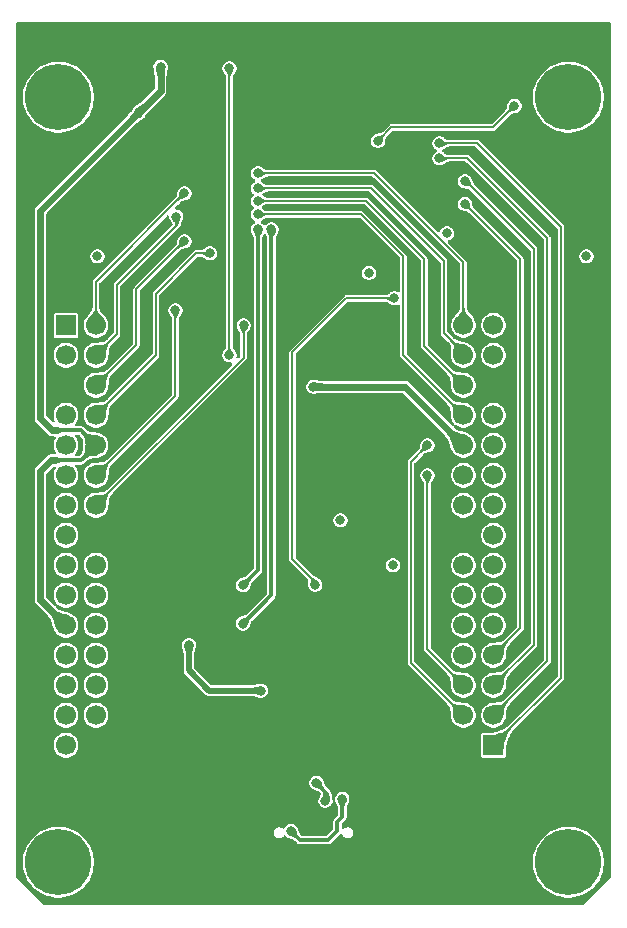
<source format=gbr>
%TF.GenerationSoftware,KiCad,Pcbnew,9.0.6*%
%TF.CreationDate,2026-01-25T13:47:59+09:00*%
%TF.ProjectId,esp32-s3-with-ken-interface,65737033-322d-4733-932d-776974682d6b,rev?*%
%TF.SameCoordinates,Original*%
%TF.FileFunction,Copper,L4,Bot*%
%TF.FilePolarity,Positive*%
%FSLAX46Y46*%
G04 Gerber Fmt 4.6, Leading zero omitted, Abs format (unit mm)*
G04 Created by KiCad (PCBNEW 9.0.6) date 2026-01-25 13:47:59*
%MOMM*%
%LPD*%
G01*
G04 APERTURE LIST*
%TA.AperFunction,ComponentPad*%
%ADD10C,5.600000*%
%TD*%
%TA.AperFunction,HeatsinkPad*%
%ADD11C,0.600000*%
%TD*%
%TA.AperFunction,ComponentPad*%
%ADD12O,1.050000X2.100000*%
%TD*%
%TA.AperFunction,ComponentPad*%
%ADD13R,1.700000X1.700000*%
%TD*%
%TA.AperFunction,ComponentPad*%
%ADD14C,1.700000*%
%TD*%
%TA.AperFunction,ViaPad*%
%ADD15C,0.800000*%
%TD*%
%TA.AperFunction,Conductor*%
%ADD16C,0.150000*%
%TD*%
%TA.AperFunction,Conductor*%
%ADD17C,0.300000*%
%TD*%
%TA.AperFunction,Conductor*%
%ADD18C,0.500000*%
%TD*%
%TA.AperFunction,Conductor*%
%ADD19C,0.600000*%
%TD*%
G04 APERTURE END LIST*
D10*
%TO.P,H1,1,1*%
%TO.N,unconnected-(H1-Pad1)*%
X105410000Y-116840000D03*
%TD*%
%TO.P,H2,1,1*%
%TO.N,unconnected-(H2-Pad1)*%
X62230000Y-116840000D03*
%TD*%
%TO.P,H4,1,1*%
%TO.N,unconnected-(H4-Pad1)*%
X105410000Y-52070000D03*
%TD*%
D11*
%TO.P,U4,41,GND*%
%TO.N,GND*%
X80920000Y-54084000D03*
X80920000Y-55484000D03*
X81620000Y-53384000D03*
X81620000Y-54784000D03*
X81620000Y-56184000D03*
X82320000Y-54084000D03*
X82320000Y-55484000D03*
X83020000Y-53384000D03*
X83020000Y-54784000D03*
X83020000Y-56184000D03*
X83720000Y-54084000D03*
X83720000Y-55484000D03*
%TD*%
D10*
%TO.P,H3,1,1*%
%TO.N,unconnected-(H3-Pad1)*%
X62230000Y-52070000D03*
%TD*%
D12*
%TO.P,J1,S1,SHIELD*%
%TO.N,GND*%
X79500000Y-113803000D03*
%TO.P,J1,S2,SHIELD*%
X88140000Y-113803000D03*
%TO.P,J1,S3,SHIELD*%
X79500000Y-117983000D03*
%TO.P,J1,S4,SHIELD*%
X88140000Y-117983000D03*
%TD*%
D13*
%TO.P,U3,1,1*%
%TO.N,/ADC_A*%
X62865000Y-71374000D03*
D14*
%TO.P,U3,2,2*%
%TO.N,/IO17*%
X65405000Y-71374000D03*
%TO.P,U3,3,3*%
%TO.N,/ADC_B*%
X62865000Y-73914000D03*
%TO.P,U3,4,4*%
%TO.N,/IO18*%
X65405000Y-73914000D03*
%TO.P,U3,5,5*%
%TO.N,GND*%
X62865000Y-76454000D03*
%TO.P,U3,6,6*%
%TO.N,/IO19*%
X65405000Y-76454000D03*
%TO.P,U3,7,7*%
%TO.N,/I2S_A_WS*%
X62865000Y-78994000D03*
%TO.P,U3,8,8*%
%TO.N,/IO20*%
X65405000Y-78994000D03*
%TO.P,U3,9,9*%
%TO.N,/I2S_A_SCK*%
X62865000Y-81534000D03*
%TO.P,U3,10,10*%
%TO.N,+3V3*%
X65405000Y-81534000D03*
%TO.P,U3,11,11*%
%TO.N,/I2S_A_SD*%
X62865000Y-84074000D03*
%TO.P,U3,12,12*%
%TO.N,/I2C_A_SDA*%
X65405000Y-84074000D03*
%TO.P,U3,13,13*%
%TO.N,+5V*%
X62865000Y-86614000D03*
%TO.P,U3,14,14*%
%TO.N,/I2C_A_SCL*%
X65405000Y-86614000D03*
%TO.P,U3,15,15*%
%TO.N,/I2S_B_DIN*%
X62865000Y-89154000D03*
%TO.P,U3,16,16*%
%TO.N,GND*%
X65405000Y-89154000D03*
%TO.P,U3,17,17*%
%TO.N,/I2S_B_BCLK*%
X62865000Y-91694000D03*
%TO.P,U3,18,18*%
%TO.N,/IO11*%
X65405000Y-91694000D03*
%TO.P,U3,19,19*%
%TO.N,/I2S_B_LRC*%
X62865000Y-94234000D03*
%TO.P,U3,20,20*%
%TO.N,/IO13*%
X65405000Y-94234000D03*
%TO.P,U3,21,21*%
%TO.N,+3V3*%
X62865000Y-96774000D03*
%TO.P,U3,22,22*%
%TO.N,/IO12*%
X65405000Y-96774000D03*
%TO.P,U3,23,23*%
%TO.N,/I2C_B_SDA*%
X62865000Y-99314000D03*
%TO.P,U3,24,24*%
%TO.N,/IO10*%
X65405000Y-99314000D03*
%TO.P,U3,25,25*%
%TO.N,/I2C_B_SCL*%
X62865000Y-101854000D03*
%TO.P,U3,26,26*%
%TO.N,/BTN_A*%
X65405000Y-101854000D03*
%TO.P,U3,27,27*%
%TO.N,/BTN_C*%
X62865000Y-104394000D03*
%TO.P,U3,28,28*%
%TO.N,/BTN_B*%
X65405000Y-104394000D03*
%TO.P,U3,29,29*%
%TO.N,/BTN_D*%
X62865000Y-106934000D03*
%TO.P,U3,30,30*%
%TO.N,GND*%
X65405000Y-106934000D03*
%TD*%
D13*
%TO.P,U5,1,1*%
%TO.N,/BTN_D*%
X99060000Y-106934000D03*
D14*
%TO.P,U5,2,2*%
%TO.N,GND*%
X96520000Y-106934000D03*
%TO.P,U5,3,3*%
%TO.N,/BTN_C*%
X99060000Y-104394000D03*
%TO.P,U5,4,4*%
%TO.N,/BTN_B*%
X96520000Y-104394000D03*
%TO.P,U5,5,5*%
%TO.N,/I2C_B_SCL*%
X99060000Y-101854000D03*
%TO.P,U5,6,6*%
%TO.N,/BTN_A*%
X96520000Y-101854000D03*
%TO.P,U5,7,7*%
%TO.N,/I2C_B_SDA*%
X99060000Y-99314000D03*
%TO.P,U5,8,8*%
%TO.N,/IO10*%
X96520000Y-99314000D03*
%TO.P,U5,9,9*%
%TO.N,+3V3*%
X99060000Y-96774000D03*
%TO.P,U5,10,10*%
%TO.N,/IO12*%
X96520000Y-96774000D03*
%TO.P,U5,11,11*%
%TO.N,/I2S_B_LRC*%
X99060000Y-94234000D03*
%TO.P,U5,12,12*%
%TO.N,/IO13*%
X96520000Y-94234000D03*
%TO.P,U5,13,13*%
%TO.N,/I2S_B_BCLK*%
X99060000Y-91694000D03*
%TO.P,U5,14,14*%
%TO.N,/IO11*%
X96520000Y-91694000D03*
%TO.P,U5,15,15*%
%TO.N,/I2S_B_DIN*%
X99060000Y-89154000D03*
%TO.P,U5,16,16*%
%TO.N,GND*%
X96520000Y-89154000D03*
%TO.P,U5,17,17*%
%TO.N,+5V*%
X99060000Y-86614000D03*
%TO.P,U5,18,18*%
%TO.N,/I2C_A_SCL*%
X96520000Y-86614000D03*
%TO.P,U5,19,19*%
%TO.N,/I2S_A_SD*%
X99060000Y-84074000D03*
%TO.P,U5,20,20*%
%TO.N,/I2C_A_SDA*%
X96520000Y-84074000D03*
%TO.P,U5,21,21*%
%TO.N,/I2S_A_SCK*%
X99060000Y-81534000D03*
%TO.P,U5,22,22*%
%TO.N,+3V3*%
X96520000Y-81534000D03*
%TO.P,U5,23,23*%
%TO.N,/I2S_A_WS*%
X99060000Y-78994000D03*
%TO.P,U5,24,24*%
%TO.N,/IO20*%
X96520000Y-78994000D03*
%TO.P,U5,25,25*%
%TO.N,GND*%
X99060000Y-76454000D03*
%TO.P,U5,26,26*%
%TO.N,/IO19*%
X96520000Y-76454000D03*
%TO.P,U5,27,27*%
%TO.N,/ADC_B*%
X99060000Y-73914000D03*
%TO.P,U5,28,28*%
%TO.N,/IO18*%
X96520000Y-73914000D03*
%TO.P,U5,29,29*%
%TO.N,/ADC_A*%
X99060000Y-71374000D03*
%TO.P,U5,30,30*%
%TO.N,/IO17*%
X96520000Y-71374000D03*
%TD*%
D15*
%TO.N,GND*%
X86614000Y-109093000D03*
X89154000Y-67945000D03*
X62992000Y-113030000D03*
X91059000Y-110998000D03*
X90805000Y-47117000D03*
X71882000Y-106934000D03*
X94742000Y-52197000D03*
X71120000Y-92964000D03*
X84836000Y-115697000D03*
X75565000Y-92456000D03*
X79121000Y-57277000D03*
X75565000Y-81534000D03*
X86360000Y-105791000D03*
X75565000Y-97536000D03*
X99060000Y-113030000D03*
X81280000Y-99949000D03*
X83185000Y-63246000D03*
X77851000Y-84074000D03*
X76962000Y-104267000D03*
X59690000Y-96774000D03*
X88265000Y-86614000D03*
X71882000Y-97536000D03*
X82931000Y-94869000D03*
X96647000Y-52197000D03*
X97790000Y-77724000D03*
X85979000Y-84074000D03*
X71882000Y-113030000D03*
X87630000Y-89281000D03*
X65532000Y-54610000D03*
X85090000Y-105791000D03*
X105918000Y-68326000D03*
X81153000Y-84074000D03*
X83058000Y-57531000D03*
X77851000Y-78994000D03*
X59690000Y-106934000D03*
X59690000Y-81661000D03*
X74168000Y-71374000D03*
X81280000Y-89281000D03*
X85852000Y-54737000D03*
X77851000Y-94996000D03*
X105918000Y-86614000D03*
X101981000Y-113030000D03*
X74168000Y-69723000D03*
X87376000Y-110998000D03*
X59690000Y-76454000D03*
X96520000Y-113030000D03*
X74168000Y-67183000D03*
X83185000Y-109093000D03*
X72771000Y-94996000D03*
X94107000Y-106934000D03*
X79121000Y-54737000D03*
X96774000Y-64643000D03*
X74168000Y-73914000D03*
X68453000Y-55880000D03*
X105918000Y-96774000D03*
X62230000Y-65532000D03*
X80010000Y-110109000D03*
X59690000Y-113030000D03*
X98933000Y-48387000D03*
X65532000Y-58928000D03*
X77851000Y-81534000D03*
X87376000Y-57658000D03*
X80391000Y-116459000D03*
X83566000Y-115697000D03*
X84455000Y-63246000D03*
X65405000Y-113030000D03*
X88265000Y-104521000D03*
X59690000Y-86741000D03*
X59182000Y-65532000D03*
X74168000Y-76327000D03*
X72390000Y-49530000D03*
X72136000Y-89154000D03*
X94488000Y-61087000D03*
X77851000Y-86614000D03*
X81280000Y-94869000D03*
X87249000Y-115062000D03*
X80391000Y-115062000D03*
X86995000Y-63246000D03*
X77851000Y-67183000D03*
X83693000Y-104140000D03*
X75438000Y-110109000D03*
X84836000Y-114173000D03*
X91567000Y-106934000D03*
X71882000Y-104394000D03*
X105918000Y-76454000D03*
X75565000Y-78994000D03*
X77851000Y-76454000D03*
X94742000Y-50927000D03*
X71882000Y-101854000D03*
X77851000Y-69723000D03*
X64389000Y-69723000D03*
X76962000Y-101346000D03*
X91567000Y-104521000D03*
X65532000Y-47371000D03*
X87630000Y-93218000D03*
X77089000Y-47117000D03*
X76962000Y-107315000D03*
X72644000Y-81534000D03*
X101981000Y-106934000D03*
X94488000Y-58547000D03*
X105918000Y-113030000D03*
X87376000Y-77978000D03*
X91567000Y-101981000D03*
X100457000Y-68326000D03*
X74041000Y-94996000D03*
X90805000Y-57277000D03*
%TO.N,/IO17*%
X79121000Y-58494000D03*
X72898000Y-60198000D03*
%TO.N,/IO18*%
X72199500Y-62166500D03*
X79121000Y-59764000D03*
%TO.N,+3V3*%
X73279000Y-98448500D03*
X69064500Y-53340000D03*
X79375000Y-102300000D03*
X83820000Y-76581000D03*
X70873500Y-49496000D03*
%TO.N,/MCU_RX*%
X80264000Y-63246000D03*
X77851000Y-96623500D03*
%TO.N,/MCU_TX*%
X79121000Y-63246000D03*
X77851000Y-93368500D03*
%TO.N,UD+*%
X84833905Y-111619779D03*
X84074000Y-110109000D03*
%TO.N,VBUS*%
X86270000Y-111469000D03*
X81917533Y-114175584D03*
%TO.N,/EN*%
X76708000Y-49604000D03*
X76708000Y-73914000D03*
%TO.N,/IO0*%
X106934000Y-65532000D03*
X90678000Y-69088000D03*
X83966558Y-93345000D03*
X95123000Y-63574000D03*
%TO.N,/IO48*%
X65532000Y-65532000D03*
X88519000Y-66929000D03*
%TO.N,/IO47*%
X89281000Y-55753000D03*
X100838000Y-52808500D03*
%TO.N,/IO11*%
X90551000Y-91694000D03*
%TO.N,/I2C_B_SDA*%
X96647000Y-61087000D03*
%TO.N,/I2C_B_SCL*%
X96647000Y-59182000D03*
%TO.N,/IO19*%
X79121000Y-60833000D03*
X72898000Y-64262000D03*
%TO.N,/BTN_A*%
X93472000Y-84074000D03*
%TO.N,/I2C_A_SDA*%
X72136000Y-70104000D03*
%TO.N,/BTN_B*%
X93472000Y-81534000D03*
%TO.N,/IO20*%
X79121000Y-61976000D03*
X75070000Y-65278000D03*
%TO.N,/I2C_A_SCL*%
X77914500Y-71374000D03*
%TO.N,/BTN_C*%
X94488000Y-57224000D03*
%TO.N,/BTN_D*%
X94488000Y-55954000D03*
%TO.N,+5V*%
X86106000Y-87884000D03*
%TD*%
D16*
%TO.N,/IO17*%
X88974000Y-58494000D02*
X96520000Y-66040000D01*
X72898000Y-60198000D02*
X65405000Y-67691000D01*
X79121000Y-58494000D02*
X88974000Y-58494000D01*
X65405000Y-67691000D02*
X65405000Y-71374000D01*
X96520000Y-66040000D02*
X96520000Y-71374000D01*
%TO.N,/IO18*%
X88720000Y-59764000D02*
X94869000Y-65913000D01*
X79121000Y-59764000D02*
X88720000Y-59764000D01*
X72199500Y-62928500D02*
X67183000Y-67945000D01*
X96520000Y-73660000D02*
X96520000Y-73914000D01*
X94869000Y-65913000D02*
X94869000Y-72009000D01*
X67183000Y-72136000D02*
X65405000Y-73914000D01*
X67183000Y-67945000D02*
X67183000Y-72136000D01*
X94869000Y-72009000D02*
X96520000Y-73660000D01*
X72199500Y-62166500D02*
X72199500Y-62928500D01*
D17*
%TO.N,+3V3*%
X61976000Y-82804000D02*
X64135000Y-82804000D01*
D18*
X79375000Y-102300000D02*
X74995000Y-102300000D01*
X74995000Y-102300000D02*
X73279000Y-100584000D01*
D19*
X60706000Y-79248000D02*
X60706000Y-61698500D01*
X91567000Y-76581000D02*
X96520000Y-81534000D01*
X83820000Y-76581000D02*
X91567000Y-76581000D01*
D17*
X62103000Y-80264000D02*
X64135000Y-80264000D01*
D19*
X61595000Y-82804000D02*
X60706000Y-83693000D01*
D17*
X64135000Y-82804000D02*
X65405000Y-81534000D01*
D19*
X60706000Y-61698500D02*
X69064500Y-53340000D01*
X60706000Y-83693000D02*
X60706000Y-94615000D01*
X60706000Y-94615000D02*
X62865000Y-96774000D01*
D18*
X73279000Y-100584000D02*
X73279000Y-98448500D01*
D19*
X62103000Y-80264000D02*
X61722000Y-80264000D01*
D17*
X64135000Y-80264000D02*
X65405000Y-81534000D01*
D19*
X61976000Y-82804000D02*
X61595000Y-82804000D01*
X61722000Y-80264000D02*
X60706000Y-79248000D01*
X70873500Y-51531000D02*
X69064500Y-53340000D01*
X70873500Y-49496000D02*
X70873500Y-51531000D01*
D17*
%TO.N,/MCU_RX*%
X80264000Y-63246000D02*
X80264000Y-94210500D01*
X80264000Y-94210500D02*
X77851000Y-96623500D01*
%TO.N,/MCU_TX*%
X77851000Y-93368500D02*
X79121000Y-92098500D01*
X79121000Y-92098500D02*
X79121000Y-63246000D01*
%TO.N,UD+*%
X84074000Y-110109000D02*
X84833905Y-110868905D01*
X84833905Y-110868905D02*
X84833905Y-111619779D01*
%TO.N,VBUS*%
X86270000Y-111469000D02*
X86270000Y-112993000D01*
X86270000Y-112993000D02*
X85852000Y-113411000D01*
X82676949Y-114935000D02*
X81917533Y-114175584D01*
X85852000Y-113411000D02*
X85852000Y-114173000D01*
X85852000Y-114173000D02*
X85090000Y-114935000D01*
X85090000Y-114935000D02*
X82676949Y-114935000D01*
D16*
%TO.N,/EN*%
X76708000Y-49604000D02*
X76708000Y-73914000D01*
%TO.N,/IO0*%
X83966558Y-93110558D02*
X82042000Y-91186000D01*
X82042000Y-91186000D02*
X82042000Y-73660000D01*
X86614000Y-69088000D02*
X90678000Y-69088000D01*
X83966558Y-93345000D02*
X83966558Y-93110558D01*
X82042000Y-73660000D02*
X86614000Y-69088000D01*
%TO.N,/IO47*%
X99036500Y-54610000D02*
X90424000Y-54610000D01*
X100838000Y-52808500D02*
X99036500Y-54610000D01*
X90424000Y-54610000D02*
X89281000Y-55753000D01*
%TO.N,/I2C_B_SDA*%
X101346000Y-65786000D02*
X101346000Y-97028000D01*
X96647000Y-61087000D02*
X101346000Y-65786000D01*
X101346000Y-97028000D02*
X99060000Y-99314000D01*
%TO.N,/I2C_B_SCL*%
X96647000Y-59182000D02*
X96774000Y-59182000D01*
X96774000Y-59182000D02*
X102489000Y-64897000D01*
X102489000Y-98425000D02*
X99060000Y-101854000D01*
X102489000Y-64897000D02*
X102489000Y-98425000D01*
%TO.N,/IO19*%
X79121000Y-60833000D02*
X88265000Y-60833000D01*
X72898000Y-64262000D02*
X68834000Y-68326000D01*
X88265000Y-60833000D02*
X93218000Y-65786000D01*
X93218000Y-73152000D02*
X96520000Y-76454000D01*
X93218000Y-65786000D02*
X93218000Y-73152000D01*
X68834000Y-68326000D02*
X68834000Y-73025000D01*
X68834000Y-73025000D02*
X65405000Y-76454000D01*
%TO.N,/BTN_A*%
X93472000Y-98806000D02*
X96520000Y-101854000D01*
X93472000Y-84074000D02*
X93472000Y-98806000D01*
%TO.N,/I2C_A_SDA*%
X72136000Y-77343000D02*
X65405000Y-84074000D01*
X72136000Y-70104000D02*
X72136000Y-77343000D01*
%TO.N,/BTN_B*%
X92075000Y-99949000D02*
X96520000Y-104394000D01*
X93472000Y-81534000D02*
X92075000Y-82931000D01*
X92075000Y-82931000D02*
X92075000Y-99949000D01*
%TO.N,/IO20*%
X75070000Y-65278000D02*
X73914000Y-65278000D01*
X91440000Y-73914000D02*
X96520000Y-78994000D01*
X70485000Y-68707000D02*
X70485000Y-73914000D01*
X73914000Y-65278000D02*
X70485000Y-68707000D01*
X70485000Y-73914000D02*
X65405000Y-78994000D01*
X91440000Y-65532000D02*
X91440000Y-73914000D01*
X87884000Y-61976000D02*
X91440000Y-65532000D01*
X79121000Y-61976000D02*
X87884000Y-61976000D01*
%TO.N,/I2C_A_SCL*%
X77914500Y-74104500D02*
X65405000Y-86614000D01*
X77914500Y-71374000D02*
X77914500Y-74104500D01*
%TO.N,/BTN_C*%
X103632000Y-64008000D02*
X103632000Y-99822000D01*
X94488000Y-57224000D02*
X96848000Y-57224000D01*
X96848000Y-57224000D02*
X103632000Y-64008000D01*
X103632000Y-99822000D02*
X99060000Y-104394000D01*
%TO.N,/BTN_D*%
X104775000Y-63055500D02*
X104775000Y-101219000D01*
X97673500Y-55954000D02*
X104775000Y-63055500D01*
X104775000Y-101219000D02*
X99060000Y-106934000D01*
X94488000Y-55954000D02*
X97673500Y-55954000D01*
%TD*%
%TA.AperFunction,Conductor*%
%TO.N,GND*%
G36*
X108962539Y-45739685D02*
G01*
X109008294Y-45792489D01*
X109019500Y-45844000D01*
X109019500Y-117975588D01*
X108999815Y-118042627D01*
X108983181Y-118063269D01*
X106633269Y-120413181D01*
X106571946Y-120446666D01*
X106545588Y-120449500D01*
X61094411Y-120449500D01*
X61027372Y-120429815D01*
X61006730Y-120413181D01*
X58656819Y-118063269D01*
X58623334Y-118001946D01*
X58620500Y-117975588D01*
X58620500Y-116671491D01*
X59229500Y-116671491D01*
X59229500Y-117008508D01*
X59267231Y-117343381D01*
X59267233Y-117343397D01*
X59342223Y-117671953D01*
X59342227Y-117671965D01*
X59453532Y-117990054D01*
X59599752Y-118293683D01*
X59599754Y-118293686D01*
X59779054Y-118579039D01*
X59989175Y-118842523D01*
X60227477Y-119080825D01*
X60490961Y-119290946D01*
X60776314Y-119470246D01*
X61079949Y-119616469D01*
X61318848Y-119700063D01*
X61398034Y-119727772D01*
X61398046Y-119727776D01*
X61726606Y-119802767D01*
X62061492Y-119840499D01*
X62061493Y-119840500D01*
X62061496Y-119840500D01*
X62398507Y-119840500D01*
X62398507Y-119840499D01*
X62733394Y-119802767D01*
X63061954Y-119727776D01*
X63380051Y-119616469D01*
X63683686Y-119470246D01*
X63969039Y-119290946D01*
X64232523Y-119080825D01*
X64470825Y-118842523D01*
X64680946Y-118579039D01*
X64860246Y-118293686D01*
X65006469Y-117990051D01*
X65117776Y-117671954D01*
X65192767Y-117343394D01*
X65230500Y-117008504D01*
X65230500Y-116671496D01*
X65230499Y-116671491D01*
X102409500Y-116671491D01*
X102409500Y-117008508D01*
X102447231Y-117343381D01*
X102447233Y-117343397D01*
X102522223Y-117671953D01*
X102522227Y-117671965D01*
X102633532Y-117990054D01*
X102779752Y-118293683D01*
X102779754Y-118293686D01*
X102959054Y-118579039D01*
X103169175Y-118842523D01*
X103407477Y-119080825D01*
X103670961Y-119290946D01*
X103956314Y-119470246D01*
X104259949Y-119616469D01*
X104498848Y-119700063D01*
X104578034Y-119727772D01*
X104578046Y-119727776D01*
X104906606Y-119802767D01*
X105241492Y-119840499D01*
X105241493Y-119840500D01*
X105241496Y-119840500D01*
X105578507Y-119840500D01*
X105578507Y-119840499D01*
X105913394Y-119802767D01*
X106241954Y-119727776D01*
X106560051Y-119616469D01*
X106863686Y-119470246D01*
X107149039Y-119290946D01*
X107412523Y-119080825D01*
X107650825Y-118842523D01*
X107860946Y-118579039D01*
X108040246Y-118293686D01*
X108186469Y-117990051D01*
X108297776Y-117671954D01*
X108372767Y-117343394D01*
X108410500Y-117008504D01*
X108410500Y-116671496D01*
X108372767Y-116336606D01*
X108297776Y-116008046D01*
X108186469Y-115689949D01*
X108040246Y-115386314D01*
X107860946Y-115100961D01*
X107650825Y-114837477D01*
X107412523Y-114599175D01*
X107390567Y-114581666D01*
X107213876Y-114440760D01*
X107149039Y-114389054D01*
X106886931Y-114224360D01*
X106863683Y-114209752D01*
X106560054Y-114063532D01*
X106241965Y-113952227D01*
X106241953Y-113952223D01*
X105913397Y-113877233D01*
X105913381Y-113877231D01*
X105578508Y-113839500D01*
X105578504Y-113839500D01*
X105241496Y-113839500D01*
X105241491Y-113839500D01*
X104906618Y-113877231D01*
X104906602Y-113877233D01*
X104578046Y-113952223D01*
X104578034Y-113952227D01*
X104259945Y-114063532D01*
X103956316Y-114209752D01*
X103670962Y-114389053D01*
X103407477Y-114599174D01*
X103169174Y-114837477D01*
X102959053Y-115100962D01*
X102779752Y-115386316D01*
X102633532Y-115689945D01*
X102522227Y-116008034D01*
X102522223Y-116008046D01*
X102447233Y-116336602D01*
X102447231Y-116336618D01*
X102409500Y-116671491D01*
X65230499Y-116671491D01*
X65192767Y-116336606D01*
X65117776Y-116008046D01*
X65006469Y-115689949D01*
X64860246Y-115386314D01*
X64680946Y-115100961D01*
X64470825Y-114837477D01*
X64232523Y-114599175D01*
X64210567Y-114581666D01*
X64033876Y-114440760D01*
X63969039Y-114389054D01*
X63785441Y-114273691D01*
X80479500Y-114273691D01*
X80479500Y-114392309D01*
X80510201Y-114506886D01*
X80569511Y-114609613D01*
X80653387Y-114693489D01*
X80756114Y-114752799D01*
X80870691Y-114783500D01*
X80870694Y-114783500D01*
X80989306Y-114783500D01*
X80989309Y-114783500D01*
X81103886Y-114752799D01*
X81206613Y-114693489D01*
X81290489Y-114609613D01*
X81290493Y-114609605D01*
X81295437Y-114603164D01*
X81297930Y-114605077D01*
X81302054Y-114601139D01*
X81313126Y-114583796D01*
X81326810Y-114577496D01*
X81337703Y-114567093D01*
X81357901Y-114563182D01*
X81376593Y-114554578D01*
X81391510Y-114556676D01*
X81406299Y-114553814D01*
X81425406Y-114561445D01*
X81445782Y-114564312D01*
X81463792Y-114576776D01*
X81471185Y-114579729D01*
X81475531Y-114583303D01*
X81479025Y-114586312D01*
X81548817Y-114656104D01*
X81582943Y-114675806D01*
X81591770Y-114683408D01*
X81592281Y-114684199D01*
X81594453Y-114685788D01*
X81599469Y-114690367D01*
X81675189Y-114736127D01*
X81682865Y-114740511D01*
X81683989Y-114741153D01*
X81684990Y-114741692D01*
X81685003Y-114741699D01*
X81694244Y-114746383D01*
X81707735Y-114752799D01*
X81769204Y-114782033D01*
X81783190Y-114788058D01*
X81783201Y-114788062D01*
X81783212Y-114788067D01*
X81784833Y-114788695D01*
X81784839Y-114788697D01*
X81799276Y-114793682D01*
X81961180Y-114842920D01*
X81961201Y-114842926D01*
X81961240Y-114842938D01*
X81965382Y-114844150D01*
X81965837Y-114844278D01*
X81969695Y-114845323D01*
X82030616Y-114861189D01*
X82044361Y-114865641D01*
X82079678Y-114879405D01*
X82099625Y-114889327D01*
X82138916Y-114913500D01*
X82155635Y-114925829D01*
X82228087Y-114989280D01*
X82233526Y-114992536D01*
X82257515Y-115011247D01*
X82396480Y-115150212D01*
X82461737Y-115215469D01*
X82461740Y-115215470D01*
X82461743Y-115215473D01*
X82541655Y-115261611D01*
X82541656Y-115261611D01*
X82541661Y-115261614D01*
X82630805Y-115285500D01*
X82630807Y-115285500D01*
X85136142Y-115285500D01*
X85136144Y-115285500D01*
X85225288Y-115261614D01*
X85305212Y-115215470D01*
X86079923Y-114440758D01*
X86141244Y-114407275D01*
X86210935Y-114412259D01*
X86266869Y-114454131D01*
X86287376Y-114496343D01*
X86290201Y-114506887D01*
X86293574Y-114512729D01*
X86349511Y-114609613D01*
X86433387Y-114693489D01*
X86536114Y-114752799D01*
X86650691Y-114783500D01*
X86650694Y-114783500D01*
X86769306Y-114783500D01*
X86769309Y-114783500D01*
X86883886Y-114752799D01*
X86986613Y-114693489D01*
X87070489Y-114609613D01*
X87129799Y-114506886D01*
X87160500Y-114392309D01*
X87160500Y-114273691D01*
X87129799Y-114159114D01*
X87070489Y-114056387D01*
X86986613Y-113972511D01*
X86883886Y-113913201D01*
X86769309Y-113882500D01*
X86650691Y-113882500D01*
X86536114Y-113913201D01*
X86536112Y-113913201D01*
X86536112Y-113913202D01*
X86433387Y-113972511D01*
X86433384Y-113972513D01*
X86414181Y-113991717D01*
X86352858Y-114025202D01*
X86283166Y-114020218D01*
X86227233Y-113978346D01*
X86202816Y-113912882D01*
X86202500Y-113904036D01*
X86202500Y-113607543D01*
X86222185Y-113540504D01*
X86238819Y-113519862D01*
X86393825Y-113364856D01*
X86550469Y-113208212D01*
X86557643Y-113195786D01*
X86596613Y-113128291D01*
X86596614Y-113128288D01*
X86608377Y-113084386D01*
X86620500Y-113039144D01*
X86620500Y-112296293D01*
X86620929Y-112285990D01*
X86621755Y-112276081D01*
X86625798Y-112259786D01*
X86629244Y-112186266D01*
X86629431Y-112184024D01*
X86629669Y-112183407D01*
X86630590Y-112174545D01*
X86631669Y-112167867D01*
X86635735Y-112142707D01*
X86641752Y-112119737D01*
X86666393Y-112052662D01*
X86675524Y-112033206D01*
X86701457Y-111988496D01*
X86707268Y-111978478D01*
X86708475Y-111976368D01*
X86708611Y-111976127D01*
X86709791Y-111974006D01*
X86711009Y-111971788D01*
X86736395Y-111925531D01*
X86781130Y-111844025D01*
X86787588Y-111831220D01*
X86788272Y-111829737D01*
X86793827Y-111816495D01*
X86826246Y-111730954D01*
X86830119Y-111719773D01*
X86830519Y-111718501D01*
X86833686Y-111707336D01*
X86834245Y-111705133D01*
X86858494Y-111609442D01*
X86859600Y-111604856D01*
X86859602Y-111604849D01*
X86859731Y-111604286D01*
X86859757Y-111602588D01*
X86863967Y-111572435D01*
X86870500Y-111548057D01*
X86870500Y-111389943D01*
X86829577Y-111237216D01*
X86792850Y-111173602D01*
X86750524Y-111100290D01*
X86750518Y-111100282D01*
X86638717Y-110988481D01*
X86638709Y-110988475D01*
X86501790Y-110909426D01*
X86501786Y-110909424D01*
X86501784Y-110909423D01*
X86349057Y-110868500D01*
X86190943Y-110868500D01*
X86038216Y-110909423D01*
X86038209Y-110909426D01*
X85901290Y-110988475D01*
X85901282Y-110988481D01*
X85789481Y-111100282D01*
X85789475Y-111100290D01*
X85710426Y-111237209D01*
X85710423Y-111237216D01*
X85669500Y-111389943D01*
X85669500Y-111548057D01*
X85679816Y-111586561D01*
X85680575Y-111596812D01*
X85681088Y-111608099D01*
X85681547Y-111609963D01*
X85681548Y-111609965D01*
X85702273Y-111694002D01*
X85705021Y-111704045D01*
X85705349Y-111705135D01*
X85706071Y-111707336D01*
X85708498Y-111714736D01*
X85710280Y-111719750D01*
X85736290Y-111792939D01*
X85741945Y-111807150D01*
X85742633Y-111808707D01*
X85742640Y-111808723D01*
X85742643Y-111808728D01*
X85749313Y-111822430D01*
X85749322Y-111822447D01*
X85749325Y-111822453D01*
X85812245Y-111940374D01*
X85812262Y-111940404D01*
X85813779Y-111943247D01*
X85813782Y-111943253D01*
X85829009Y-111971788D01*
X85830959Y-111975356D01*
X85831190Y-111975769D01*
X85833300Y-111979452D01*
X85865633Y-112034557D01*
X85866084Y-112035352D01*
X85866173Y-112035733D01*
X85871746Y-112046646D01*
X85886976Y-112081330D01*
X85894064Y-112102449D01*
X85904755Y-112147326D01*
X85907860Y-112167867D01*
X85914225Y-112263966D01*
X85914226Y-112263975D01*
X85915768Y-112270115D01*
X85919500Y-112300307D01*
X85919500Y-112796456D01*
X85899815Y-112863495D01*
X85883181Y-112884137D01*
X85571531Y-113195786D01*
X85571525Y-113195794D01*
X85526681Y-113273468D01*
X85526678Y-113273474D01*
X85525386Y-113275710D01*
X85501500Y-113364856D01*
X85501500Y-113976456D01*
X85481815Y-114043495D01*
X85465181Y-114064137D01*
X84981137Y-114548181D01*
X84919814Y-114581666D01*
X84893456Y-114584500D01*
X82873492Y-114584500D01*
X82844051Y-114575855D01*
X82814065Y-114569332D01*
X82809049Y-114565577D01*
X82806453Y-114564815D01*
X82785811Y-114548181D01*
X82750359Y-114512729D01*
X82731819Y-114489026D01*
X82728292Y-114483170D01*
X82680255Y-114430406D01*
X82671414Y-114419515D01*
X82652525Y-114393342D01*
X82640540Y-114372851D01*
X82610536Y-114308005D01*
X82603238Y-114287800D01*
X82586985Y-114226649D01*
X82586363Y-114224360D01*
X82586289Y-114224094D01*
X82586266Y-114224010D01*
X82585613Y-114221723D01*
X82544136Y-114079331D01*
X82542728Y-114075062D01*
X82539645Y-114065705D01*
X82539080Y-114064173D01*
X82539077Y-114064165D01*
X82533653Y-114050904D01*
X82498350Y-113972513D01*
X82496088Y-113967489D01*
X82490982Y-113956961D01*
X82490366Y-113955778D01*
X82488384Y-113952224D01*
X82484647Y-113945521D01*
X82432976Y-113858774D01*
X82430320Y-113854439D01*
X82430294Y-113854396D01*
X82429986Y-113853907D01*
X82429984Y-113853905D01*
X82429983Y-113853903D01*
X82428927Y-113852816D01*
X82410507Y-113828439D01*
X82398055Y-113806871D01*
X82398051Y-113806866D01*
X82286250Y-113695065D01*
X82286242Y-113695059D01*
X82149323Y-113616010D01*
X82149319Y-113616008D01*
X82149317Y-113616007D01*
X81996590Y-113575084D01*
X81838476Y-113575084D01*
X81685749Y-113616007D01*
X81685742Y-113616010D01*
X81548823Y-113695059D01*
X81548815Y-113695065D01*
X81437014Y-113806866D01*
X81437010Y-113806871D01*
X81369687Y-113923479D01*
X81319120Y-113971695D01*
X81250513Y-113984918D01*
X81200300Y-113968866D01*
X81103886Y-113913201D01*
X80989309Y-113882500D01*
X80870691Y-113882500D01*
X80756114Y-113913201D01*
X80756112Y-113913201D01*
X80756112Y-113913202D01*
X80653387Y-113972511D01*
X80653384Y-113972513D01*
X80569513Y-114056384D01*
X80569511Y-114056387D01*
X80510201Y-114159114D01*
X80479500Y-114273691D01*
X63785441Y-114273691D01*
X63706931Y-114224360D01*
X63683683Y-114209752D01*
X63380054Y-114063532D01*
X63061965Y-113952227D01*
X63061953Y-113952223D01*
X62733397Y-113877233D01*
X62733381Y-113877231D01*
X62398508Y-113839500D01*
X62398504Y-113839500D01*
X62061496Y-113839500D01*
X62061491Y-113839500D01*
X61726618Y-113877231D01*
X61726602Y-113877233D01*
X61398046Y-113952223D01*
X61398034Y-113952227D01*
X61079945Y-114063532D01*
X60776316Y-114209752D01*
X60490962Y-114389053D01*
X60227477Y-114599174D01*
X59989174Y-114837477D01*
X59779053Y-115100962D01*
X59599752Y-115386316D01*
X59453532Y-115689945D01*
X59342227Y-116008034D01*
X59342223Y-116008046D01*
X59267233Y-116336602D01*
X59267231Y-116336618D01*
X59229500Y-116671491D01*
X58620500Y-116671491D01*
X58620500Y-110029943D01*
X83473500Y-110029943D01*
X83473500Y-110188057D01*
X83508075Y-110317091D01*
X83514423Y-110340783D01*
X83514426Y-110340790D01*
X83593475Y-110477709D01*
X83593479Y-110477714D01*
X83593480Y-110477716D01*
X83705284Y-110589520D01*
X83729320Y-110603397D01*
X83750920Y-110619204D01*
X83755936Y-110623783D01*
X83831656Y-110669543D01*
X83839332Y-110673927D01*
X83840456Y-110674569D01*
X83841457Y-110675108D01*
X83841470Y-110675115D01*
X83849611Y-110679241D01*
X83850703Y-110679795D01*
X83925671Y-110715449D01*
X83939657Y-110721474D01*
X83939668Y-110721478D01*
X83939679Y-110721483D01*
X83941300Y-110722111D01*
X83941306Y-110722113D01*
X83955743Y-110727098D01*
X84117647Y-110776336D01*
X84117668Y-110776342D01*
X84117707Y-110776354D01*
X84121849Y-110777566D01*
X84122304Y-110777694D01*
X84126162Y-110778739D01*
X84187083Y-110794605D01*
X84200828Y-110799057D01*
X84236145Y-110812821D01*
X84256092Y-110822743D01*
X84295383Y-110846916D01*
X84312102Y-110859245D01*
X84384555Y-110922697D01*
X84389988Y-110925949D01*
X84413980Y-110944662D01*
X84442033Y-110972715D01*
X84475518Y-111034038D01*
X84470534Y-111103730D01*
X84442712Y-111147393D01*
X84424726Y-111165660D01*
X84417307Y-111173602D01*
X84416503Y-111174510D01*
X84409511Y-111182838D01*
X84367047Y-111236230D01*
X84366947Y-111236356D01*
X84362505Y-111241942D01*
X84353385Y-111251063D01*
X84348440Y-111259626D01*
X84348373Y-111259712D01*
X84343136Y-111266589D01*
X84343127Y-111266600D01*
X84343117Y-111266614D01*
X84342583Y-111267347D01*
X84340905Y-111271173D01*
X84334741Y-111283352D01*
X84274330Y-111387991D01*
X84274327Y-111387998D01*
X84258494Y-111447089D01*
X84233405Y-111540722D01*
X84233405Y-111698836D01*
X84262851Y-111808728D01*
X84274328Y-111851562D01*
X84274331Y-111851569D01*
X84353380Y-111988488D01*
X84353384Y-111988493D01*
X84353385Y-111988495D01*
X84465189Y-112100299D01*
X84465191Y-112100300D01*
X84465195Y-112100303D01*
X84564204Y-112157465D01*
X84602121Y-112179356D01*
X84754848Y-112220279D01*
X84754850Y-112220279D01*
X84912960Y-112220279D01*
X84912962Y-112220279D01*
X85065689Y-112179356D01*
X85202621Y-112100299D01*
X85314425Y-111988495D01*
X85393482Y-111851563D01*
X85434405Y-111698836D01*
X85434405Y-111540722D01*
X85426826Y-111512439D01*
X85427365Y-111498193D01*
X85387983Y-111251922D01*
X85365609Y-111107654D01*
X85362752Y-111092844D01*
X85362366Y-111091175D01*
X85358447Y-111076669D01*
X85320514Y-110954223D01*
X85311744Y-110930986D01*
X85310589Y-110928409D01*
X85299075Y-110906390D01*
X85223780Y-110781442D01*
X85213138Y-110765513D01*
X85211847Y-110763763D01*
X85199819Y-110748951D01*
X85072255Y-110605970D01*
X85068331Y-110601695D01*
X85067874Y-110601211D01*
X85067873Y-110601210D01*
X85067872Y-110601209D01*
X85057945Y-110594368D01*
X85040630Y-110579948D01*
X84906823Y-110446141D01*
X84888288Y-110422445D01*
X84884759Y-110416586D01*
X84836722Y-110363822D01*
X84827881Y-110352931D01*
X84808992Y-110326758D01*
X84797007Y-110306267D01*
X84767003Y-110241421D01*
X84759705Y-110221216D01*
X84743452Y-110160065D01*
X84742830Y-110157776D01*
X84742756Y-110157510D01*
X84742733Y-110157426D01*
X84742080Y-110155139D01*
X84700603Y-110012747D01*
X84699195Y-110008478D01*
X84696112Y-109999121D01*
X84695547Y-109997589D01*
X84695544Y-109997581D01*
X84690120Y-109984320D01*
X84652553Y-109900901D01*
X84647449Y-109890377D01*
X84646833Y-109889194D01*
X84641116Y-109878941D01*
X84640084Y-109877209D01*
X84589443Y-109792190D01*
X84586787Y-109787855D01*
X84586761Y-109787812D01*
X84586453Y-109787323D01*
X84586451Y-109787321D01*
X84586450Y-109787319D01*
X84585394Y-109786232D01*
X84566974Y-109761855D01*
X84554522Y-109740287D01*
X84554518Y-109740282D01*
X84442717Y-109628481D01*
X84442709Y-109628475D01*
X84305790Y-109549426D01*
X84305786Y-109549424D01*
X84305784Y-109549423D01*
X84153057Y-109508500D01*
X83994943Y-109508500D01*
X83842216Y-109549423D01*
X83842209Y-109549426D01*
X83705290Y-109628475D01*
X83705282Y-109628481D01*
X83593481Y-109740282D01*
X83593475Y-109740290D01*
X83514426Y-109877209D01*
X83514423Y-109877216D01*
X83473500Y-110029943D01*
X58620500Y-110029943D01*
X58620500Y-106830530D01*
X61814500Y-106830530D01*
X61814500Y-107037469D01*
X61854868Y-107240412D01*
X61854870Y-107240420D01*
X61934058Y-107431596D01*
X62049024Y-107603657D01*
X62195342Y-107749975D01*
X62195345Y-107749977D01*
X62367402Y-107864941D01*
X62558580Y-107944130D01*
X62703052Y-107972867D01*
X62761530Y-107984499D01*
X62761534Y-107984500D01*
X62761535Y-107984500D01*
X62968466Y-107984500D01*
X62968467Y-107984499D01*
X63171420Y-107944130D01*
X63362598Y-107864941D01*
X63534655Y-107749977D01*
X63680977Y-107603655D01*
X63795941Y-107431598D01*
X63875130Y-107240420D01*
X63915500Y-107037465D01*
X63915500Y-106830535D01*
X63875130Y-106627580D01*
X63795941Y-106436402D01*
X63680977Y-106264345D01*
X63680975Y-106264342D01*
X63534657Y-106118024D01*
X63366655Y-106005770D01*
X63362598Y-106003059D01*
X63171420Y-105923870D01*
X63171412Y-105923868D01*
X62968469Y-105883500D01*
X62968465Y-105883500D01*
X62761535Y-105883500D01*
X62761530Y-105883500D01*
X62558587Y-105923868D01*
X62558579Y-105923870D01*
X62367403Y-106003058D01*
X62195342Y-106118024D01*
X62049024Y-106264342D01*
X61934058Y-106436403D01*
X61854870Y-106627579D01*
X61854868Y-106627587D01*
X61814500Y-106830530D01*
X58620500Y-106830530D01*
X58620500Y-104290530D01*
X61814500Y-104290530D01*
X61814500Y-104497469D01*
X61854868Y-104700412D01*
X61854870Y-104700420D01*
X61934058Y-104891596D01*
X62049024Y-105063657D01*
X62195342Y-105209975D01*
X62195345Y-105209977D01*
X62367402Y-105324941D01*
X62558580Y-105404130D01*
X62761530Y-105444499D01*
X62761534Y-105444500D01*
X62761535Y-105444500D01*
X62968466Y-105444500D01*
X62968467Y-105444499D01*
X63171420Y-105404130D01*
X63362598Y-105324941D01*
X63534655Y-105209977D01*
X63680977Y-105063655D01*
X63795941Y-104891598D01*
X63875130Y-104700420D01*
X63915500Y-104497465D01*
X63915500Y-104290535D01*
X63915499Y-104290530D01*
X64354500Y-104290530D01*
X64354500Y-104497469D01*
X64394868Y-104700412D01*
X64394870Y-104700420D01*
X64474058Y-104891596D01*
X64589024Y-105063657D01*
X64735342Y-105209975D01*
X64735345Y-105209977D01*
X64907402Y-105324941D01*
X65098580Y-105404130D01*
X65301530Y-105444499D01*
X65301534Y-105444500D01*
X65301535Y-105444500D01*
X65508466Y-105444500D01*
X65508467Y-105444499D01*
X65711420Y-105404130D01*
X65902598Y-105324941D01*
X66074655Y-105209977D01*
X66220977Y-105063655D01*
X66335941Y-104891598D01*
X66415130Y-104700420D01*
X66455500Y-104497465D01*
X66455500Y-104290535D01*
X66415130Y-104087580D01*
X66335941Y-103896402D01*
X66220977Y-103724345D01*
X66220975Y-103724342D01*
X66074657Y-103578024D01*
X65988626Y-103520541D01*
X65902598Y-103463059D01*
X65711420Y-103383870D01*
X65711412Y-103383868D01*
X65508469Y-103343500D01*
X65508465Y-103343500D01*
X65301535Y-103343500D01*
X65301530Y-103343500D01*
X65098587Y-103383868D01*
X65098579Y-103383870D01*
X64907403Y-103463058D01*
X64735342Y-103578024D01*
X64589024Y-103724342D01*
X64474058Y-103896403D01*
X64394870Y-104087579D01*
X64394868Y-104087587D01*
X64354500Y-104290530D01*
X63915499Y-104290530D01*
X63875130Y-104087580D01*
X63795941Y-103896402D01*
X63680977Y-103724345D01*
X63680975Y-103724342D01*
X63534657Y-103578024D01*
X63448626Y-103520541D01*
X63362598Y-103463059D01*
X63171420Y-103383870D01*
X63171412Y-103383868D01*
X62968469Y-103343500D01*
X62968465Y-103343500D01*
X62761535Y-103343500D01*
X62761530Y-103343500D01*
X62558587Y-103383868D01*
X62558579Y-103383870D01*
X62367403Y-103463058D01*
X62195342Y-103578024D01*
X62049024Y-103724342D01*
X61934058Y-103896403D01*
X61854870Y-104087579D01*
X61854868Y-104087587D01*
X61814500Y-104290530D01*
X58620500Y-104290530D01*
X58620500Y-101750530D01*
X61814500Y-101750530D01*
X61814500Y-101957469D01*
X61854868Y-102160412D01*
X61854870Y-102160420D01*
X61934059Y-102351598D01*
X61991541Y-102437626D01*
X62049024Y-102523657D01*
X62195342Y-102669975D01*
X62195345Y-102669977D01*
X62367402Y-102784941D01*
X62558580Y-102864130D01*
X62741426Y-102900500D01*
X62761530Y-102904499D01*
X62761534Y-102904500D01*
X62761535Y-102904500D01*
X62968466Y-102904500D01*
X62968467Y-102904499D01*
X63171420Y-102864130D01*
X63362598Y-102784941D01*
X63534655Y-102669977D01*
X63680977Y-102523655D01*
X63795941Y-102351598D01*
X63875130Y-102160420D01*
X63915500Y-101957465D01*
X63915500Y-101750535D01*
X63915499Y-101750530D01*
X64354500Y-101750530D01*
X64354500Y-101957469D01*
X64394868Y-102160412D01*
X64394870Y-102160420D01*
X64474059Y-102351598D01*
X64531541Y-102437626D01*
X64589024Y-102523657D01*
X64735342Y-102669975D01*
X64735345Y-102669977D01*
X64907402Y-102784941D01*
X65098580Y-102864130D01*
X65281426Y-102900500D01*
X65301530Y-102904499D01*
X65301534Y-102904500D01*
X65301535Y-102904500D01*
X65508466Y-102904500D01*
X65508467Y-102904499D01*
X65711420Y-102864130D01*
X65902598Y-102784941D01*
X66074655Y-102669977D01*
X66220977Y-102523655D01*
X66335941Y-102351598D01*
X66415130Y-102160420D01*
X66455500Y-101957465D01*
X66455500Y-101750535D01*
X66415130Y-101547580D01*
X66335941Y-101356402D01*
X66220977Y-101184345D01*
X66220975Y-101184342D01*
X66074657Y-101038024D01*
X65988626Y-100980541D01*
X65902598Y-100923059D01*
X65711420Y-100843870D01*
X65711412Y-100843868D01*
X65508469Y-100803500D01*
X65508465Y-100803500D01*
X65301535Y-100803500D01*
X65301530Y-100803500D01*
X65098587Y-100843868D01*
X65098579Y-100843870D01*
X64907403Y-100923058D01*
X64735342Y-101038024D01*
X64589024Y-101184342D01*
X64474058Y-101356403D01*
X64394870Y-101547579D01*
X64394868Y-101547587D01*
X64354500Y-101750530D01*
X63915499Y-101750530D01*
X63875130Y-101547580D01*
X63795941Y-101356402D01*
X63680977Y-101184345D01*
X63680975Y-101184342D01*
X63534657Y-101038024D01*
X63448626Y-100980541D01*
X63362598Y-100923059D01*
X63171420Y-100843870D01*
X63171412Y-100843868D01*
X62968469Y-100803500D01*
X62968465Y-100803500D01*
X62761535Y-100803500D01*
X62761530Y-100803500D01*
X62558587Y-100843868D01*
X62558579Y-100843870D01*
X62367403Y-100923058D01*
X62195342Y-101038024D01*
X62049024Y-101184342D01*
X61934058Y-101356403D01*
X61854870Y-101547579D01*
X61854868Y-101547587D01*
X61814500Y-101750530D01*
X58620500Y-101750530D01*
X58620500Y-99210530D01*
X61814500Y-99210530D01*
X61814500Y-99417469D01*
X61854868Y-99620412D01*
X61854870Y-99620420D01*
X61934058Y-99811596D01*
X62049024Y-99983657D01*
X62195342Y-100129975D01*
X62195345Y-100129977D01*
X62367402Y-100244941D01*
X62558580Y-100324130D01*
X62668705Y-100346035D01*
X62761530Y-100364499D01*
X62761534Y-100364500D01*
X62761535Y-100364500D01*
X62968466Y-100364500D01*
X62968467Y-100364499D01*
X63171420Y-100324130D01*
X63362598Y-100244941D01*
X63534655Y-100129977D01*
X63680977Y-99983655D01*
X63795941Y-99811598D01*
X63875130Y-99620420D01*
X63915500Y-99417465D01*
X63915500Y-99210535D01*
X63915499Y-99210530D01*
X64354500Y-99210530D01*
X64354500Y-99417469D01*
X64394868Y-99620412D01*
X64394870Y-99620420D01*
X64474058Y-99811596D01*
X64589024Y-99983657D01*
X64735342Y-100129975D01*
X64735345Y-100129977D01*
X64907402Y-100244941D01*
X65098580Y-100324130D01*
X65208705Y-100346035D01*
X65301530Y-100364499D01*
X65301534Y-100364500D01*
X65301535Y-100364500D01*
X65508466Y-100364500D01*
X65508467Y-100364499D01*
X65711420Y-100324130D01*
X65902598Y-100244941D01*
X66074655Y-100129977D01*
X66220977Y-99983655D01*
X66335941Y-99811598D01*
X66415130Y-99620420D01*
X66455500Y-99417465D01*
X66455500Y-99210535D01*
X66415130Y-99007580D01*
X66335941Y-98816402D01*
X66220977Y-98644345D01*
X66220975Y-98644342D01*
X66074658Y-98498025D01*
X66074654Y-98498022D01*
X66024362Y-98464418D01*
X65949919Y-98414678D01*
X65902598Y-98383059D01*
X65869726Y-98369443D01*
X72678500Y-98369443D01*
X72678500Y-98527557D01*
X72689553Y-98568810D01*
X72690260Y-98581750D01*
X72690270Y-98581938D01*
X72690683Y-98589504D01*
X72690683Y-98589507D01*
X72750729Y-98823737D01*
X72752418Y-98829927D01*
X72752600Y-98830553D01*
X72754448Y-98836584D01*
X72766379Y-98873492D01*
X72768026Y-98879027D01*
X72806275Y-99019367D01*
X72809688Y-99036646D01*
X72818394Y-99106541D01*
X72819276Y-99117730D01*
X72823237Y-99236360D01*
X72825474Y-99246302D01*
X72828500Y-99273526D01*
X72828500Y-100643309D01*
X72830241Y-100649805D01*
X72846916Y-100712041D01*
X72846917Y-100712041D01*
X72846917Y-100712042D01*
X72858370Y-100754786D01*
X72859202Y-100757889D01*
X72867190Y-100771725D01*
X72918511Y-100860614D01*
X74718386Y-102660489D01*
X74718387Y-102660490D01*
X74718389Y-102660491D01*
X74777693Y-102694729D01*
X74777696Y-102694732D01*
X74811937Y-102714500D01*
X74821114Y-102719799D01*
X74935691Y-102750500D01*
X78550397Y-102750500D01*
X78557870Y-102750725D01*
X78568357Y-102751358D01*
X78587216Y-102755761D01*
X78706557Y-102759702D01*
X78708196Y-102759801D01*
X78708571Y-102759936D01*
X78715855Y-102760502D01*
X78785215Y-102769038D01*
X78802562Y-102772444D01*
X78946650Y-102811571D01*
X78950680Y-102812738D01*
X79065988Y-102848303D01*
X79072507Y-102850196D01*
X79073259Y-102850401D01*
X79079951Y-102852105D01*
X79237831Y-102889494D01*
X79240884Y-102890193D01*
X79241269Y-102890278D01*
X79242962Y-102890297D01*
X79273607Y-102894515D01*
X79285266Y-102897639D01*
X79295943Y-102900500D01*
X79295944Y-102900500D01*
X79454055Y-102900500D01*
X79454057Y-102900500D01*
X79606784Y-102859577D01*
X79743716Y-102780520D01*
X79855520Y-102668716D01*
X79934577Y-102531784D01*
X79975500Y-102379057D01*
X79975500Y-102220943D01*
X79934577Y-102068216D01*
X79926878Y-102054881D01*
X79855524Y-101931290D01*
X79855518Y-101931282D01*
X79743717Y-101819481D01*
X79743709Y-101819475D01*
X79606790Y-101740426D01*
X79606786Y-101740424D01*
X79606784Y-101740423D01*
X79454057Y-101699500D01*
X79295943Y-101699500D01*
X79295941Y-101699500D01*
X79295935Y-101699501D01*
X79267135Y-101707217D01*
X79241815Y-101711256D01*
X79233995Y-101711683D01*
X79233991Y-101711684D01*
X78999711Y-101771742D01*
X78993570Y-101773419D01*
X78992873Y-101773621D01*
X78986908Y-101775450D01*
X78986895Y-101775454D01*
X78977437Y-101778511D01*
X78950011Y-101787377D01*
X78944477Y-101789024D01*
X78804134Y-101827273D01*
X78786857Y-101830686D01*
X78716956Y-101839394D01*
X78705764Y-101840276D01*
X78653740Y-101842012D01*
X78651157Y-101842099D01*
X78651154Y-101842099D01*
X78587136Y-101844236D01*
X78577200Y-101846473D01*
X78549970Y-101849500D01*
X75232965Y-101849500D01*
X75165926Y-101829815D01*
X75145284Y-101813181D01*
X73765819Y-100433716D01*
X73732334Y-100372393D01*
X73729500Y-100346035D01*
X73729500Y-99273104D01*
X73729725Y-99265631D01*
X73730358Y-99255145D01*
X73734762Y-99236282D01*
X73738702Y-99116936D01*
X73738801Y-99115301D01*
X73738936Y-99114925D01*
X73739502Y-99107646D01*
X73748038Y-99038278D01*
X73751444Y-99020934D01*
X73751870Y-99019367D01*
X73790572Y-98876841D01*
X73791743Y-98872802D01*
X73806867Y-98823769D01*
X73827303Y-98757510D01*
X73829196Y-98750991D01*
X73829401Y-98750239D01*
X73831105Y-98743548D01*
X73868494Y-98585669D01*
X73869193Y-98582615D01*
X73869278Y-98582230D01*
X73869297Y-98580536D01*
X73873515Y-98549890D01*
X73879500Y-98527556D01*
X73879500Y-98369445D01*
X73879500Y-98369443D01*
X73838577Y-98216716D01*
X73787662Y-98128527D01*
X73759524Y-98079790D01*
X73759518Y-98079782D01*
X73647717Y-97967981D01*
X73647709Y-97967975D01*
X73510790Y-97888926D01*
X73510786Y-97888924D01*
X73510784Y-97888923D01*
X73358057Y-97848000D01*
X73199943Y-97848000D01*
X73047216Y-97888923D01*
X73047209Y-97888926D01*
X72910290Y-97967975D01*
X72910282Y-97967981D01*
X72798481Y-98079782D01*
X72798475Y-98079790D01*
X72719426Y-98216709D01*
X72719423Y-98216716D01*
X72678500Y-98369443D01*
X65869726Y-98369443D01*
X65711420Y-98303870D01*
X65711412Y-98303868D01*
X65508469Y-98263500D01*
X65508465Y-98263500D01*
X65301535Y-98263500D01*
X65301530Y-98263500D01*
X65098587Y-98303868D01*
X65098579Y-98303870D01*
X64907403Y-98383058D01*
X64735342Y-98498024D01*
X64589024Y-98644342D01*
X64474058Y-98816403D01*
X64394870Y-99007579D01*
X64394868Y-99007587D01*
X64354500Y-99210530D01*
X63915499Y-99210530D01*
X63875130Y-99007580D01*
X63795941Y-98816402D01*
X63680977Y-98644345D01*
X63680975Y-98644342D01*
X63534657Y-98498024D01*
X63448626Y-98440541D01*
X63362598Y-98383059D01*
X63329726Y-98369443D01*
X63171420Y-98303870D01*
X63171412Y-98303868D01*
X62968469Y-98263500D01*
X62968465Y-98263500D01*
X62761535Y-98263500D01*
X62761530Y-98263500D01*
X62558587Y-98303868D01*
X62558579Y-98303870D01*
X62367403Y-98383058D01*
X62195342Y-98498024D01*
X62049024Y-98644342D01*
X61934058Y-98816403D01*
X61854870Y-99007579D01*
X61854868Y-99007587D01*
X61814500Y-99210530D01*
X58620500Y-99210530D01*
X58620500Y-61632608D01*
X60205500Y-61632608D01*
X60205500Y-79313891D01*
X60239608Y-79441187D01*
X60268712Y-79491596D01*
X60305500Y-79555314D01*
X61414686Y-80664500D01*
X61528814Y-80730392D01*
X61656108Y-80764500D01*
X61787892Y-80764500D01*
X61883750Y-80764500D01*
X61950789Y-80784185D01*
X61996544Y-80836989D01*
X62006488Y-80906147D01*
X61986852Y-80957390D01*
X61934059Y-81036399D01*
X61934059Y-81036400D01*
X61854870Y-81227579D01*
X61854868Y-81227587D01*
X61814500Y-81430530D01*
X61814500Y-81637469D01*
X61854868Y-81840412D01*
X61854870Y-81840420D01*
X61934059Y-82031599D01*
X61934059Y-82031600D01*
X61986852Y-82110610D01*
X62007730Y-82177287D01*
X61989245Y-82244667D01*
X61937266Y-82291357D01*
X61883750Y-82303500D01*
X61529108Y-82303500D01*
X61401812Y-82337608D01*
X61287686Y-82403500D01*
X61287683Y-82403502D01*
X60305502Y-83385683D01*
X60305500Y-83385686D01*
X60239608Y-83499812D01*
X60205500Y-83627108D01*
X60205500Y-94680891D01*
X60239608Y-94808187D01*
X60272554Y-94865250D01*
X60305500Y-94922314D01*
X60305502Y-94922316D01*
X61297828Y-95914642D01*
X61302787Y-95919899D01*
X61309827Y-95927812D01*
X61320157Y-95944407D01*
X61407352Y-96037424D01*
X61408440Y-96038647D01*
X61408561Y-96038903D01*
X61412281Y-96043178D01*
X61477440Y-96123902D01*
X61483644Y-96132287D01*
X61530323Y-96201278D01*
X61536203Y-96210880D01*
X61566562Y-96265925D01*
X61573701Y-96281259D01*
X61626051Y-96417238D01*
X61630832Y-96432539D01*
X61669394Y-96591401D01*
X61669683Y-96592621D01*
X61703456Y-96738161D01*
X61705215Y-96745183D01*
X61705428Y-96745973D01*
X61707567Y-96753364D01*
X61708945Y-96757813D01*
X61742411Y-96865843D01*
X61757290Y-96913871D01*
X61761060Y-96924916D01*
X61761523Y-96926157D01*
X61765883Y-96936898D01*
X61845411Y-97118010D01*
X61850724Y-97129178D01*
X61850731Y-97129193D01*
X61850736Y-97129202D01*
X61851380Y-97130457D01*
X61857361Y-97141296D01*
X61928830Y-97262064D01*
X61928829Y-97262064D01*
X61933096Y-97269275D01*
X61934059Y-97271598D01*
X61937663Y-97276991D01*
X61939386Y-97279903D01*
X61939403Y-97279930D01*
X61975106Y-97340261D01*
X61976740Y-97342941D01*
X61977959Y-97344939D01*
X61978292Y-97345469D01*
X61986850Y-97354281D01*
X62000997Y-97371780D01*
X62049019Y-97443650D01*
X62049025Y-97443658D01*
X62195342Y-97589975D01*
X62195345Y-97589977D01*
X62367402Y-97704941D01*
X62558580Y-97784130D01*
X62761530Y-97824499D01*
X62761534Y-97824500D01*
X62761535Y-97824500D01*
X62968466Y-97824500D01*
X62968467Y-97824499D01*
X63171420Y-97784130D01*
X63362598Y-97704941D01*
X63534655Y-97589977D01*
X63680977Y-97443655D01*
X63795941Y-97271598D01*
X63875130Y-97080420D01*
X63915500Y-96877465D01*
X63915500Y-96670535D01*
X63915499Y-96670530D01*
X64354500Y-96670530D01*
X64354500Y-96877469D01*
X64394868Y-97080412D01*
X64394870Y-97080420D01*
X64437390Y-97183073D01*
X64474059Y-97271598D01*
X64519938Y-97340261D01*
X64589024Y-97443657D01*
X64735342Y-97589975D01*
X64735345Y-97589977D01*
X64907402Y-97704941D01*
X65098580Y-97784130D01*
X65301530Y-97824499D01*
X65301534Y-97824500D01*
X65301535Y-97824500D01*
X65508466Y-97824500D01*
X65508467Y-97824499D01*
X65711420Y-97784130D01*
X65902598Y-97704941D01*
X66074655Y-97589977D01*
X66220977Y-97443655D01*
X66335941Y-97271598D01*
X66415130Y-97080420D01*
X66455500Y-96877465D01*
X66455500Y-96670535D01*
X66415130Y-96467580D01*
X66335941Y-96276402D01*
X66220977Y-96104345D01*
X66220975Y-96104342D01*
X66074657Y-95958024D01*
X65967554Y-95886461D01*
X65902598Y-95843059D01*
X65833030Y-95814243D01*
X65711420Y-95763870D01*
X65711412Y-95763868D01*
X65508469Y-95723500D01*
X65508465Y-95723500D01*
X65301535Y-95723500D01*
X65301530Y-95723500D01*
X65098587Y-95763868D01*
X65098579Y-95763870D01*
X64907403Y-95843058D01*
X64735342Y-95958024D01*
X64589024Y-96104342D01*
X64474058Y-96276403D01*
X64394870Y-96467579D01*
X64394868Y-96467587D01*
X64354500Y-96670530D01*
X63915499Y-96670530D01*
X63875130Y-96467580D01*
X63795941Y-96276402D01*
X63680977Y-96104345D01*
X63680975Y-96104342D01*
X63534658Y-95958025D01*
X63534653Y-95958021D01*
X63469730Y-95914642D01*
X63464265Y-95910990D01*
X63448314Y-95898319D01*
X63435678Y-95886462D01*
X63435677Y-95886461D01*
X63319789Y-95814246D01*
X63319784Y-95814243D01*
X63313864Y-95810691D01*
X63313712Y-95810603D01*
X63313232Y-95810325D01*
X63306937Y-95806835D01*
X63191839Y-95745624D01*
X63191727Y-95745568D01*
X63181859Y-95740658D01*
X63181846Y-95740652D01*
X63181828Y-95740643D01*
X63180740Y-95740138D01*
X63180717Y-95740128D01*
X63170519Y-95735726D01*
X63170498Y-95735717D01*
X63170492Y-95735715D01*
X62953965Y-95649115D01*
X62941208Y-95644495D01*
X62939761Y-95644025D01*
X62939762Y-95644025D01*
X62939752Y-95644022D01*
X62931877Y-95641746D01*
X62926621Y-95640227D01*
X62782006Y-95603597D01*
X62685918Y-95579259D01*
X62685347Y-95579118D01*
X62683377Y-95578632D01*
X62560711Y-95549194D01*
X62531765Y-95542248D01*
X62517519Y-95537909D01*
X62383672Y-95488166D01*
X62368353Y-95481258D01*
X62332506Y-95462068D01*
X62310439Y-95450255D01*
X62300264Y-95444164D01*
X62228612Y-95396480D01*
X62219783Y-95390025D01*
X62137200Y-95323867D01*
X62130016Y-95317645D01*
X62073787Y-95265043D01*
X62038278Y-95204869D01*
X62040938Y-95135050D01*
X62080923Y-95077753D01*
X62145538Y-95051169D01*
X62214268Y-95063739D01*
X62227382Y-95071383D01*
X62367402Y-95164941D01*
X62558580Y-95244130D01*
X62761530Y-95284499D01*
X62761534Y-95284500D01*
X62761535Y-95284500D01*
X62968466Y-95284500D01*
X62968467Y-95284499D01*
X63171420Y-95244130D01*
X63362598Y-95164941D01*
X63534655Y-95049977D01*
X63680977Y-94903655D01*
X63795941Y-94731598D01*
X63875130Y-94540420D01*
X63915500Y-94337465D01*
X63915500Y-94130535D01*
X63915499Y-94130530D01*
X64354500Y-94130530D01*
X64354500Y-94337469D01*
X64394868Y-94540412D01*
X64394870Y-94540420D01*
X64474058Y-94731596D01*
X64589024Y-94903657D01*
X64735342Y-95049975D01*
X64735345Y-95049977D01*
X64907402Y-95164941D01*
X65098580Y-95244130D01*
X65301530Y-95284499D01*
X65301534Y-95284500D01*
X65301535Y-95284500D01*
X65508466Y-95284500D01*
X65508467Y-95284499D01*
X65711420Y-95244130D01*
X65902598Y-95164941D01*
X66074655Y-95049977D01*
X66220977Y-94903655D01*
X66335941Y-94731598D01*
X66415130Y-94540420D01*
X66455500Y-94337465D01*
X66455500Y-94130535D01*
X66415130Y-93927580D01*
X66335941Y-93736402D01*
X66220977Y-93564345D01*
X66220975Y-93564342D01*
X66074658Y-93418025D01*
X66074654Y-93418022D01*
X66024362Y-93384418D01*
X65928853Y-93320602D01*
X65902598Y-93303059D01*
X65869726Y-93289443D01*
X77250500Y-93289443D01*
X77250500Y-93447557D01*
X77289147Y-93591787D01*
X77291423Y-93600283D01*
X77291426Y-93600290D01*
X77370475Y-93737209D01*
X77370479Y-93737214D01*
X77370480Y-93737216D01*
X77482284Y-93849020D01*
X77482286Y-93849021D01*
X77482290Y-93849024D01*
X77578512Y-93904577D01*
X77619216Y-93928077D01*
X77771943Y-93969000D01*
X77771945Y-93969000D01*
X77930055Y-93969000D01*
X77930057Y-93969000D01*
X78082784Y-93928077D01*
X78219716Y-93849020D01*
X78331520Y-93737216D01*
X78345397Y-93713178D01*
X78361205Y-93691577D01*
X78365783Y-93686563D01*
X78411543Y-93610843D01*
X78416562Y-93602055D01*
X78417115Y-93601029D01*
X78421800Y-93591787D01*
X78457443Y-93516841D01*
X78463483Y-93502819D01*
X78464111Y-93501198D01*
X78469098Y-93486754D01*
X78518354Y-93324791D01*
X78519566Y-93320649D01*
X78519694Y-93320194D01*
X78520739Y-93316336D01*
X78536604Y-93255417D01*
X78541060Y-93241661D01*
X78554822Y-93206348D01*
X78564736Y-93186416D01*
X78588920Y-93147105D01*
X78601236Y-93130404D01*
X78664698Y-93057942D01*
X78667949Y-93052510D01*
X78686657Y-93028523D01*
X79401470Y-92313712D01*
X79447614Y-92233788D01*
X79471500Y-92144644D01*
X79471500Y-64073293D01*
X79471929Y-64062990D01*
X79472755Y-64053081D01*
X79476798Y-64036786D01*
X79480244Y-63963266D01*
X79480431Y-63961024D01*
X79480669Y-63960407D01*
X79481590Y-63951545D01*
X79484350Y-63934466D01*
X79486735Y-63919707D01*
X79492752Y-63896737D01*
X79494019Y-63893290D01*
X79517393Y-63829662D01*
X79526524Y-63810206D01*
X79558268Y-63755478D01*
X79559475Y-63753368D01*
X79559611Y-63753127D01*
X79560791Y-63751006D01*
X79584106Y-63708524D01*
X79590851Y-63701808D01*
X79594264Y-63692921D01*
X79615205Y-63677557D01*
X79633614Y-63659227D01*
X79642922Y-63657222D01*
X79650599Y-63651591D01*
X79676523Y-63649988D01*
X79701919Y-63644520D01*
X79710833Y-63647866D01*
X79720335Y-63647279D01*
X79743009Y-63659945D01*
X79767331Y-63669076D01*
X79774644Y-63677617D01*
X79781333Y-63681354D01*
X79802210Y-63709811D01*
X79807000Y-63718788D01*
X79807007Y-63718802D01*
X79807008Y-63718802D01*
X79823027Y-63748821D01*
X79824944Y-63752330D01*
X79825185Y-63752761D01*
X79827262Y-63756387D01*
X79827294Y-63756441D01*
X79827300Y-63756452D01*
X79859165Y-63810759D01*
X79865746Y-63823646D01*
X79880976Y-63858330D01*
X79888064Y-63879449D01*
X79898755Y-63924326D01*
X79901859Y-63944866D01*
X79907512Y-64030209D01*
X79908225Y-64040966D01*
X79908226Y-64040975D01*
X79909768Y-64047115D01*
X79913500Y-64077307D01*
X79913500Y-94013955D01*
X79893815Y-94080994D01*
X79877181Y-94101636D01*
X78188143Y-95790673D01*
X78180552Y-95797657D01*
X78172955Y-95804084D01*
X78158586Y-95812740D01*
X78104190Y-95862261D01*
X78102442Y-95863741D01*
X78101839Y-95864007D01*
X78094923Y-95869622D01*
X78068769Y-95888499D01*
X78048267Y-95900491D01*
X77983420Y-95930494D01*
X77963206Y-95937794D01*
X77902045Y-95954051D01*
X77900481Y-95954474D01*
X77900163Y-95954561D01*
X77897139Y-95955417D01*
X77754764Y-95996889D01*
X77741059Y-96001407D01*
X77739579Y-96001953D01*
X77726325Y-96007376D01*
X77726318Y-96007379D01*
X77656318Y-96038903D01*
X77642886Y-96044952D01*
X77632411Y-96050031D01*
X77631213Y-96050654D01*
X77620949Y-96056376D01*
X77534185Y-96108057D01*
X77529579Y-96110883D01*
X77529078Y-96111200D01*
X77529075Y-96111202D01*
X77528078Y-96112172D01*
X77503652Y-96130642D01*
X77482287Y-96142977D01*
X77482281Y-96142982D01*
X77370481Y-96254782D01*
X77370475Y-96254790D01*
X77291426Y-96391709D01*
X77291423Y-96391716D01*
X77250500Y-96544443D01*
X77250500Y-96702557D01*
X77289147Y-96846787D01*
X77291423Y-96855283D01*
X77291426Y-96855290D01*
X77370475Y-96992209D01*
X77370479Y-96992214D01*
X77370480Y-96992216D01*
X77482284Y-97104020D01*
X77482286Y-97104021D01*
X77482290Y-97104024D01*
X77619209Y-97183073D01*
X77619216Y-97183077D01*
X77771943Y-97224000D01*
X77771945Y-97224000D01*
X77930055Y-97224000D01*
X77930057Y-97224000D01*
X78082784Y-97183077D01*
X78219716Y-97104020D01*
X78331520Y-96992216D01*
X78345397Y-96968178D01*
X78361205Y-96946577D01*
X78365783Y-96941563D01*
X78411543Y-96865843D01*
X78416562Y-96857055D01*
X78417115Y-96856029D01*
X78421800Y-96846787D01*
X78457443Y-96771841D01*
X78463483Y-96757819D01*
X78464111Y-96756198D01*
X78469098Y-96741754D01*
X78518354Y-96579791D01*
X78519566Y-96575649D01*
X78519694Y-96575194D01*
X78520739Y-96571336D01*
X78536604Y-96510417D01*
X78541060Y-96496661D01*
X78552391Y-96467587D01*
X78554822Y-96461348D01*
X78564736Y-96441416D01*
X78588920Y-96402105D01*
X78601236Y-96385404D01*
X78664698Y-96312942D01*
X78667947Y-96307513D01*
X78686659Y-96283521D01*
X80544469Y-94425712D01*
X80590614Y-94345788D01*
X80600823Y-94307686D01*
X80614500Y-94256644D01*
X80614500Y-66849943D01*
X87918500Y-66849943D01*
X87918500Y-67008056D01*
X87959423Y-67160783D01*
X87959426Y-67160790D01*
X88038475Y-67297709D01*
X88038479Y-67297714D01*
X88038480Y-67297716D01*
X88150284Y-67409520D01*
X88150286Y-67409521D01*
X88150290Y-67409524D01*
X88287209Y-67488573D01*
X88287216Y-67488577D01*
X88439943Y-67529500D01*
X88439945Y-67529500D01*
X88598055Y-67529500D01*
X88598057Y-67529500D01*
X88750784Y-67488577D01*
X88887716Y-67409520D01*
X88999520Y-67297716D01*
X89078577Y-67160784D01*
X89119500Y-67008057D01*
X89119500Y-66849943D01*
X89078577Y-66697216D01*
X89078573Y-66697209D01*
X88999524Y-66560290D01*
X88999518Y-66560282D01*
X88887717Y-66448481D01*
X88887709Y-66448475D01*
X88750790Y-66369426D01*
X88750786Y-66369424D01*
X88750784Y-66369423D01*
X88598057Y-66328500D01*
X88439943Y-66328500D01*
X88287216Y-66369423D01*
X88287209Y-66369426D01*
X88150290Y-66448475D01*
X88150282Y-66448481D01*
X88038481Y-66560282D01*
X88038475Y-66560290D01*
X87959426Y-66697209D01*
X87959423Y-66697216D01*
X87918500Y-66849943D01*
X80614500Y-66849943D01*
X80614500Y-64073293D01*
X80614929Y-64062990D01*
X80615755Y-64053081D01*
X80619798Y-64036786D01*
X80623244Y-63963266D01*
X80623431Y-63961024D01*
X80623669Y-63960407D01*
X80624590Y-63951545D01*
X80627350Y-63934466D01*
X80629735Y-63919707D01*
X80635752Y-63896737D01*
X80637019Y-63893290D01*
X80660393Y-63829662D01*
X80669524Y-63810206D01*
X80701268Y-63755478D01*
X80702475Y-63753368D01*
X80702611Y-63753127D01*
X80703791Y-63751006D01*
X80704991Y-63748821D01*
X80744103Y-63677557D01*
X80775130Y-63621025D01*
X80781588Y-63608220D01*
X80782272Y-63606737D01*
X80787827Y-63593495D01*
X80820246Y-63507954D01*
X80824119Y-63496773D01*
X80824519Y-63495501D01*
X80827686Y-63484336D01*
X80828245Y-63482133D01*
X80852494Y-63386442D01*
X80853600Y-63381856D01*
X80853602Y-63381849D01*
X80853731Y-63381286D01*
X80853757Y-63379588D01*
X80857967Y-63349435D01*
X80864500Y-63325057D01*
X80864500Y-63166943D01*
X80823577Y-63014216D01*
X80808835Y-62988682D01*
X80744524Y-62877290D01*
X80744518Y-62877282D01*
X80632717Y-62765481D01*
X80632709Y-62765475D01*
X80495790Y-62686426D01*
X80495786Y-62686424D01*
X80495784Y-62686423D01*
X80343057Y-62645500D01*
X80184943Y-62645500D01*
X80032216Y-62686423D01*
X80032209Y-62686426D01*
X79895290Y-62765475D01*
X79895282Y-62765481D01*
X79780181Y-62880583D01*
X79718858Y-62914068D01*
X79649166Y-62909084D01*
X79604819Y-62880583D01*
X79489717Y-62765481D01*
X79489712Y-62765477D01*
X79408147Y-62718386D01*
X79403957Y-62713992D01*
X79398221Y-62712007D01*
X79380127Y-62689000D01*
X79359932Y-62667819D01*
X79358783Y-62661858D01*
X79355030Y-62657086D01*
X79352248Y-62627954D01*
X79346708Y-62599212D01*
X79348964Y-62593574D01*
X79348388Y-62587533D01*
X79361796Y-62561522D01*
X79372676Y-62534348D01*
X79378332Y-62529446D01*
X79380403Y-62525430D01*
X79408138Y-62503617D01*
X79453820Y-62477242D01*
X79463247Y-62472329D01*
X79474775Y-62466938D01*
X79486138Y-62458585D01*
X79489716Y-62456520D01*
X79491845Y-62454390D01*
X79624456Y-62356917D01*
X79626011Y-62355762D01*
X79688774Y-62308709D01*
X79704262Y-62298803D01*
X79728313Y-62285826D01*
X79756440Y-62274831D01*
X79788780Y-62266556D01*
X79812110Y-62262908D01*
X79914559Y-62256792D01*
X79921498Y-62255086D01*
X79951104Y-62251500D01*
X87718523Y-62251500D01*
X87785562Y-62271185D01*
X87806204Y-62287819D01*
X91128181Y-65609796D01*
X91161666Y-65671119D01*
X91164500Y-65697477D01*
X91164500Y-68460708D01*
X91144815Y-68527747D01*
X91092011Y-68573502D01*
X91022853Y-68583446D01*
X90978501Y-68568096D01*
X90909784Y-68528423D01*
X90907261Y-68527747D01*
X90757057Y-68487500D01*
X90598943Y-68487500D01*
X90446216Y-68528423D01*
X90446211Y-68528425D01*
X90345203Y-68586739D01*
X90345204Y-68586740D01*
X90340568Y-68589416D01*
X90324227Y-68597060D01*
X90312862Y-68605412D01*
X90309287Y-68607477D01*
X90302844Y-68612421D01*
X90302822Y-68612392D01*
X90299582Y-68615173D01*
X90177972Y-68704562D01*
X90177971Y-68704561D01*
X90173736Y-68707674D01*
X90173722Y-68707686D01*
X90110228Y-68755284D01*
X90094728Y-68765198D01*
X90070682Y-68778171D01*
X90042546Y-68789169D01*
X90010225Y-68797440D01*
X89986876Y-68801090D01*
X89884445Y-68807206D01*
X89884435Y-68807208D01*
X89877503Y-68808913D01*
X89847895Y-68812500D01*
X86559197Y-68812500D01*
X86487771Y-68842087D01*
X86487770Y-68842087D01*
X86457946Y-68854440D01*
X86457938Y-68854445D01*
X81885942Y-73426443D01*
X81808444Y-73503940D01*
X81766500Y-73605199D01*
X81766500Y-91240800D01*
X81799634Y-91320790D01*
X81799634Y-91320792D01*
X81807488Y-91339754D01*
X81808443Y-91342058D01*
X81808445Y-91342060D01*
X83327600Y-92861215D01*
X83337512Y-92872400D01*
X83342802Y-92879149D01*
X83349396Y-92890487D01*
X83369881Y-92913696D01*
X83372103Y-92916531D01*
X83383751Y-92945762D01*
X83397081Y-92974258D01*
X83397280Y-92979713D01*
X83397967Y-92981437D01*
X83397442Y-92984137D01*
X83398124Y-93002801D01*
X83397424Y-93011654D01*
X83394957Y-93028324D01*
X83388152Y-93059500D01*
X83387272Y-93063738D01*
X83387212Y-93064043D01*
X83386487Y-93067924D01*
X83361864Y-93206910D01*
X83359693Y-93222739D01*
X83359517Y-93224537D01*
X83358590Y-93240182D01*
X83356867Y-93322037D01*
X83357094Y-93336957D01*
X83357180Y-93338612D01*
X83358484Y-93353439D01*
X83366058Y-93414228D01*
X83366058Y-93424057D01*
X83368346Y-93432599D01*
X83368769Y-93435987D01*
X83369399Y-93440420D01*
X83369401Y-93440431D01*
X83369779Y-93443090D01*
X83369905Y-93443875D01*
X83372038Y-93449329D01*
X83376330Y-93462400D01*
X83406979Y-93576779D01*
X83406984Y-93576790D01*
X83486033Y-93713709D01*
X83486037Y-93713714D01*
X83486038Y-93713716D01*
X83597842Y-93825520D01*
X83597844Y-93825521D01*
X83597848Y-93825524D01*
X83638547Y-93849021D01*
X83734774Y-93904577D01*
X83887501Y-93945500D01*
X83887503Y-93945500D01*
X84045613Y-93945500D01*
X84045615Y-93945500D01*
X84198342Y-93904577D01*
X84335274Y-93825520D01*
X84447078Y-93713716D01*
X84526135Y-93576784D01*
X84567058Y-93424057D01*
X84567058Y-93265943D01*
X84526135Y-93113216D01*
X84497745Y-93064043D01*
X84447082Y-92976290D01*
X84447076Y-92976282D01*
X84335275Y-92864481D01*
X84335270Y-92864477D01*
X84307437Y-92848408D01*
X84287619Y-92834197D01*
X84280886Y-92828285D01*
X84094866Y-92720704D01*
X84087077Y-92716422D01*
X84086202Y-92715965D01*
X84078125Y-92711973D01*
X84020585Y-92685074D01*
X84015396Y-92682500D01*
X83900565Y-92622130D01*
X83883995Y-92611668D01*
X83837482Y-92576873D01*
X83827587Y-92568636D01*
X83750017Y-92496929D01*
X83747315Y-92495236D01*
X83741921Y-92491857D01*
X83720072Y-92474457D01*
X82860558Y-91614943D01*
X89950500Y-91614943D01*
X89950500Y-91773057D01*
X89957041Y-91797466D01*
X89991423Y-91925783D01*
X89991426Y-91925790D01*
X90070475Y-92062709D01*
X90070479Y-92062714D01*
X90070480Y-92062716D01*
X90182284Y-92174520D01*
X90182286Y-92174521D01*
X90182290Y-92174524D01*
X90319209Y-92253573D01*
X90319216Y-92253577D01*
X90471943Y-92294500D01*
X90471945Y-92294500D01*
X90630055Y-92294500D01*
X90630057Y-92294500D01*
X90782784Y-92253577D01*
X90919716Y-92174520D01*
X91031520Y-92062716D01*
X91110577Y-91925784D01*
X91151500Y-91773057D01*
X91151500Y-91614943D01*
X91110577Y-91462216D01*
X91110573Y-91462209D01*
X91031524Y-91325290D01*
X91031518Y-91325282D01*
X90919717Y-91213481D01*
X90919709Y-91213475D01*
X90782790Y-91134426D01*
X90782786Y-91134424D01*
X90782784Y-91134423D01*
X90630057Y-91093500D01*
X90471943Y-91093500D01*
X90319216Y-91134423D01*
X90319209Y-91134426D01*
X90182290Y-91213475D01*
X90182282Y-91213481D01*
X90070481Y-91325282D01*
X90070475Y-91325290D01*
X89991426Y-91462209D01*
X89991423Y-91462216D01*
X89950500Y-91614943D01*
X82860558Y-91614943D01*
X82353819Y-91108204D01*
X82320334Y-91046881D01*
X82317500Y-91020523D01*
X82317500Y-87804943D01*
X85505500Y-87804943D01*
X85505500Y-87963056D01*
X85546423Y-88115783D01*
X85546426Y-88115790D01*
X85625475Y-88252709D01*
X85625479Y-88252714D01*
X85625480Y-88252716D01*
X85737284Y-88364520D01*
X85737286Y-88364521D01*
X85737290Y-88364524D01*
X85874209Y-88443573D01*
X85874216Y-88443577D01*
X86026943Y-88484500D01*
X86026945Y-88484500D01*
X86185055Y-88484500D01*
X86185057Y-88484500D01*
X86337784Y-88443577D01*
X86474716Y-88364520D01*
X86586520Y-88252716D01*
X86665577Y-88115784D01*
X86706500Y-87963057D01*
X86706500Y-87804943D01*
X86665577Y-87652216D01*
X86649361Y-87624129D01*
X86586524Y-87515290D01*
X86586518Y-87515282D01*
X86474717Y-87403481D01*
X86474709Y-87403475D01*
X86337790Y-87324426D01*
X86337786Y-87324424D01*
X86337784Y-87324423D01*
X86185057Y-87283500D01*
X86026943Y-87283500D01*
X85874216Y-87324423D01*
X85874209Y-87324426D01*
X85737290Y-87403475D01*
X85737282Y-87403481D01*
X85625481Y-87515282D01*
X85625475Y-87515290D01*
X85546426Y-87652209D01*
X85546423Y-87652216D01*
X85505500Y-87804943D01*
X82317500Y-87804943D01*
X82317500Y-82876199D01*
X91799500Y-82876199D01*
X91799500Y-100003800D01*
X91820939Y-100055557D01*
X91820938Y-100055557D01*
X91841441Y-100105055D01*
X91841444Y-100105059D01*
X95111934Y-103375550D01*
X95116854Y-103380763D01*
X95123913Y-103388689D01*
X95134266Y-103405318D01*
X95223220Y-103500199D01*
X95224278Y-103501387D01*
X95224416Y-103501679D01*
X95228647Y-103506571D01*
X95285593Y-103578023D01*
X95291088Y-103584917D01*
X95298135Y-103594700D01*
X95334524Y-103650774D01*
X95341236Y-103662462D01*
X95360965Y-103701603D01*
X95368833Y-103721214D01*
X95374788Y-103740725D01*
X95398935Y-103819852D01*
X95403602Y-103842588D01*
X95420225Y-103994853D01*
X95420786Y-104001804D01*
X95423930Y-104061649D01*
X95424123Y-104064884D01*
X95439326Y-104289653D01*
X95440032Y-104297715D01*
X95440127Y-104298596D01*
X95441168Y-104306757D01*
X95481254Y-104577788D01*
X95482056Y-104582776D01*
X95482159Y-104583372D01*
X95486754Y-104594881D01*
X95493209Y-104616663D01*
X95509868Y-104700414D01*
X95509870Y-104700420D01*
X95589058Y-104891596D01*
X95704024Y-105063657D01*
X95850342Y-105209975D01*
X95850345Y-105209977D01*
X96022402Y-105324941D01*
X96213580Y-105404130D01*
X96416530Y-105444499D01*
X96416534Y-105444500D01*
X96416535Y-105444500D01*
X96623466Y-105444500D01*
X96623467Y-105444499D01*
X96826420Y-105404130D01*
X97017598Y-105324941D01*
X97189655Y-105209977D01*
X97335977Y-105063655D01*
X97450941Y-104891598D01*
X97530130Y-104700420D01*
X97570500Y-104497465D01*
X97570500Y-104290535D01*
X97530130Y-104087580D01*
X97450941Y-103896402D01*
X97335977Y-103724345D01*
X97335975Y-103724342D01*
X97189657Y-103578024D01*
X97103626Y-103520541D01*
X97017598Y-103463059D01*
X96826420Y-103383870D01*
X96826414Y-103383868D01*
X96738649Y-103366410D01*
X96738649Y-103366409D01*
X96729872Y-103364663D01*
X96703118Y-103355192D01*
X96626201Y-103344042D01*
X96623471Y-103343499D01*
X96623139Y-103343467D01*
X96617512Y-103342782D01*
X96415573Y-103313509D01*
X96407539Y-103312506D01*
X96406577Y-103312405D01*
X96398607Y-103311726D01*
X96191853Y-103298186D01*
X96190750Y-103298109D01*
X96008419Y-103284533D01*
X95996068Y-103282987D01*
X95939532Y-103273006D01*
X95925454Y-103269663D01*
X95874735Y-103254445D01*
X95859107Y-103248583D01*
X95806580Y-103224734D01*
X95792373Y-103217134D01*
X95728677Y-103177533D01*
X95717517Y-103169713D01*
X95637364Y-103106708D01*
X95629338Y-103099826D01*
X95531060Y-103007999D01*
X95522495Y-103002586D01*
X95501066Y-102985450D01*
X92386819Y-99871203D01*
X92353334Y-99809880D01*
X92350500Y-99783522D01*
X92350500Y-83994943D01*
X92871500Y-83994943D01*
X92871500Y-84153057D01*
X92908902Y-84292641D01*
X92912423Y-84305783D01*
X92912423Y-84305784D01*
X92970743Y-84406800D01*
X92973412Y-84411422D01*
X92981061Y-84427774D01*
X92989409Y-84439131D01*
X92991475Y-84442709D01*
X92996428Y-84449164D01*
X92996398Y-84449186D01*
X92999181Y-84452426D01*
X93091093Y-84577469D01*
X93092280Y-84579069D01*
X93139282Y-84641766D01*
X93149194Y-84657262D01*
X93162169Y-84681309D01*
X93173168Y-84709446D01*
X93174783Y-84715753D01*
X93181441Y-84741772D01*
X93185090Y-84765119D01*
X93191207Y-84867552D01*
X93191209Y-84867569D01*
X93192913Y-84874497D01*
X93196500Y-84904105D01*
X93196500Y-98860800D01*
X93201471Y-98872802D01*
X93224758Y-98929019D01*
X93224757Y-98929019D01*
X93238442Y-98962056D01*
X93238444Y-98962060D01*
X95111933Y-100835548D01*
X95116854Y-100840761D01*
X95123910Y-100848684D01*
X95134266Y-100865318D01*
X95223240Y-100960220D01*
X95224279Y-100961387D01*
X95224418Y-100961681D01*
X95228647Y-100966571D01*
X95285593Y-101038023D01*
X95291088Y-101044917D01*
X95298135Y-101054700D01*
X95334524Y-101110774D01*
X95341236Y-101122462D01*
X95360965Y-101161603D01*
X95368833Y-101181214D01*
X95374788Y-101200725D01*
X95398935Y-101279852D01*
X95403602Y-101302588D01*
X95420225Y-101454853D01*
X95420786Y-101461804D01*
X95423930Y-101521649D01*
X95424123Y-101524884D01*
X95439326Y-101749653D01*
X95440032Y-101757715D01*
X95440127Y-101758596D01*
X95440132Y-101758639D01*
X95441169Y-101766766D01*
X95452311Y-101842099D01*
X95481254Y-102037788D01*
X95482056Y-102042776D01*
X95482159Y-102043372D01*
X95486754Y-102054881D01*
X95493209Y-102076663D01*
X95509868Y-102160414D01*
X95509870Y-102160420D01*
X95589059Y-102351598D01*
X95646541Y-102437626D01*
X95704024Y-102523657D01*
X95850342Y-102669975D01*
X95850345Y-102669977D01*
X96022402Y-102784941D01*
X96213580Y-102864130D01*
X96396426Y-102900500D01*
X96416530Y-102904499D01*
X96416534Y-102904500D01*
X96416535Y-102904500D01*
X96623466Y-102904500D01*
X96623467Y-102904499D01*
X96826420Y-102864130D01*
X97017598Y-102784941D01*
X97189655Y-102669977D01*
X97335977Y-102523655D01*
X97450941Y-102351598D01*
X97530130Y-102160420D01*
X97570500Y-101957465D01*
X97570500Y-101750535D01*
X97530130Y-101547580D01*
X97450941Y-101356402D01*
X97335977Y-101184345D01*
X97335975Y-101184342D01*
X97189657Y-101038024D01*
X97103626Y-100980541D01*
X97017598Y-100923059D01*
X96826420Y-100843870D01*
X96826414Y-100843868D01*
X96738649Y-100826410D01*
X96738649Y-100826409D01*
X96729872Y-100824663D01*
X96703118Y-100815192D01*
X96626201Y-100804042D01*
X96623471Y-100803499D01*
X96623139Y-100803467D01*
X96617512Y-100802782D01*
X96415573Y-100773509D01*
X96407539Y-100772506D01*
X96406577Y-100772405D01*
X96398607Y-100771726D01*
X96191853Y-100758186D01*
X96190750Y-100758109D01*
X96008419Y-100744533D01*
X95996068Y-100742987D01*
X95939532Y-100733006D01*
X95925454Y-100729663D01*
X95874735Y-100714445D01*
X95859107Y-100708583D01*
X95806580Y-100684734D01*
X95792373Y-100677134D01*
X95728677Y-100637533D01*
X95717517Y-100629713D01*
X95637364Y-100566708D01*
X95629338Y-100559826D01*
X95531343Y-100468264D01*
X95531062Y-100468001D01*
X95531060Y-100468000D01*
X95531061Y-100468000D01*
X95522500Y-100462590D01*
X95501065Y-100445450D01*
X94266145Y-99210530D01*
X95469500Y-99210530D01*
X95469500Y-99417469D01*
X95509868Y-99620412D01*
X95509870Y-99620420D01*
X95589058Y-99811596D01*
X95704024Y-99983657D01*
X95850342Y-100129975D01*
X95850345Y-100129977D01*
X96022402Y-100244941D01*
X96213580Y-100324130D01*
X96323705Y-100346035D01*
X96416530Y-100364499D01*
X96416534Y-100364500D01*
X96416535Y-100364500D01*
X96623466Y-100364500D01*
X96623467Y-100364499D01*
X96826420Y-100324130D01*
X97017598Y-100244941D01*
X97189655Y-100129977D01*
X97335977Y-99983655D01*
X97450941Y-99811598D01*
X97530130Y-99620420D01*
X97570500Y-99417465D01*
X97570500Y-99210535D01*
X97530130Y-99007580D01*
X97450941Y-98816402D01*
X97335977Y-98644345D01*
X97335975Y-98644342D01*
X97189657Y-98498024D01*
X97103626Y-98440541D01*
X97017598Y-98383059D01*
X96984726Y-98369443D01*
X96826420Y-98303870D01*
X96826412Y-98303868D01*
X96623469Y-98263500D01*
X96623465Y-98263500D01*
X96416535Y-98263500D01*
X96416530Y-98263500D01*
X96213587Y-98303868D01*
X96213579Y-98303870D01*
X96022403Y-98383058D01*
X95850342Y-98498024D01*
X95704024Y-98644342D01*
X95589058Y-98816403D01*
X95509870Y-99007579D01*
X95509868Y-99007587D01*
X95469500Y-99210530D01*
X94266145Y-99210530D01*
X93783819Y-98728204D01*
X93750334Y-98666881D01*
X93747500Y-98640523D01*
X93747500Y-96670530D01*
X95469500Y-96670530D01*
X95469500Y-96877469D01*
X95509868Y-97080412D01*
X95509870Y-97080420D01*
X95552390Y-97183073D01*
X95589059Y-97271598D01*
X95634938Y-97340261D01*
X95704024Y-97443657D01*
X95850342Y-97589975D01*
X95850345Y-97589977D01*
X96022402Y-97704941D01*
X96213580Y-97784130D01*
X96416530Y-97824499D01*
X96416534Y-97824500D01*
X96416535Y-97824500D01*
X96623466Y-97824500D01*
X96623467Y-97824499D01*
X96826420Y-97784130D01*
X97017598Y-97704941D01*
X97189655Y-97589977D01*
X97335977Y-97443655D01*
X97450941Y-97271598D01*
X97530130Y-97080420D01*
X97570500Y-96877465D01*
X97570500Y-96670535D01*
X97570499Y-96670530D01*
X98009500Y-96670530D01*
X98009500Y-96877469D01*
X98049868Y-97080412D01*
X98049870Y-97080420D01*
X98092390Y-97183073D01*
X98129059Y-97271598D01*
X98174938Y-97340261D01*
X98244024Y-97443657D01*
X98390342Y-97589975D01*
X98390345Y-97589977D01*
X98562402Y-97704941D01*
X98753580Y-97784130D01*
X98956530Y-97824499D01*
X98956534Y-97824500D01*
X98956535Y-97824500D01*
X99163466Y-97824500D01*
X99163467Y-97824499D01*
X99366420Y-97784130D01*
X99557598Y-97704941D01*
X99729655Y-97589977D01*
X99875977Y-97443655D01*
X99990941Y-97271598D01*
X100070130Y-97080420D01*
X100110500Y-96877465D01*
X100110500Y-96670535D01*
X100070130Y-96467580D01*
X99990941Y-96276402D01*
X99875977Y-96104345D01*
X99875975Y-96104342D01*
X99729657Y-95958024D01*
X99622554Y-95886461D01*
X99557598Y-95843059D01*
X99488030Y-95814243D01*
X99366420Y-95763870D01*
X99366412Y-95763868D01*
X99163469Y-95723500D01*
X99163465Y-95723500D01*
X98956535Y-95723500D01*
X98956530Y-95723500D01*
X98753587Y-95763868D01*
X98753579Y-95763870D01*
X98562403Y-95843058D01*
X98390342Y-95958024D01*
X98244024Y-96104342D01*
X98129058Y-96276403D01*
X98049870Y-96467579D01*
X98049868Y-96467587D01*
X98009500Y-96670530D01*
X97570499Y-96670530D01*
X97530130Y-96467580D01*
X97450941Y-96276402D01*
X97335977Y-96104345D01*
X97335975Y-96104342D01*
X97189657Y-95958024D01*
X97082554Y-95886461D01*
X97017598Y-95843059D01*
X96948030Y-95814243D01*
X96826420Y-95763870D01*
X96826412Y-95763868D01*
X96623469Y-95723500D01*
X96623465Y-95723500D01*
X96416535Y-95723500D01*
X96416530Y-95723500D01*
X96213587Y-95763868D01*
X96213579Y-95763870D01*
X96022403Y-95843058D01*
X95850342Y-95958024D01*
X95704024Y-96104342D01*
X95589058Y-96276403D01*
X95509870Y-96467579D01*
X95509868Y-96467587D01*
X95469500Y-96670530D01*
X93747500Y-96670530D01*
X93747500Y-94130530D01*
X95469500Y-94130530D01*
X95469500Y-94337469D01*
X95509868Y-94540412D01*
X95509870Y-94540420D01*
X95589058Y-94731596D01*
X95704024Y-94903657D01*
X95850342Y-95049975D01*
X95850345Y-95049977D01*
X96022402Y-95164941D01*
X96213580Y-95244130D01*
X96416530Y-95284499D01*
X96416534Y-95284500D01*
X96416535Y-95284500D01*
X96623466Y-95284500D01*
X96623467Y-95284499D01*
X96826420Y-95244130D01*
X97017598Y-95164941D01*
X97189655Y-95049977D01*
X97335977Y-94903655D01*
X97450941Y-94731598D01*
X97530130Y-94540420D01*
X97570500Y-94337465D01*
X97570500Y-94130535D01*
X97570499Y-94130530D01*
X98009500Y-94130530D01*
X98009500Y-94337469D01*
X98049868Y-94540412D01*
X98049870Y-94540420D01*
X98129058Y-94731596D01*
X98244024Y-94903657D01*
X98390342Y-95049975D01*
X98390345Y-95049977D01*
X98562402Y-95164941D01*
X98753580Y-95244130D01*
X98956530Y-95284499D01*
X98956534Y-95284500D01*
X98956535Y-95284500D01*
X99163466Y-95284500D01*
X99163467Y-95284499D01*
X99366420Y-95244130D01*
X99557598Y-95164941D01*
X99729655Y-95049977D01*
X99875977Y-94903655D01*
X99990941Y-94731598D01*
X100070130Y-94540420D01*
X100110500Y-94337465D01*
X100110500Y-94130535D01*
X100070130Y-93927580D01*
X99990941Y-93736402D01*
X99875977Y-93564345D01*
X99875975Y-93564342D01*
X99729657Y-93418024D01*
X99643626Y-93360541D01*
X99557598Y-93303059D01*
X99524726Y-93289443D01*
X99366420Y-93223870D01*
X99366412Y-93223868D01*
X99163469Y-93183500D01*
X99163465Y-93183500D01*
X98956535Y-93183500D01*
X98956530Y-93183500D01*
X98753587Y-93223868D01*
X98753579Y-93223870D01*
X98562403Y-93303058D01*
X98390342Y-93418024D01*
X98244024Y-93564342D01*
X98129058Y-93736403D01*
X98049870Y-93927579D01*
X98049868Y-93927587D01*
X98009500Y-94130530D01*
X97570499Y-94130530D01*
X97530130Y-93927580D01*
X97450941Y-93736402D01*
X97335977Y-93564345D01*
X97335975Y-93564342D01*
X97189657Y-93418024D01*
X97103626Y-93360541D01*
X97017598Y-93303059D01*
X96984726Y-93289443D01*
X96826420Y-93223870D01*
X96826412Y-93223868D01*
X96623469Y-93183500D01*
X96623465Y-93183500D01*
X96416535Y-93183500D01*
X96416530Y-93183500D01*
X96213587Y-93223868D01*
X96213579Y-93223870D01*
X96022403Y-93303058D01*
X95850342Y-93418024D01*
X95704024Y-93564342D01*
X95589058Y-93736403D01*
X95509870Y-93927579D01*
X95509868Y-93927587D01*
X95469500Y-94130530D01*
X93747500Y-94130530D01*
X93747500Y-91590530D01*
X95469500Y-91590530D01*
X95469500Y-91797469D01*
X95509868Y-92000412D01*
X95509870Y-92000420D01*
X95589058Y-92191596D01*
X95704024Y-92363657D01*
X95850342Y-92509975D01*
X95850345Y-92509977D01*
X96022402Y-92624941D01*
X96213580Y-92704130D01*
X96403409Y-92741889D01*
X96416530Y-92744499D01*
X96416534Y-92744500D01*
X96416535Y-92744500D01*
X96623466Y-92744500D01*
X96623467Y-92744499D01*
X96826420Y-92704130D01*
X97017598Y-92624941D01*
X97189655Y-92509977D01*
X97335977Y-92363655D01*
X97450941Y-92191598D01*
X97530130Y-92000420D01*
X97570500Y-91797465D01*
X97570500Y-91590535D01*
X97570499Y-91590530D01*
X98009500Y-91590530D01*
X98009500Y-91797469D01*
X98049868Y-92000412D01*
X98049870Y-92000420D01*
X98129058Y-92191596D01*
X98244024Y-92363657D01*
X98390342Y-92509975D01*
X98390345Y-92509977D01*
X98562402Y-92624941D01*
X98753580Y-92704130D01*
X98943409Y-92741889D01*
X98956530Y-92744499D01*
X98956534Y-92744500D01*
X98956535Y-92744500D01*
X99163466Y-92744500D01*
X99163467Y-92744499D01*
X99366420Y-92704130D01*
X99557598Y-92624941D01*
X99729655Y-92509977D01*
X99875977Y-92363655D01*
X99990941Y-92191598D01*
X100070130Y-92000420D01*
X100110500Y-91797465D01*
X100110500Y-91590535D01*
X100070130Y-91387580D01*
X99990941Y-91196402D01*
X99875977Y-91024345D01*
X99875975Y-91024342D01*
X99729657Y-90878024D01*
X99643626Y-90820541D01*
X99557598Y-90763059D01*
X99366420Y-90683870D01*
X99366412Y-90683868D01*
X99163469Y-90643500D01*
X99163465Y-90643500D01*
X98956535Y-90643500D01*
X98956530Y-90643500D01*
X98753587Y-90683868D01*
X98753579Y-90683870D01*
X98562403Y-90763058D01*
X98390342Y-90878024D01*
X98244024Y-91024342D01*
X98129058Y-91196403D01*
X98049870Y-91387579D01*
X98049868Y-91387587D01*
X98009500Y-91590530D01*
X97570499Y-91590530D01*
X97530130Y-91387580D01*
X97450941Y-91196402D01*
X97335977Y-91024345D01*
X97335975Y-91024342D01*
X97189657Y-90878024D01*
X97103626Y-90820541D01*
X97017598Y-90763059D01*
X96826420Y-90683870D01*
X96826412Y-90683868D01*
X96623469Y-90643500D01*
X96623465Y-90643500D01*
X96416535Y-90643500D01*
X96416530Y-90643500D01*
X96213587Y-90683868D01*
X96213579Y-90683870D01*
X96022403Y-90763058D01*
X95850342Y-90878024D01*
X95704024Y-91024342D01*
X95589058Y-91196403D01*
X95509870Y-91387579D01*
X95509868Y-91387587D01*
X95469500Y-91590530D01*
X93747500Y-91590530D01*
X93747500Y-89050530D01*
X98009500Y-89050530D01*
X98009500Y-89257469D01*
X98049868Y-89460412D01*
X98049870Y-89460420D01*
X98129058Y-89651596D01*
X98244024Y-89823657D01*
X98390342Y-89969975D01*
X98390345Y-89969977D01*
X98562402Y-90084941D01*
X98753580Y-90164130D01*
X98956530Y-90204499D01*
X98956534Y-90204500D01*
X98956535Y-90204500D01*
X99163466Y-90204500D01*
X99163467Y-90204499D01*
X99366420Y-90164130D01*
X99557598Y-90084941D01*
X99729655Y-89969977D01*
X99875977Y-89823655D01*
X99990941Y-89651598D01*
X100070130Y-89460420D01*
X100110500Y-89257465D01*
X100110500Y-89050535D01*
X100070130Y-88847580D01*
X99990941Y-88656402D01*
X99875977Y-88484345D01*
X99875975Y-88484342D01*
X99729657Y-88338024D01*
X99643626Y-88280541D01*
X99557598Y-88223059D01*
X99366420Y-88143870D01*
X99366412Y-88143868D01*
X99163469Y-88103500D01*
X99163465Y-88103500D01*
X98956535Y-88103500D01*
X98956530Y-88103500D01*
X98753587Y-88143868D01*
X98753579Y-88143870D01*
X98562403Y-88223058D01*
X98390342Y-88338024D01*
X98244024Y-88484342D01*
X98129058Y-88656403D01*
X98049870Y-88847579D01*
X98049868Y-88847587D01*
X98009500Y-89050530D01*
X93747500Y-89050530D01*
X93747500Y-86510530D01*
X95469500Y-86510530D01*
X95469500Y-86717469D01*
X95509868Y-86920412D01*
X95509870Y-86920420D01*
X95589058Y-87111596D01*
X95704024Y-87283657D01*
X95850342Y-87429975D01*
X95850345Y-87429977D01*
X96022402Y-87544941D01*
X96213580Y-87624130D01*
X96354744Y-87652209D01*
X96416530Y-87664499D01*
X96416534Y-87664500D01*
X96416535Y-87664500D01*
X96623466Y-87664500D01*
X96623467Y-87664499D01*
X96826420Y-87624130D01*
X97017598Y-87544941D01*
X97189655Y-87429977D01*
X97335977Y-87283655D01*
X97450941Y-87111598D01*
X97530130Y-86920420D01*
X97570500Y-86717465D01*
X97570500Y-86510535D01*
X97570499Y-86510530D01*
X98009500Y-86510530D01*
X98009500Y-86717469D01*
X98049868Y-86920412D01*
X98049870Y-86920420D01*
X98129058Y-87111596D01*
X98244024Y-87283657D01*
X98390342Y-87429975D01*
X98390345Y-87429977D01*
X98562402Y-87544941D01*
X98753580Y-87624130D01*
X98894744Y-87652209D01*
X98956530Y-87664499D01*
X98956534Y-87664500D01*
X98956535Y-87664500D01*
X99163466Y-87664500D01*
X99163467Y-87664499D01*
X99366420Y-87624130D01*
X99557598Y-87544941D01*
X99729655Y-87429977D01*
X99875977Y-87283655D01*
X99990941Y-87111598D01*
X100070130Y-86920420D01*
X100110500Y-86717465D01*
X100110500Y-86510535D01*
X100070130Y-86307580D01*
X99990941Y-86116402D01*
X99875977Y-85944345D01*
X99875975Y-85944342D01*
X99729657Y-85798024D01*
X99643626Y-85740541D01*
X99557598Y-85683059D01*
X99366420Y-85603870D01*
X99366412Y-85603868D01*
X99163469Y-85563500D01*
X99163465Y-85563500D01*
X98956535Y-85563500D01*
X98956530Y-85563500D01*
X98753587Y-85603868D01*
X98753579Y-85603870D01*
X98562403Y-85683058D01*
X98390342Y-85798024D01*
X98244024Y-85944342D01*
X98129058Y-86116403D01*
X98049870Y-86307579D01*
X98049868Y-86307587D01*
X98009500Y-86510530D01*
X97570499Y-86510530D01*
X97530130Y-86307580D01*
X97450941Y-86116402D01*
X97335977Y-85944345D01*
X97335975Y-85944342D01*
X97189657Y-85798024D01*
X97103626Y-85740541D01*
X97017598Y-85683059D01*
X96826420Y-85603870D01*
X96826412Y-85603868D01*
X96623469Y-85563500D01*
X96623465Y-85563500D01*
X96416535Y-85563500D01*
X96416530Y-85563500D01*
X96213587Y-85603868D01*
X96213579Y-85603870D01*
X96022403Y-85683058D01*
X95850342Y-85798024D01*
X95704024Y-85944342D01*
X95589058Y-86116403D01*
X95509870Y-86307579D01*
X95509868Y-86307587D01*
X95469500Y-86510530D01*
X93747500Y-86510530D01*
X93747500Y-84900651D01*
X93747866Y-84891126D01*
X93748643Y-84881030D01*
X93752793Y-84864069D01*
X93756492Y-84779162D01*
X93756648Y-84777138D01*
X93756923Y-84776411D01*
X93758105Y-84765477D01*
X93762216Y-84741772D01*
X93764986Y-84725794D01*
X93770092Y-84706115D01*
X93772996Y-84697797D01*
X93780733Y-84680168D01*
X93785020Y-84672157D01*
X93794332Y-84657369D01*
X93853075Y-84577239D01*
X93853086Y-84577222D01*
X93950388Y-84444847D01*
X93952520Y-84442716D01*
X93954587Y-84439135D01*
X93962937Y-84427776D01*
X93965379Y-84424381D01*
X93965667Y-84423972D01*
X93969561Y-84414910D01*
X93976085Y-84401898D01*
X94031577Y-84305784D01*
X94072500Y-84153057D01*
X94072500Y-83994943D01*
X94065959Y-83970530D01*
X95469500Y-83970530D01*
X95469500Y-84177469D01*
X95509868Y-84380412D01*
X95509870Y-84380420D01*
X95522711Y-84411422D01*
X95589059Y-84571598D01*
X95592982Y-84577469D01*
X95704024Y-84743657D01*
X95850342Y-84889975D01*
X95850345Y-84889977D01*
X96022402Y-85004941D01*
X96213580Y-85084130D01*
X96416530Y-85124499D01*
X96416534Y-85124500D01*
X96416535Y-85124500D01*
X96623466Y-85124500D01*
X96623467Y-85124499D01*
X96826420Y-85084130D01*
X97017598Y-85004941D01*
X97189655Y-84889977D01*
X97335977Y-84743655D01*
X97450941Y-84571598D01*
X97530130Y-84380420D01*
X97570500Y-84177465D01*
X97570500Y-83970535D01*
X97570499Y-83970530D01*
X98009500Y-83970530D01*
X98009500Y-84177469D01*
X98049868Y-84380412D01*
X98049870Y-84380420D01*
X98062711Y-84411422D01*
X98129059Y-84571598D01*
X98132982Y-84577469D01*
X98244024Y-84743657D01*
X98390342Y-84889975D01*
X98390345Y-84889977D01*
X98562402Y-85004941D01*
X98753580Y-85084130D01*
X98956530Y-85124499D01*
X98956534Y-85124500D01*
X98956535Y-85124500D01*
X99163466Y-85124500D01*
X99163467Y-85124499D01*
X99366420Y-85084130D01*
X99557598Y-85004941D01*
X99729655Y-84889977D01*
X99875977Y-84743655D01*
X99990941Y-84571598D01*
X100070130Y-84380420D01*
X100110500Y-84177465D01*
X100110500Y-83970535D01*
X100070130Y-83767580D01*
X99990941Y-83576402D01*
X99875977Y-83404345D01*
X99875975Y-83404342D01*
X99729657Y-83258024D01*
X99643626Y-83200541D01*
X99557598Y-83143059D01*
X99527553Y-83130614D01*
X99366420Y-83063870D01*
X99366412Y-83063868D01*
X99163469Y-83023500D01*
X99163465Y-83023500D01*
X98956535Y-83023500D01*
X98956530Y-83023500D01*
X98753587Y-83063868D01*
X98753579Y-83063870D01*
X98562403Y-83143058D01*
X98390342Y-83258024D01*
X98244024Y-83404342D01*
X98129058Y-83576403D01*
X98049870Y-83767579D01*
X98049868Y-83767587D01*
X98009500Y-83970530D01*
X97570499Y-83970530D01*
X97530130Y-83767580D01*
X97450941Y-83576402D01*
X97335977Y-83404345D01*
X97335975Y-83404342D01*
X97189657Y-83258024D01*
X97103626Y-83200541D01*
X97017598Y-83143059D01*
X96987553Y-83130614D01*
X96826420Y-83063870D01*
X96826412Y-83063868D01*
X96623469Y-83023500D01*
X96623465Y-83023500D01*
X96416535Y-83023500D01*
X96416530Y-83023500D01*
X96213587Y-83063868D01*
X96213579Y-83063870D01*
X96022403Y-83143058D01*
X95850342Y-83258024D01*
X95704024Y-83404342D01*
X95589058Y-83576403D01*
X95509870Y-83767579D01*
X95509868Y-83767587D01*
X95469500Y-83970530D01*
X94065959Y-83970530D01*
X94031577Y-83842216D01*
X94031573Y-83842209D01*
X93952524Y-83705290D01*
X93952518Y-83705282D01*
X93840717Y-83593481D01*
X93840709Y-83593475D01*
X93703790Y-83514426D01*
X93703786Y-83514424D01*
X93703784Y-83514423D01*
X93551057Y-83473500D01*
X93392943Y-83473500D01*
X93240216Y-83514423D01*
X93240209Y-83514426D01*
X93103290Y-83593475D01*
X93103282Y-83593481D01*
X92991481Y-83705282D01*
X92991475Y-83705290D01*
X92912426Y-83842209D01*
X92912423Y-83842216D01*
X92871500Y-83994943D01*
X92350500Y-83994943D01*
X92350500Y-83096477D01*
X92370185Y-83029438D01*
X92386819Y-83008796D01*
X92729683Y-82665932D01*
X93082288Y-82313326D01*
X93089270Y-82306862D01*
X93096960Y-82300272D01*
X93111887Y-82291213D01*
X93174527Y-82233803D01*
X93176089Y-82232465D01*
X93176798Y-82232145D01*
X93185351Y-82225260D01*
X93218280Y-82202063D01*
X93235791Y-82191765D01*
X93243754Y-82187922D01*
X93261677Y-82180934D01*
X93270372Y-82178300D01*
X93287410Y-82174428D01*
X93385606Y-82159307D01*
X93385612Y-82159305D01*
X93386369Y-82159188D01*
X93548044Y-82134500D01*
X93551057Y-82134500D01*
X93555049Y-82133430D01*
X93568986Y-82131302D01*
X93573279Y-82130600D01*
X93573772Y-82130514D01*
X93582960Y-82126845D01*
X93596838Y-82122232D01*
X93703784Y-82093577D01*
X93840716Y-82014520D01*
X93952520Y-81902716D01*
X94031577Y-81765784D01*
X94072500Y-81613057D01*
X94072500Y-81454943D01*
X94031577Y-81302216D01*
X94029020Y-81297787D01*
X93952524Y-81165290D01*
X93952518Y-81165282D01*
X93840717Y-81053481D01*
X93840709Y-81053475D01*
X93703790Y-80974426D01*
X93703786Y-80974424D01*
X93703784Y-80974423D01*
X93551057Y-80933500D01*
X93392943Y-80933500D01*
X93240216Y-80974423D01*
X93240209Y-80974426D01*
X93103290Y-81053475D01*
X93103282Y-81053481D01*
X92991481Y-81165282D01*
X92991475Y-81165290D01*
X92912426Y-81302209D01*
X92912421Y-81302220D01*
X92882231Y-81414885D01*
X92882232Y-81414886D01*
X92880846Y-81420056D01*
X92874697Y-81437011D01*
X92872566Y-81450958D01*
X92871501Y-81454935D01*
X92870441Y-81462996D01*
X92870402Y-81462990D01*
X92870079Y-81467250D01*
X92846637Y-81620760D01*
X92846390Y-81622430D01*
X92835261Y-81700207D01*
X92831310Y-81718178D01*
X92823480Y-81744355D01*
X92811362Y-81772028D01*
X92794358Y-81800727D01*
X92780430Y-81819817D01*
X92712316Y-81896584D01*
X92712309Y-81896592D01*
X92708614Y-81902698D01*
X92690218Y-81926164D01*
X91918942Y-82697443D01*
X91841444Y-82774940D01*
X91799500Y-82876199D01*
X82317500Y-82876199D01*
X82317500Y-73825477D01*
X82337185Y-73758438D01*
X82353819Y-73737796D01*
X86691797Y-69399819D01*
X86753120Y-69366334D01*
X86779478Y-69363500D01*
X89851350Y-69363500D01*
X89860875Y-69363866D01*
X89870969Y-69364643D01*
X89887929Y-69368792D01*
X89972842Y-69372492D01*
X89974864Y-69372648D01*
X89975593Y-69372924D01*
X89986515Y-69374104D01*
X90026200Y-69380985D01*
X90045873Y-69386087D01*
X90054204Y-69388996D01*
X90071826Y-69396732D01*
X90079830Y-69401015D01*
X90094635Y-69410337D01*
X90174634Y-69468982D01*
X90174732Y-69469111D01*
X90174760Y-69469075D01*
X90307153Y-69566389D01*
X90309284Y-69568520D01*
X90312863Y-69570586D01*
X90324224Y-69578937D01*
X90324254Y-69578959D01*
X90327607Y-69581371D01*
X90328026Y-69581666D01*
X90328029Y-69581668D01*
X90337080Y-69585558D01*
X90350116Y-69592094D01*
X90446216Y-69647577D01*
X90598943Y-69688500D01*
X90598945Y-69688500D01*
X90757055Y-69688500D01*
X90757057Y-69688500D01*
X90909784Y-69647577D01*
X90978500Y-69607903D01*
X91046400Y-69591431D01*
X91112427Y-69614284D01*
X91155618Y-69669205D01*
X91164500Y-69715291D01*
X91164500Y-73968800D01*
X91205834Y-74068587D01*
X91205843Y-74068609D01*
X91206442Y-74070057D01*
X95111933Y-77975548D01*
X95116854Y-77980761D01*
X95123910Y-77988684D01*
X95134266Y-78005318D01*
X95223240Y-78100220D01*
X95224279Y-78101387D01*
X95224418Y-78101681D01*
X95228647Y-78106571D01*
X95285593Y-78178023D01*
X95291088Y-78184917D01*
X95298135Y-78194700D01*
X95334524Y-78250774D01*
X95341236Y-78262462D01*
X95360965Y-78301603D01*
X95368833Y-78321214D01*
X95374788Y-78340725D01*
X95398935Y-78419852D01*
X95403602Y-78442588D01*
X95420225Y-78594853D01*
X95420786Y-78601804D01*
X95423930Y-78661649D01*
X95424123Y-78664884D01*
X95439326Y-78889653D01*
X95440032Y-78897715D01*
X95440127Y-78898596D01*
X95441168Y-78906757D01*
X95481254Y-79177788D01*
X95482056Y-79182776D01*
X95482159Y-79183372D01*
X95486754Y-79194881D01*
X95493209Y-79216663D01*
X95509868Y-79300414D01*
X95509870Y-79300420D01*
X95568177Y-79441186D01*
X95589059Y-79491598D01*
X95631634Y-79555316D01*
X95702410Y-79661241D01*
X95723287Y-79727918D01*
X95704802Y-79795298D01*
X95652823Y-79841988D01*
X95583853Y-79853164D01*
X95519789Y-79825278D01*
X95511626Y-79817812D01*
X91874316Y-76180502D01*
X91874314Y-76180500D01*
X91777985Y-76124884D01*
X91760187Y-76114608D01*
X91696539Y-76097554D01*
X91632892Y-76080500D01*
X91632891Y-76080500D01*
X84642842Y-76080500D01*
X84637581Y-76080388D01*
X84626522Y-76079918D01*
X84605840Y-76075284D01*
X84401640Y-76070369D01*
X84400439Y-76070318D01*
X84400110Y-76070206D01*
X84390880Y-76069541D01*
X84263872Y-76054252D01*
X84253801Y-76052617D01*
X84128999Y-76027044D01*
X84128505Y-76026942D01*
X83951555Y-75989933D01*
X83949795Y-75989923D01*
X83918468Y-75985701D01*
X83910730Y-75983627D01*
X83899057Y-75980500D01*
X83740943Y-75980500D01*
X83588216Y-76021423D01*
X83588209Y-76021426D01*
X83451290Y-76100475D01*
X83451282Y-76100481D01*
X83339481Y-76212282D01*
X83339475Y-76212290D01*
X83260426Y-76349209D01*
X83260423Y-76349216D01*
X83219500Y-76501943D01*
X83219500Y-76660057D01*
X83220524Y-76663876D01*
X83260423Y-76812783D01*
X83260426Y-76812790D01*
X83339475Y-76949709D01*
X83339479Y-76949714D01*
X83339480Y-76949716D01*
X83451284Y-77061520D01*
X83451286Y-77061521D01*
X83451290Y-77061524D01*
X83579414Y-77135495D01*
X83588216Y-77140577D01*
X83740943Y-77181500D01*
X83740945Y-77181500D01*
X83899054Y-77181500D01*
X83899057Y-77181500D01*
X83918534Y-77176280D01*
X83926898Y-77174349D01*
X83938032Y-77172181D01*
X83951644Y-77172047D01*
X84125710Y-77135638D01*
X84126522Y-77135481D01*
X84126557Y-77135484D01*
X84127928Y-77135215D01*
X84326300Y-77099003D01*
X84343740Y-77097081D01*
X84609042Y-77086781D01*
X84616530Y-77085063D01*
X84618386Y-77084638D01*
X84646105Y-77081500D01*
X91308324Y-77081500D01*
X91375363Y-77101185D01*
X91396005Y-77117819D01*
X94952828Y-80674642D01*
X94957787Y-80679899D01*
X94964827Y-80687812D01*
X94975157Y-80704407D01*
X95062352Y-80797424D01*
X95063440Y-80798647D01*
X95063561Y-80798903D01*
X95067281Y-80803178D01*
X95132440Y-80883902D01*
X95138644Y-80892287D01*
X95185323Y-80961278D01*
X95191203Y-80970880D01*
X95221562Y-81025925D01*
X95228699Y-81041256D01*
X95238372Y-81066380D01*
X95281051Y-81177238D01*
X95285832Y-81192539D01*
X95324394Y-81351401D01*
X95324683Y-81352621D01*
X95358456Y-81498161D01*
X95360215Y-81505183D01*
X95360428Y-81505973D01*
X95362567Y-81513364D01*
X95412290Y-81673871D01*
X95416060Y-81684916D01*
X95416523Y-81686157D01*
X95420883Y-81696898D01*
X95500411Y-81878010D01*
X95505724Y-81889178D01*
X95505731Y-81889193D01*
X95505736Y-81889202D01*
X95506380Y-81890457D01*
X95512361Y-81901296D01*
X95512364Y-81901301D01*
X95583830Y-82022064D01*
X95583829Y-82022064D01*
X95588096Y-82029275D01*
X95589059Y-82031598D01*
X95592663Y-82036991D01*
X95594386Y-82039903D01*
X95594403Y-82039930D01*
X95630106Y-82100261D01*
X95631740Y-82102941D01*
X95632959Y-82104939D01*
X95633292Y-82105469D01*
X95636434Y-82108704D01*
X95641850Y-82114281D01*
X95655997Y-82131780D01*
X95704019Y-82203650D01*
X95704025Y-82203658D01*
X95850342Y-82349975D01*
X95850345Y-82349977D01*
X96022402Y-82464941D01*
X96213580Y-82544130D01*
X96416530Y-82584499D01*
X96416534Y-82584500D01*
X96416535Y-82584500D01*
X96623466Y-82584500D01*
X96623467Y-82584499D01*
X96826420Y-82544130D01*
X97017598Y-82464941D01*
X97189655Y-82349977D01*
X97335977Y-82203655D01*
X97450941Y-82031598D01*
X97530130Y-81840420D01*
X97570500Y-81637465D01*
X97570500Y-81430535D01*
X97570499Y-81430530D01*
X98009500Y-81430530D01*
X98009500Y-81637469D01*
X98049868Y-81840412D01*
X98049870Y-81840420D01*
X98107088Y-81978557D01*
X98129059Y-82031598D01*
X98134957Y-82040425D01*
X98244024Y-82203657D01*
X98390342Y-82349975D01*
X98390345Y-82349977D01*
X98562402Y-82464941D01*
X98753580Y-82544130D01*
X98956530Y-82584499D01*
X98956534Y-82584500D01*
X98956535Y-82584500D01*
X99163466Y-82584500D01*
X99163467Y-82584499D01*
X99366420Y-82544130D01*
X99557598Y-82464941D01*
X99729655Y-82349977D01*
X99875977Y-82203655D01*
X99990941Y-82031598D01*
X100070130Y-81840420D01*
X100110500Y-81637465D01*
X100110500Y-81430535D01*
X100070130Y-81227580D01*
X99990941Y-81036402D01*
X99875977Y-80864345D01*
X99875975Y-80864342D01*
X99729657Y-80718024D01*
X99622554Y-80646461D01*
X99557598Y-80603059D01*
X99488030Y-80574243D01*
X99366420Y-80523870D01*
X99366412Y-80523868D01*
X99163469Y-80483500D01*
X99163465Y-80483500D01*
X98956535Y-80483500D01*
X98956530Y-80483500D01*
X98753587Y-80523868D01*
X98753579Y-80523870D01*
X98562403Y-80603058D01*
X98390342Y-80718024D01*
X98244024Y-80864342D01*
X98129058Y-81036403D01*
X98049870Y-81227579D01*
X98049868Y-81227587D01*
X98009500Y-81430530D01*
X97570499Y-81430530D01*
X97530130Y-81227580D01*
X97450941Y-81036402D01*
X97335977Y-80864345D01*
X97335975Y-80864342D01*
X97189658Y-80718025D01*
X97189653Y-80718021D01*
X97124730Y-80674642D01*
X97119265Y-80670990D01*
X97103314Y-80658319D01*
X97090678Y-80646462D01*
X97090677Y-80646461D01*
X96974789Y-80574246D01*
X96974784Y-80574243D01*
X96968864Y-80570691D01*
X96968712Y-80570603D01*
X96968232Y-80570325D01*
X96961937Y-80566835D01*
X96846839Y-80505624D01*
X96846727Y-80505568D01*
X96836859Y-80500658D01*
X96836846Y-80500652D01*
X96836828Y-80500643D01*
X96835740Y-80500138D01*
X96835717Y-80500128D01*
X96825519Y-80495726D01*
X96825498Y-80495717D01*
X96825492Y-80495715D01*
X96608965Y-80409115D01*
X96596208Y-80404495D01*
X96594761Y-80404025D01*
X96594762Y-80404025D01*
X96594752Y-80404022D01*
X96586877Y-80401746D01*
X96581621Y-80400227D01*
X96423210Y-80360103D01*
X96340918Y-80339259D01*
X96340347Y-80339118D01*
X96338377Y-80338632D01*
X96215711Y-80309194D01*
X96186765Y-80302248D01*
X96172519Y-80297909D01*
X96038672Y-80248166D01*
X96023353Y-80241258D01*
X95987506Y-80222068D01*
X95965439Y-80210255D01*
X95955264Y-80204164D01*
X95883612Y-80156480D01*
X95874783Y-80150025D01*
X95792200Y-80083867D01*
X95785016Y-80077645D01*
X95728787Y-80025043D01*
X95693278Y-79964869D01*
X95695938Y-79895050D01*
X95735923Y-79837753D01*
X95800538Y-79811169D01*
X95869268Y-79823739D01*
X95882382Y-79831383D01*
X96022402Y-79924941D01*
X96213580Y-80004130D01*
X96416530Y-80044499D01*
X96416534Y-80044500D01*
X96416535Y-80044500D01*
X96623466Y-80044500D01*
X96623467Y-80044499D01*
X96826420Y-80004130D01*
X97017598Y-79924941D01*
X97189655Y-79809977D01*
X97335977Y-79663655D01*
X97450941Y-79491598D01*
X97530130Y-79300420D01*
X97570500Y-79097465D01*
X97570500Y-78890535D01*
X97570499Y-78890530D01*
X98009500Y-78890530D01*
X98009500Y-79097469D01*
X98049868Y-79300412D01*
X98049870Y-79300420D01*
X98129058Y-79491596D01*
X98244024Y-79663657D01*
X98390342Y-79809975D01*
X98390345Y-79809977D01*
X98562402Y-79924941D01*
X98753580Y-80004130D01*
X98956530Y-80044499D01*
X98956534Y-80044500D01*
X98956535Y-80044500D01*
X99163466Y-80044500D01*
X99163467Y-80044499D01*
X99366420Y-80004130D01*
X99557598Y-79924941D01*
X99729655Y-79809977D01*
X99875977Y-79663655D01*
X99990941Y-79491598D01*
X100070130Y-79300420D01*
X100110500Y-79097465D01*
X100110500Y-78890535D01*
X100070130Y-78687580D01*
X99990941Y-78496402D01*
X99875977Y-78324345D01*
X99875975Y-78324342D01*
X99729657Y-78178024D01*
X99643626Y-78120541D01*
X99557598Y-78063059D01*
X99366420Y-77983870D01*
X99366412Y-77983868D01*
X99163469Y-77943500D01*
X99163465Y-77943500D01*
X98956535Y-77943500D01*
X98956530Y-77943500D01*
X98753587Y-77983868D01*
X98753579Y-77983870D01*
X98562403Y-78063058D01*
X98390342Y-78178024D01*
X98244024Y-78324342D01*
X98129058Y-78496403D01*
X98049870Y-78687579D01*
X98049868Y-78687587D01*
X98009500Y-78890530D01*
X97570499Y-78890530D01*
X97530130Y-78687580D01*
X97450941Y-78496402D01*
X97335977Y-78324345D01*
X97335975Y-78324342D01*
X97189657Y-78178024D01*
X97103626Y-78120541D01*
X97017598Y-78063059D01*
X96826420Y-77983870D01*
X96826414Y-77983868D01*
X96738649Y-77966410D01*
X96738649Y-77966409D01*
X96729872Y-77964663D01*
X96703118Y-77955192D01*
X96626201Y-77944042D01*
X96623471Y-77943499D01*
X96623139Y-77943467D01*
X96617512Y-77942782D01*
X96415573Y-77913509D01*
X96407539Y-77912506D01*
X96406577Y-77912405D01*
X96398607Y-77911726D01*
X96191853Y-77898186D01*
X96190750Y-77898109D01*
X96008419Y-77884533D01*
X95996068Y-77882987D01*
X95939532Y-77873006D01*
X95925454Y-77869663D01*
X95874735Y-77854445D01*
X95859107Y-77848583D01*
X95806580Y-77824734D01*
X95792373Y-77817134D01*
X95728677Y-77777533D01*
X95717517Y-77769713D01*
X95637364Y-77706708D01*
X95629338Y-77699826D01*
X95629048Y-77699555D01*
X95531062Y-77608001D01*
X95531060Y-77608000D01*
X95531061Y-77608000D01*
X95522500Y-77602590D01*
X95501065Y-77585450D01*
X91751819Y-73836204D01*
X91718334Y-73774881D01*
X91715500Y-73748523D01*
X91715500Y-65477201D01*
X91715500Y-65477200D01*
X91683126Y-65399044D01*
X91673557Y-65375941D01*
X91673555Y-65375939D01*
X91673555Y-65375938D01*
X88040059Y-61742444D01*
X88040058Y-61742443D01*
X87938800Y-61700500D01*
X79947653Y-61700500D01*
X79938125Y-61700133D01*
X79928024Y-61699354D01*
X79911070Y-61695207D01*
X79826208Y-61691508D01*
X79824130Y-61691348D01*
X79823404Y-61691072D01*
X79812474Y-61689892D01*
X79772806Y-61683014D01*
X79753119Y-61677907D01*
X79744802Y-61675004D01*
X79727165Y-61667262D01*
X79719162Y-61662979D01*
X79704364Y-61653661D01*
X79624365Y-61595017D01*
X79624267Y-61594888D01*
X79624240Y-61594925D01*
X79501100Y-61504412D01*
X79458741Y-61448846D01*
X79453148Y-61379201D01*
X79486096Y-61317587D01*
X79501089Y-61304595D01*
X79624456Y-61213917D01*
X79626011Y-61212762D01*
X79688774Y-61165709D01*
X79704262Y-61155803D01*
X79728313Y-61142826D01*
X79756440Y-61131831D01*
X79788780Y-61123556D01*
X79812110Y-61119908D01*
X79914559Y-61113792D01*
X79921498Y-61112086D01*
X79951104Y-61108500D01*
X88099523Y-61108500D01*
X88166562Y-61128185D01*
X88187204Y-61144819D01*
X92906181Y-65863796D01*
X92939666Y-65925119D01*
X92942500Y-65951477D01*
X92942500Y-73206800D01*
X92975515Y-73286503D01*
X92975515Y-73286505D01*
X92984440Y-73308052D01*
X92984441Y-73308054D01*
X92984443Y-73308058D01*
X92984445Y-73308060D01*
X95111934Y-75435550D01*
X95116854Y-75440763D01*
X95123913Y-75448689D01*
X95134266Y-75465318D01*
X95223220Y-75560199D01*
X95224278Y-75561387D01*
X95224416Y-75561679D01*
X95228647Y-75566571D01*
X95285593Y-75638023D01*
X95291088Y-75644917D01*
X95298135Y-75654700D01*
X95334524Y-75710774D01*
X95341236Y-75722462D01*
X95360965Y-75761603D01*
X95368833Y-75781214D01*
X95374788Y-75800725D01*
X95398935Y-75879852D01*
X95403602Y-75902588D01*
X95420225Y-76054853D01*
X95420786Y-76061804D01*
X95423930Y-76121649D01*
X95424123Y-76124884D01*
X95439326Y-76349653D01*
X95440032Y-76357715D01*
X95440127Y-76358596D01*
X95441168Y-76366757D01*
X95481254Y-76637788D01*
X95482056Y-76642776D01*
X95482159Y-76643372D01*
X95486754Y-76654881D01*
X95493209Y-76676663D01*
X95509868Y-76760414D01*
X95509870Y-76760420D01*
X95589058Y-76951596D01*
X95704024Y-77123657D01*
X95850342Y-77269975D01*
X95850345Y-77269977D01*
X96022402Y-77384941D01*
X96213580Y-77464130D01*
X96389181Y-77499059D01*
X96416530Y-77504499D01*
X96416534Y-77504500D01*
X96416535Y-77504500D01*
X96623466Y-77504500D01*
X96623467Y-77504499D01*
X96826420Y-77464130D01*
X97017598Y-77384941D01*
X97189655Y-77269977D01*
X97335977Y-77123655D01*
X97450941Y-76951598D01*
X97530130Y-76760420D01*
X97570500Y-76557465D01*
X97570500Y-76350535D01*
X97530130Y-76147580D01*
X97450941Y-75956402D01*
X97335977Y-75784345D01*
X97335975Y-75784342D01*
X97189657Y-75638024D01*
X97103626Y-75580541D01*
X97017598Y-75523059D01*
X96826420Y-75443870D01*
X96826414Y-75443868D01*
X96738649Y-75426410D01*
X96738649Y-75426409D01*
X96729872Y-75424663D01*
X96703118Y-75415192D01*
X96626201Y-75404042D01*
X96623471Y-75403499D01*
X96623139Y-75403467D01*
X96617512Y-75402782D01*
X96415573Y-75373509D01*
X96407539Y-75372506D01*
X96406577Y-75372405D01*
X96398607Y-75371726D01*
X96191853Y-75358186D01*
X96190750Y-75358109D01*
X96008419Y-75344533D01*
X95996068Y-75342987D01*
X95939532Y-75333006D01*
X95925454Y-75329663D01*
X95874735Y-75314445D01*
X95859107Y-75308583D01*
X95806580Y-75284734D01*
X95792373Y-75277134D01*
X95728677Y-75237533D01*
X95717517Y-75229713D01*
X95637364Y-75166708D01*
X95629338Y-75159826D01*
X95531060Y-75067999D01*
X95522495Y-75062586D01*
X95501066Y-75045450D01*
X93529819Y-73074203D01*
X93496334Y-73012880D01*
X93493500Y-72986522D01*
X93493500Y-65731201D01*
X93493498Y-65731196D01*
X93451560Y-65629944D01*
X93451558Y-65629942D01*
X88421059Y-60599444D01*
X88421058Y-60599443D01*
X88391228Y-60587087D01*
X88391225Y-60587085D01*
X88391224Y-60587085D01*
X88319802Y-60557500D01*
X88319800Y-60557500D01*
X79947653Y-60557500D01*
X79938125Y-60557133D01*
X79928024Y-60556354D01*
X79911070Y-60552207D01*
X79826208Y-60548508D01*
X79824130Y-60548348D01*
X79823404Y-60548072D01*
X79812474Y-60546892D01*
X79772806Y-60540014D01*
X79753119Y-60534907D01*
X79744802Y-60532004D01*
X79727165Y-60524262D01*
X79719162Y-60519979D01*
X79704364Y-60510661D01*
X79624240Y-60451925D01*
X79594117Y-60429783D01*
X79551437Y-60398411D01*
X79516067Y-60352012D01*
X79509079Y-60342846D01*
X79503486Y-60273200D01*
X79536434Y-60211587D01*
X79551433Y-60198591D01*
X79624456Y-60144917D01*
X79626011Y-60143762D01*
X79688774Y-60096709D01*
X79704262Y-60086803D01*
X79728313Y-60073826D01*
X79756440Y-60062831D01*
X79788780Y-60054556D01*
X79812110Y-60050908D01*
X79914559Y-60044792D01*
X79921498Y-60043086D01*
X79951104Y-60039500D01*
X88554523Y-60039500D01*
X88621562Y-60059185D01*
X88642204Y-60075819D01*
X94557181Y-65990796D01*
X94590666Y-66052119D01*
X94593500Y-66078477D01*
X94593500Y-72063800D01*
X94600707Y-72081200D01*
X94618648Y-72124511D01*
X94618648Y-72124512D01*
X94635443Y-72165059D01*
X95242200Y-72771815D01*
X95247885Y-72777894D01*
X95254714Y-72785707D01*
X95264431Y-72801512D01*
X95335941Y-72878645D01*
X95337131Y-72880006D01*
X95337304Y-72880382D01*
X95341900Y-72885809D01*
X95390569Y-72948819D01*
X95398012Y-72959586D01*
X95426863Y-73006425D01*
X95433755Y-73019242D01*
X95447303Y-73048424D01*
X95455045Y-73070225D01*
X95474577Y-73147426D01*
X95478339Y-73175318D01*
X95480456Y-73279376D01*
X95479929Y-73293595D01*
X95467913Y-73420400D01*
X95467541Y-73424858D01*
X95447129Y-73705144D01*
X95446610Y-73716765D01*
X95446590Y-73718003D01*
X95446722Y-73729470D01*
X95453254Y-73895767D01*
X95453964Y-73906574D01*
X95454074Y-73907766D01*
X95455327Y-73918374D01*
X95468740Y-74011059D01*
X95468740Y-74011064D01*
X95469500Y-74016318D01*
X95469500Y-74017465D01*
X95470108Y-74020525D01*
X95470572Y-74023730D01*
X95470578Y-74023763D01*
X95481179Y-74097019D01*
X95482046Y-74102496D01*
X95482139Y-74103036D01*
X95482139Y-74103038D01*
X95486687Y-74114454D01*
X95493107Y-74136150D01*
X95509868Y-74220412D01*
X95509870Y-74220420D01*
X95589058Y-74411596D01*
X95704024Y-74583657D01*
X95850342Y-74729975D01*
X95850345Y-74729977D01*
X96022402Y-74844941D01*
X96213580Y-74924130D01*
X96416530Y-74964499D01*
X96416534Y-74964500D01*
X96416535Y-74964500D01*
X96623466Y-74964500D01*
X96623467Y-74964499D01*
X96826420Y-74924130D01*
X97017598Y-74844941D01*
X97189655Y-74729977D01*
X97335977Y-74583655D01*
X97450941Y-74411598D01*
X97530130Y-74220420D01*
X97570500Y-74017465D01*
X97570500Y-73810535D01*
X97570499Y-73810530D01*
X98009500Y-73810530D01*
X98009500Y-74017469D01*
X98049868Y-74220412D01*
X98049870Y-74220420D01*
X98129058Y-74411596D01*
X98244024Y-74583657D01*
X98390342Y-74729975D01*
X98390345Y-74729977D01*
X98562402Y-74844941D01*
X98753580Y-74924130D01*
X98956530Y-74964499D01*
X98956534Y-74964500D01*
X98956535Y-74964500D01*
X99163466Y-74964500D01*
X99163467Y-74964499D01*
X99366420Y-74924130D01*
X99557598Y-74844941D01*
X99729655Y-74729977D01*
X99875977Y-74583655D01*
X99990941Y-74411598D01*
X100070130Y-74220420D01*
X100110500Y-74017465D01*
X100110500Y-73810535D01*
X100070130Y-73607580D01*
X99990941Y-73416402D01*
X99875977Y-73244345D01*
X99875975Y-73244342D01*
X99729657Y-73098024D01*
X99639650Y-73037884D01*
X99557598Y-72983059D01*
X99488141Y-72954289D01*
X99366420Y-72903870D01*
X99366412Y-72903868D01*
X99163469Y-72863500D01*
X99163465Y-72863500D01*
X98956535Y-72863500D01*
X98956530Y-72863500D01*
X98753587Y-72903868D01*
X98753579Y-72903870D01*
X98562403Y-72983058D01*
X98390342Y-73098024D01*
X98244024Y-73244342D01*
X98129058Y-73416403D01*
X98049870Y-73607579D01*
X98049868Y-73607587D01*
X98009500Y-73810530D01*
X97570499Y-73810530D01*
X97530130Y-73607580D01*
X97450941Y-73416402D01*
X97335977Y-73244345D01*
X97335975Y-73244342D01*
X97189657Y-73098024D01*
X97162379Y-73079798D01*
X97118941Y-73050773D01*
X97103139Y-73038241D01*
X97102757Y-73037884D01*
X97090354Y-73026284D01*
X97090352Y-73026283D01*
X97090350Y-73026281D01*
X96980296Y-72957960D01*
X96974145Y-72954289D01*
X96973442Y-72953886D01*
X96973430Y-72953879D01*
X96966725Y-72950197D01*
X96856081Y-72892108D01*
X96845465Y-72886919D01*
X96845450Y-72886912D01*
X96844241Y-72886363D01*
X96833413Y-72881819D01*
X96712689Y-72835165D01*
X96624655Y-72801144D01*
X96610537Y-72796270D01*
X96608911Y-72795774D01*
X96608906Y-72795772D01*
X96608894Y-72795769D01*
X96594492Y-72791941D01*
X96427012Y-72753892D01*
X96379602Y-72743121D01*
X96379583Y-72743116D01*
X96379570Y-72743114D01*
X96374143Y-72741958D01*
X96373523Y-72741835D01*
X96367847Y-72740790D01*
X96308363Y-72730710D01*
X96305945Y-72730275D01*
X96156033Y-72701803D01*
X96140599Y-72697829D01*
X96007398Y-72654233D01*
X95990575Y-72647323D01*
X95934891Y-72619513D01*
X95923648Y-72613144D01*
X95853860Y-72568641D01*
X95844068Y-72561708D01*
X95801372Y-72528264D01*
X95763340Y-72498474D01*
X95755397Y-72491693D01*
X95661685Y-72404609D01*
X95653369Y-72399378D01*
X95631714Y-72382099D01*
X95180819Y-71931203D01*
X95147334Y-71869880D01*
X95144500Y-71843522D01*
X95144500Y-65858201D01*
X95144499Y-65858197D01*
X95110662Y-65776508D01*
X95110662Y-65776507D01*
X95102558Y-65756943D01*
X95102557Y-65756942D01*
X95102557Y-65756941D01*
X88876058Y-59530443D01*
X88846228Y-59518087D01*
X88846225Y-59518085D01*
X88846224Y-59518085D01*
X88774802Y-59488500D01*
X88774800Y-59488500D01*
X79947653Y-59488500D01*
X79938125Y-59488133D01*
X79928024Y-59487354D01*
X79911070Y-59483207D01*
X79826208Y-59479508D01*
X79824130Y-59479348D01*
X79823404Y-59479072D01*
X79812474Y-59477892D01*
X79772806Y-59471014D01*
X79753119Y-59465907D01*
X79744802Y-59463004D01*
X79727165Y-59455262D01*
X79719162Y-59450979D01*
X79704364Y-59441661D01*
X79624365Y-59383017D01*
X79624267Y-59382888D01*
X79624240Y-59382925D01*
X79499428Y-59291183D01*
X79499428Y-59291182D01*
X79491843Y-59285607D01*
X79489716Y-59283480D01*
X79486142Y-59281417D01*
X79480614Y-59277354D01*
X79480613Y-59277353D01*
X79474834Y-59273106D01*
X79474765Y-59273055D01*
X79471382Y-59270621D01*
X79470983Y-59270340D01*
X79470981Y-59270339D01*
X79470982Y-59270339D01*
X79461919Y-59266443D01*
X79448895Y-59259912D01*
X79408147Y-59236386D01*
X79359931Y-59185819D01*
X79346709Y-59117212D01*
X79372677Y-59052347D01*
X79408140Y-59021616D01*
X79453820Y-58995242D01*
X79463247Y-58990329D01*
X79474775Y-58984938D01*
X79486138Y-58976585D01*
X79489716Y-58974520D01*
X79491845Y-58972390D01*
X79624456Y-58874917D01*
X79626011Y-58873762D01*
X79688774Y-58826709D01*
X79704262Y-58816803D01*
X79728313Y-58803826D01*
X79756440Y-58792831D01*
X79788780Y-58784556D01*
X79812110Y-58780908D01*
X79914559Y-58774792D01*
X79921498Y-58773086D01*
X79951104Y-58769500D01*
X88808523Y-58769500D01*
X88875562Y-58789185D01*
X88896204Y-58805819D01*
X96208181Y-66117796D01*
X96241666Y-66179119D01*
X96244500Y-66205477D01*
X96244500Y-69658196D01*
X96244293Y-69665362D01*
X96243679Y-69675958D01*
X96239242Y-69695033D01*
X96235049Y-69825029D01*
X96234957Y-69826634D01*
X96234848Y-69826938D01*
X96234380Y-69833390D01*
X96223134Y-69932920D01*
X96221201Y-69944815D01*
X96217579Y-69961828D01*
X96207281Y-70010204D01*
X96203763Y-70023212D01*
X96190035Y-70064842D01*
X96181729Y-70084279D01*
X96133270Y-70175304D01*
X96120493Y-70194681D01*
X96024581Y-70314101D01*
X96020064Y-70319412D01*
X95979961Y-70363963D01*
X95977854Y-70366337D01*
X95829611Y-70536089D01*
X95824554Y-70542112D01*
X95823930Y-70542884D01*
X95818826Y-70549476D01*
X95655559Y-70769420D01*
X95652251Y-70774007D01*
X95651966Y-70774413D01*
X95651965Y-70774415D01*
X95647153Y-70785660D01*
X95636258Y-70805760D01*
X95589058Y-70876402D01*
X95509870Y-71067579D01*
X95509868Y-71067587D01*
X95469500Y-71270530D01*
X95469500Y-71477469D01*
X95509868Y-71680412D01*
X95509870Y-71680420D01*
X95522711Y-71711422D01*
X95589059Y-71871598D01*
X95592982Y-71877469D01*
X95704024Y-72043657D01*
X95850342Y-72189975D01*
X95850345Y-72189977D01*
X96022402Y-72304941D01*
X96213580Y-72384130D01*
X96358052Y-72412867D01*
X96416530Y-72424499D01*
X96416534Y-72424500D01*
X96416535Y-72424500D01*
X96623466Y-72424500D01*
X96623467Y-72424499D01*
X96826420Y-72384130D01*
X97017598Y-72304941D01*
X97189655Y-72189977D01*
X97335977Y-72043655D01*
X97450941Y-71871598D01*
X97530130Y-71680420D01*
X97570500Y-71477465D01*
X97570500Y-71270535D01*
X97570499Y-71270530D01*
X98009500Y-71270530D01*
X98009500Y-71477469D01*
X98049868Y-71680412D01*
X98049870Y-71680420D01*
X98062711Y-71711422D01*
X98129059Y-71871598D01*
X98132982Y-71877469D01*
X98244024Y-72043657D01*
X98390342Y-72189975D01*
X98390345Y-72189977D01*
X98562402Y-72304941D01*
X98753580Y-72384130D01*
X98898052Y-72412867D01*
X98956530Y-72424499D01*
X98956534Y-72424500D01*
X98956535Y-72424500D01*
X99163466Y-72424500D01*
X99163467Y-72424499D01*
X99366420Y-72384130D01*
X99557598Y-72304941D01*
X99729655Y-72189977D01*
X99875977Y-72043655D01*
X99990941Y-71871598D01*
X100070130Y-71680420D01*
X100110500Y-71477465D01*
X100110500Y-71270535D01*
X100070130Y-71067580D01*
X99990941Y-70876402D01*
X99875977Y-70704345D01*
X99875975Y-70704342D01*
X99729657Y-70558024D01*
X99601983Y-70472716D01*
X99557598Y-70443059D01*
X99545884Y-70438207D01*
X99366420Y-70363870D01*
X99366412Y-70363868D01*
X99163469Y-70323500D01*
X99163465Y-70323500D01*
X98956535Y-70323500D01*
X98956530Y-70323500D01*
X98753587Y-70363868D01*
X98753579Y-70363870D01*
X98562403Y-70443058D01*
X98390342Y-70558024D01*
X98244024Y-70704342D01*
X98129058Y-70876403D01*
X98049870Y-71067579D01*
X98049868Y-71067587D01*
X98009500Y-71270530D01*
X97570499Y-71270530D01*
X97530130Y-71067580D01*
X97450941Y-70876402D01*
X97397362Y-70796215D01*
X97396255Y-70794558D01*
X97384031Y-70768933D01*
X97337512Y-70706643D01*
X97335977Y-70704345D01*
X97335771Y-70704094D01*
X97332286Y-70699643D01*
X97210169Y-70536121D01*
X97208721Y-70534260D01*
X97205241Y-70529785D01*
X97204663Y-70529071D01*
X97202779Y-70526836D01*
X97199432Y-70522863D01*
X97062716Y-70366987D01*
X97061990Y-70366152D01*
X96942770Y-70227751D01*
X96935129Y-70217923D01*
X96902217Y-70170898D01*
X96894627Y-70158582D01*
X96869516Y-70111944D01*
X96862615Y-70096761D01*
X96842326Y-70042728D01*
X96837656Y-70027310D01*
X96820625Y-69954298D01*
X96818263Y-69940880D01*
X96818027Y-69938911D01*
X96806133Y-69839622D01*
X96805325Y-69829089D01*
X96805303Y-69828437D01*
X96800765Y-69694665D01*
X96798537Y-69684784D01*
X96795500Y-69657508D01*
X96795500Y-65985202D01*
X96795500Y-65985200D01*
X96788293Y-65967800D01*
X96753558Y-65883942D01*
X95229360Y-64359744D01*
X95195875Y-64298421D01*
X95200859Y-64228729D01*
X95242731Y-64172796D01*
X95284943Y-64152290D01*
X95354784Y-64133577D01*
X95491716Y-64054520D01*
X95603520Y-63942716D01*
X95682577Y-63805784D01*
X95723500Y-63653057D01*
X95723500Y-63494943D01*
X95682577Y-63342216D01*
X95672670Y-63325056D01*
X95603524Y-63205290D01*
X95603518Y-63205282D01*
X95491717Y-63093481D01*
X95491709Y-63093475D01*
X95354790Y-63014426D01*
X95354786Y-63014424D01*
X95354784Y-63014423D01*
X95202057Y-62973500D01*
X95043943Y-62973500D01*
X94891216Y-63014423D01*
X94891209Y-63014426D01*
X94754290Y-63093475D01*
X94754282Y-63093481D01*
X94642481Y-63205282D01*
X94642475Y-63205290D01*
X94563426Y-63342209D01*
X94563423Y-63342214D01*
X94544711Y-63412052D01*
X94508346Y-63471712D01*
X94445499Y-63502241D01*
X94376123Y-63493946D01*
X94337255Y-63467639D01*
X93148219Y-62278603D01*
X91877559Y-61007943D01*
X96046500Y-61007943D01*
X96046500Y-61166057D01*
X96087103Y-61317587D01*
X96087423Y-61318783D01*
X96087426Y-61318790D01*
X96166475Y-61455709D01*
X96166479Y-61455714D01*
X96166480Y-61455716D01*
X96278284Y-61567520D01*
X96278286Y-61567521D01*
X96278290Y-61567524D01*
X96415213Y-61646576D01*
X96415218Y-61646578D01*
X96527885Y-61676766D01*
X96527889Y-61676767D01*
X96533053Y-61678151D01*
X96550012Y-61684302D01*
X96563951Y-61686430D01*
X96567938Y-61687499D01*
X96567940Y-61687499D01*
X96567943Y-61687500D01*
X96567946Y-61687500D01*
X96575998Y-61688560D01*
X96575993Y-61688597D01*
X96580258Y-61688921D01*
X96733606Y-61712339D01*
X96735523Y-61712622D01*
X96813199Y-61723735D01*
X96831166Y-61727684D01*
X96857353Y-61735517D01*
X96885027Y-61747636D01*
X96913728Y-61764641D01*
X96932820Y-61778570D01*
X97009581Y-61846681D01*
X97015694Y-61850381D01*
X97039163Y-61868779D01*
X99038955Y-63868571D01*
X101034181Y-65863796D01*
X101067666Y-65925119D01*
X101070500Y-65951477D01*
X101070500Y-96862521D01*
X101050815Y-96929560D01*
X101034181Y-96950202D01*
X100078450Y-97905932D01*
X100073237Y-97910853D01*
X100065311Y-97917911D01*
X100048683Y-97928264D01*
X99953771Y-98017244D01*
X99952602Y-98018286D01*
X99952307Y-98018425D01*
X99947417Y-98022655D01*
X99869078Y-98085089D01*
X99859300Y-98092133D01*
X99832152Y-98109752D01*
X99832068Y-98109805D01*
X99803219Y-98128527D01*
X99791533Y-98135237D01*
X99752399Y-98154963D01*
X99732778Y-98162835D01*
X99634147Y-98192934D01*
X99611411Y-98197602D01*
X99459145Y-98214225D01*
X99452194Y-98214786D01*
X99392350Y-98217930D01*
X99392341Y-98217930D01*
X99392294Y-98217933D01*
X99390811Y-98218021D01*
X99389115Y-98218123D01*
X99164376Y-98233324D01*
X99164347Y-98233326D01*
X99164340Y-98233327D01*
X99162135Y-98233520D01*
X99156251Y-98234035D01*
X99155488Y-98234117D01*
X99155373Y-98234130D01*
X99153696Y-98234343D01*
X99147251Y-98235165D01*
X99005621Y-98256112D01*
X98876250Y-98275247D01*
X98870875Y-98276115D01*
X98870863Y-98276117D01*
X98870845Y-98276120D01*
X98870320Y-98276212D01*
X98858907Y-98280779D01*
X98837033Y-98287270D01*
X98753587Y-98303868D01*
X98753579Y-98303870D01*
X98562403Y-98383058D01*
X98390342Y-98498024D01*
X98244024Y-98644342D01*
X98129058Y-98816403D01*
X98049870Y-99007579D01*
X98049868Y-99007587D01*
X98009500Y-99210530D01*
X98009500Y-99417469D01*
X98049868Y-99620412D01*
X98049870Y-99620420D01*
X98129058Y-99811596D01*
X98244024Y-99983657D01*
X98390342Y-100129975D01*
X98390345Y-100129977D01*
X98562402Y-100244941D01*
X98753580Y-100324130D01*
X98863705Y-100346035D01*
X98956530Y-100364499D01*
X98956534Y-100364500D01*
X98956535Y-100364500D01*
X99163466Y-100364500D01*
X99163467Y-100364499D01*
X99366420Y-100324130D01*
X99557598Y-100244941D01*
X99729655Y-100129977D01*
X99875977Y-99983655D01*
X99990941Y-99811598D01*
X100070130Y-99620420D01*
X100089333Y-99523876D01*
X100098809Y-99497115D01*
X100109962Y-99420165D01*
X100110500Y-99417465D01*
X100110500Y-99417449D01*
X100110531Y-99417145D01*
X100111216Y-99411524D01*
X100140349Y-99210534D01*
X100140491Y-99209554D01*
X100141489Y-99201564D01*
X100141585Y-99200651D01*
X100142273Y-99192591D01*
X100155809Y-98985879D01*
X100155885Y-98984795D01*
X100163968Y-98876229D01*
X100169465Y-98802397D01*
X100171009Y-98790070D01*
X100180993Y-98733521D01*
X100184331Y-98719463D01*
X100199554Y-98668731D01*
X100205410Y-98653117D01*
X100229273Y-98600558D01*
X100236858Y-98586380D01*
X100276462Y-98522677D01*
X100284260Y-98511549D01*
X100347292Y-98431359D01*
X100354140Y-98423372D01*
X100445998Y-98325062D01*
X100451405Y-98316504D01*
X100468544Y-98295069D01*
X101579557Y-97184059D01*
X101597270Y-97141296D01*
X101621500Y-97082800D01*
X101621500Y-65731200D01*
X101596614Y-65671119D01*
X101579560Y-65629944D01*
X101579558Y-65629942D01*
X97426341Y-61476726D01*
X97419864Y-61469731D01*
X97413273Y-61462040D01*
X97404213Y-61447112D01*
X97346806Y-61384474D01*
X97345464Y-61382908D01*
X97345145Y-61382199D01*
X97338250Y-61373634D01*
X97315070Y-61340729D01*
X97304763Y-61323203D01*
X97302631Y-61318784D01*
X97300926Y-61315250D01*
X97293934Y-61297319D01*
X97291296Y-61288608D01*
X97287425Y-61271564D01*
X97272345Y-61173641D01*
X97272321Y-61173487D01*
X97271186Y-61166057D01*
X97247500Y-61010953D01*
X97247500Y-61007943D01*
X97246431Y-61003953D01*
X97244302Y-60990012D01*
X97243600Y-60985720D01*
X97243514Y-60985227D01*
X97239842Y-60976032D01*
X97235228Y-60962146D01*
X97206577Y-60855216D01*
X97196882Y-60838423D01*
X97127524Y-60718290D01*
X97127518Y-60718282D01*
X97015717Y-60606481D01*
X97015709Y-60606475D01*
X96878790Y-60527426D01*
X96878786Y-60527424D01*
X96878784Y-60527423D01*
X96726057Y-60486500D01*
X96567943Y-60486500D01*
X96415216Y-60527423D01*
X96415209Y-60527426D01*
X96278290Y-60606475D01*
X96278282Y-60606481D01*
X96166481Y-60718282D01*
X96166475Y-60718290D01*
X96087426Y-60855209D01*
X96087423Y-60855216D01*
X96046500Y-61007943D01*
X91877559Y-61007943D01*
X89972558Y-59102943D01*
X96046500Y-59102943D01*
X96046500Y-59261057D01*
X96082466Y-59395282D01*
X96087423Y-59413783D01*
X96087426Y-59413790D01*
X96166475Y-59550709D01*
X96166479Y-59550714D01*
X96166480Y-59550716D01*
X96278284Y-59662520D01*
X96278286Y-59662521D01*
X96278290Y-59662524D01*
X96373478Y-59717480D01*
X96415216Y-59741577D01*
X96567943Y-59782500D01*
X96576726Y-59782500D01*
X96589847Y-59783196D01*
X96719405Y-59796983D01*
X96732900Y-59797971D01*
X96734443Y-59798033D01*
X96748050Y-59798129D01*
X96852699Y-59795400D01*
X96852927Y-59795394D01*
X96914310Y-59794018D01*
X96935703Y-59795392D01*
X96944639Y-59796750D01*
X96979070Y-59807266D01*
X96986128Y-59810607D01*
X97012645Y-59827581D01*
X97074191Y-59879076D01*
X97077130Y-59880769D01*
X97102925Y-59900540D01*
X102177181Y-64974796D01*
X102210666Y-65036119D01*
X102213500Y-65062477D01*
X102213500Y-98259521D01*
X102193815Y-98326560D01*
X102177181Y-98347202D01*
X100078450Y-100445932D01*
X100073237Y-100450853D01*
X100065311Y-100457911D01*
X100048683Y-100468264D01*
X99953771Y-100557244D01*
X99952602Y-100558286D01*
X99952307Y-100558425D01*
X99947417Y-100562655D01*
X99869078Y-100625089D01*
X99859300Y-100632133D01*
X99832152Y-100649752D01*
X99832068Y-100649805D01*
X99803219Y-100668527D01*
X99791533Y-100675237D01*
X99752399Y-100694963D01*
X99732778Y-100702835D01*
X99634147Y-100732934D01*
X99611411Y-100737602D01*
X99459145Y-100754225D01*
X99452194Y-100754786D01*
X99392350Y-100757930D01*
X99392341Y-100757930D01*
X99392294Y-100757933D01*
X99390811Y-100758021D01*
X99389115Y-100758123D01*
X99164376Y-100773324D01*
X99164347Y-100773326D01*
X99164340Y-100773327D01*
X99162273Y-100773508D01*
X99156251Y-100774035D01*
X99155488Y-100774117D01*
X99155373Y-100774130D01*
X99153696Y-100774343D01*
X99147251Y-100775165D01*
X99005621Y-100796112D01*
X98876250Y-100815247D01*
X98870875Y-100816115D01*
X98870863Y-100816117D01*
X98870845Y-100816120D01*
X98870320Y-100816212D01*
X98858907Y-100820779D01*
X98837033Y-100827270D01*
X98753587Y-100843868D01*
X98753579Y-100843870D01*
X98562403Y-100923058D01*
X98390342Y-101038024D01*
X98244024Y-101184342D01*
X98129058Y-101356403D01*
X98049870Y-101547579D01*
X98049868Y-101547587D01*
X98009500Y-101750530D01*
X98009500Y-101957469D01*
X98049868Y-102160412D01*
X98049870Y-102160420D01*
X98129059Y-102351598D01*
X98186541Y-102437626D01*
X98244024Y-102523657D01*
X98390342Y-102669975D01*
X98390345Y-102669977D01*
X98562402Y-102784941D01*
X98753580Y-102864130D01*
X98936426Y-102900500D01*
X98956530Y-102904499D01*
X98956534Y-102904500D01*
X98956535Y-102904500D01*
X99163466Y-102904500D01*
X99163467Y-102904499D01*
X99366420Y-102864130D01*
X99557598Y-102784941D01*
X99729655Y-102669977D01*
X99875977Y-102523655D01*
X99990941Y-102351598D01*
X100070130Y-102160420D01*
X100088472Y-102068209D01*
X100089333Y-102063873D01*
X100098809Y-102037115D01*
X100109962Y-101960165D01*
X100110500Y-101957465D01*
X100110500Y-101957449D01*
X100110531Y-101957145D01*
X100111216Y-101951524D01*
X100140349Y-101750534D01*
X100140491Y-101749554D01*
X100141489Y-101741564D01*
X100141585Y-101740651D01*
X100142273Y-101732591D01*
X100155809Y-101525879D01*
X100155885Y-101524795D01*
X100160835Y-101458310D01*
X100169465Y-101342397D01*
X100171009Y-101330070D01*
X100180993Y-101273521D01*
X100184331Y-101259463D01*
X100199554Y-101208731D01*
X100205410Y-101193117D01*
X100229273Y-101140558D01*
X100236858Y-101126380D01*
X100276462Y-101062677D01*
X100284260Y-101051549D01*
X100347292Y-100971359D01*
X100354140Y-100963372D01*
X100445998Y-100865062D01*
X100451405Y-100856504D01*
X100468544Y-100835069D01*
X102722557Y-98581059D01*
X102742764Y-98532274D01*
X102764500Y-98479800D01*
X102764500Y-64842200D01*
X102755958Y-64821577D01*
X102722558Y-64740942D01*
X97486667Y-59505052D01*
X97479853Y-59497662D01*
X97473383Y-59490047D01*
X97464577Y-59475472D01*
X97412853Y-59418807D01*
X97411435Y-59417138D01*
X97411178Y-59416560D01*
X97405654Y-59409790D01*
X97395107Y-59395290D01*
X97384996Y-59381390D01*
X97373175Y-59361456D01*
X97340191Y-59291698D01*
X97333276Y-59273497D01*
X97317451Y-59219383D01*
X97317439Y-59219341D01*
X97316703Y-59216881D01*
X97316617Y-59216600D01*
X97315841Y-59214120D01*
X97271679Y-59076086D01*
X97267272Y-59063692D01*
X97266727Y-59062302D01*
X97261569Y-59050288D01*
X97223545Y-58968951D01*
X97218767Y-58959387D01*
X97218194Y-58958311D01*
X97212908Y-58948979D01*
X97161994Y-58864335D01*
X97159477Y-58860259D01*
X97159195Y-58859814D01*
X97159191Y-58859810D01*
X97159190Y-58859807D01*
X97158169Y-58858759D01*
X97139633Y-58834265D01*
X97132079Y-58821181D01*
X97127520Y-58813284D01*
X97015716Y-58701480D01*
X97015714Y-58701479D01*
X97015709Y-58701475D01*
X96878790Y-58622426D01*
X96878786Y-58622424D01*
X96878784Y-58622423D01*
X96726057Y-58581500D01*
X96567943Y-58581500D01*
X96415216Y-58622423D01*
X96415209Y-58622426D01*
X96278290Y-58701475D01*
X96278282Y-58701481D01*
X96166481Y-58813282D01*
X96166475Y-58813290D01*
X96087426Y-58950209D01*
X96087423Y-58950216D01*
X96046500Y-59102943D01*
X89972558Y-59102943D01*
X89130058Y-58260443D01*
X89100228Y-58248087D01*
X89100225Y-58248085D01*
X89100224Y-58248085D01*
X89028802Y-58218500D01*
X89028800Y-58218500D01*
X79947653Y-58218500D01*
X79938125Y-58218133D01*
X79928024Y-58217354D01*
X79911070Y-58213207D01*
X79826208Y-58209508D01*
X79824130Y-58209348D01*
X79823404Y-58209072D01*
X79812474Y-58207892D01*
X79772806Y-58201014D01*
X79753119Y-58195907D01*
X79744802Y-58193004D01*
X79727165Y-58185262D01*
X79719162Y-58180979D01*
X79704364Y-58171661D01*
X79624365Y-58113017D01*
X79624267Y-58112888D01*
X79624240Y-58112925D01*
X79499428Y-58021183D01*
X79499428Y-58021182D01*
X79491843Y-58015607D01*
X79489716Y-58013480D01*
X79486142Y-58011417D01*
X79480614Y-58007354D01*
X79480613Y-58007353D01*
X79474834Y-58003106D01*
X79474765Y-58003055D01*
X79471382Y-58000621D01*
X79470983Y-58000340D01*
X79470981Y-58000339D01*
X79470982Y-58000339D01*
X79461919Y-57996443D01*
X79448896Y-57989912D01*
X79352790Y-57934426D01*
X79352786Y-57934424D01*
X79352784Y-57934423D01*
X79200057Y-57893500D01*
X79041943Y-57893500D01*
X78889216Y-57934423D01*
X78889209Y-57934426D01*
X78752290Y-58013475D01*
X78752282Y-58013481D01*
X78640481Y-58125282D01*
X78640475Y-58125290D01*
X78561426Y-58262209D01*
X78561423Y-58262216D01*
X78520500Y-58414943D01*
X78520500Y-58573057D01*
X78554910Y-58701475D01*
X78561423Y-58725783D01*
X78561426Y-58725790D01*
X78640475Y-58862709D01*
X78640479Y-58862714D01*
X78640480Y-58862716D01*
X78752284Y-58974520D01*
X78752285Y-58974521D01*
X78752287Y-58974522D01*
X78833851Y-59021613D01*
X78882067Y-59072180D01*
X78895290Y-59140787D01*
X78869322Y-59205652D01*
X78833851Y-59236387D01*
X78752287Y-59283477D01*
X78752282Y-59283481D01*
X78640481Y-59395282D01*
X78640475Y-59395290D01*
X78561426Y-59532209D01*
X78561423Y-59532216D01*
X78520500Y-59684943D01*
X78520500Y-59843057D01*
X78553502Y-59966220D01*
X78561423Y-59995783D01*
X78561426Y-59995790D01*
X78640475Y-60132709D01*
X78640481Y-60132717D01*
X78718583Y-60210819D01*
X78752068Y-60272142D01*
X78747084Y-60341834D01*
X78718583Y-60386181D01*
X78640481Y-60464282D01*
X78640475Y-60464290D01*
X78561426Y-60601209D01*
X78561423Y-60601216D01*
X78520500Y-60753943D01*
X78520500Y-60912057D01*
X78549493Y-61020258D01*
X78561423Y-61064783D01*
X78561426Y-61064790D01*
X78640475Y-61201709D01*
X78640481Y-61201717D01*
X78755583Y-61316819D01*
X78789068Y-61378142D01*
X78784084Y-61447834D01*
X78755583Y-61492181D01*
X78640481Y-61607282D01*
X78640475Y-61607290D01*
X78561426Y-61744209D01*
X78561423Y-61744216D01*
X78520500Y-61896943D01*
X78520500Y-62055057D01*
X78529179Y-62087445D01*
X78561423Y-62207783D01*
X78561426Y-62207790D01*
X78640475Y-62344709D01*
X78640479Y-62344714D01*
X78640480Y-62344716D01*
X78752284Y-62456520D01*
X78752285Y-62456521D01*
X78752287Y-62456522D01*
X78833851Y-62503613D01*
X78882067Y-62554180D01*
X78895290Y-62622787D01*
X78869322Y-62687652D01*
X78833851Y-62718387D01*
X78752287Y-62765477D01*
X78752282Y-62765481D01*
X78640481Y-62877282D01*
X78640475Y-62877290D01*
X78561426Y-63014209D01*
X78561423Y-63014216D01*
X78520500Y-63166943D01*
X78520500Y-63325057D01*
X78527683Y-63351864D01*
X78531780Y-63378331D01*
X78532087Y-63385097D01*
X78553273Y-63471002D01*
X78556021Y-63481045D01*
X78556349Y-63482135D01*
X78557071Y-63484336D01*
X78559498Y-63491736D01*
X78565262Y-63507954D01*
X78587290Y-63569939D01*
X78592945Y-63584150D01*
X78593633Y-63585707D01*
X78593640Y-63585723D01*
X78593643Y-63585728D01*
X78600313Y-63599430D01*
X78600322Y-63599447D01*
X78600325Y-63599453D01*
X78663245Y-63717374D01*
X78663262Y-63717404D01*
X78664779Y-63720247D01*
X78664782Y-63720253D01*
X78680009Y-63748788D01*
X78681959Y-63752356D01*
X78682190Y-63752769D01*
X78684300Y-63756452D01*
X78716633Y-63811557D01*
X78717084Y-63812352D01*
X78717173Y-63812733D01*
X78722746Y-63823646D01*
X78737976Y-63858330D01*
X78745064Y-63879449D01*
X78755755Y-63924326D01*
X78758859Y-63944866D01*
X78764512Y-64030209D01*
X78765225Y-64040966D01*
X78765226Y-64040975D01*
X78766768Y-64047115D01*
X78770500Y-64077307D01*
X78770500Y-91901955D01*
X78750815Y-91968994D01*
X78734181Y-91989636D01*
X78188143Y-92535673D01*
X78180552Y-92542657D01*
X78172955Y-92549084D01*
X78158586Y-92557740D01*
X78104190Y-92607261D01*
X78102442Y-92608741D01*
X78101839Y-92609007D01*
X78094923Y-92614622D01*
X78068769Y-92633499D01*
X78048267Y-92645491D01*
X77983420Y-92675494D01*
X77963206Y-92682794D01*
X77902045Y-92699051D01*
X77900481Y-92699474D01*
X77900163Y-92699561D01*
X77897139Y-92700417D01*
X77754764Y-92741889D01*
X77741059Y-92746407D01*
X77739579Y-92746953D01*
X77726325Y-92752376D01*
X77642886Y-92789952D01*
X77632411Y-92795031D01*
X77631213Y-92795654D01*
X77620949Y-92801376D01*
X77534185Y-92853057D01*
X77529579Y-92855883D01*
X77529078Y-92856200D01*
X77529075Y-92856202D01*
X77528078Y-92857172D01*
X77503652Y-92875642D01*
X77482287Y-92887977D01*
X77482281Y-92887982D01*
X77370481Y-92999782D01*
X77370475Y-92999790D01*
X77291426Y-93136709D01*
X77291423Y-93136716D01*
X77250500Y-93289443D01*
X65869726Y-93289443D01*
X65711420Y-93223870D01*
X65711412Y-93223868D01*
X65508469Y-93183500D01*
X65508465Y-93183500D01*
X65301535Y-93183500D01*
X65301530Y-93183500D01*
X65098587Y-93223868D01*
X65098579Y-93223870D01*
X64907403Y-93303058D01*
X64735342Y-93418024D01*
X64589024Y-93564342D01*
X64474058Y-93736403D01*
X64394870Y-93927579D01*
X64394868Y-93927587D01*
X64354500Y-94130530D01*
X63915499Y-94130530D01*
X63875130Y-93927580D01*
X63795941Y-93736402D01*
X63680977Y-93564345D01*
X63680975Y-93564342D01*
X63534657Y-93418024D01*
X63448626Y-93360541D01*
X63362598Y-93303059D01*
X63329726Y-93289443D01*
X63171420Y-93223870D01*
X63171412Y-93223868D01*
X62968469Y-93183500D01*
X62968465Y-93183500D01*
X62761535Y-93183500D01*
X62761530Y-93183500D01*
X62558587Y-93223868D01*
X62558579Y-93223870D01*
X62367403Y-93303058D01*
X62195342Y-93418024D01*
X62049024Y-93564342D01*
X61934058Y-93736403D01*
X61854870Y-93927579D01*
X61854868Y-93927587D01*
X61814500Y-94130530D01*
X61814500Y-94337469D01*
X61854868Y-94540412D01*
X61854870Y-94540420D01*
X61934058Y-94731596D01*
X62047410Y-94901241D01*
X62068287Y-94967918D01*
X62049802Y-95035298D01*
X61997823Y-95081988D01*
X61928853Y-95093164D01*
X61864789Y-95065278D01*
X61856626Y-95057812D01*
X61242819Y-94444005D01*
X61209334Y-94382682D01*
X61206500Y-94356324D01*
X61206500Y-91590530D01*
X61814500Y-91590530D01*
X61814500Y-91797469D01*
X61854868Y-92000412D01*
X61854870Y-92000420D01*
X61934058Y-92191596D01*
X62049024Y-92363657D01*
X62195342Y-92509975D01*
X62195345Y-92509977D01*
X62367402Y-92624941D01*
X62558580Y-92704130D01*
X62748409Y-92741889D01*
X62761530Y-92744499D01*
X62761534Y-92744500D01*
X62761535Y-92744500D01*
X62968466Y-92744500D01*
X62968467Y-92744499D01*
X63171420Y-92704130D01*
X63362598Y-92624941D01*
X63534655Y-92509977D01*
X63680977Y-92363655D01*
X63795941Y-92191598D01*
X63875130Y-92000420D01*
X63915500Y-91797465D01*
X63915500Y-91590535D01*
X63915499Y-91590530D01*
X64354500Y-91590530D01*
X64354500Y-91797469D01*
X64394868Y-92000412D01*
X64394870Y-92000420D01*
X64474058Y-92191596D01*
X64589024Y-92363657D01*
X64735342Y-92509975D01*
X64735345Y-92509977D01*
X64907402Y-92624941D01*
X65098580Y-92704130D01*
X65288409Y-92741889D01*
X65301530Y-92744499D01*
X65301534Y-92744500D01*
X65301535Y-92744500D01*
X65508466Y-92744500D01*
X65508467Y-92744499D01*
X65711420Y-92704130D01*
X65902598Y-92624941D01*
X66074655Y-92509977D01*
X66220977Y-92363655D01*
X66335941Y-92191598D01*
X66415130Y-92000420D01*
X66455500Y-91797465D01*
X66455500Y-91590535D01*
X66415130Y-91387580D01*
X66335941Y-91196402D01*
X66220977Y-91024345D01*
X66220975Y-91024342D01*
X66074657Y-90878024D01*
X65988626Y-90820541D01*
X65902598Y-90763059D01*
X65711420Y-90683870D01*
X65711412Y-90683868D01*
X65508469Y-90643500D01*
X65508465Y-90643500D01*
X65301535Y-90643500D01*
X65301530Y-90643500D01*
X65098587Y-90683868D01*
X65098579Y-90683870D01*
X64907403Y-90763058D01*
X64735342Y-90878024D01*
X64589024Y-91024342D01*
X64474058Y-91196403D01*
X64394870Y-91387579D01*
X64394868Y-91387587D01*
X64354500Y-91590530D01*
X63915499Y-91590530D01*
X63875130Y-91387580D01*
X63795941Y-91196402D01*
X63680977Y-91024345D01*
X63680975Y-91024342D01*
X63534657Y-90878024D01*
X63448626Y-90820541D01*
X63362598Y-90763059D01*
X63171420Y-90683870D01*
X63171412Y-90683868D01*
X62968469Y-90643500D01*
X62968465Y-90643500D01*
X62761535Y-90643500D01*
X62761530Y-90643500D01*
X62558587Y-90683868D01*
X62558579Y-90683870D01*
X62367403Y-90763058D01*
X62195342Y-90878024D01*
X62049024Y-91024342D01*
X61934058Y-91196403D01*
X61854870Y-91387579D01*
X61854868Y-91387587D01*
X61814500Y-91590530D01*
X61206500Y-91590530D01*
X61206500Y-89050530D01*
X61814500Y-89050530D01*
X61814500Y-89257469D01*
X61854868Y-89460412D01*
X61854870Y-89460420D01*
X61934058Y-89651596D01*
X62049024Y-89823657D01*
X62195342Y-89969975D01*
X62195345Y-89969977D01*
X62367402Y-90084941D01*
X62558580Y-90164130D01*
X62761530Y-90204499D01*
X62761534Y-90204500D01*
X62761535Y-90204500D01*
X62968466Y-90204500D01*
X62968467Y-90204499D01*
X63171420Y-90164130D01*
X63362598Y-90084941D01*
X63534655Y-89969977D01*
X63680977Y-89823655D01*
X63795941Y-89651598D01*
X63875130Y-89460420D01*
X63915500Y-89257465D01*
X63915500Y-89050535D01*
X63875130Y-88847580D01*
X63795941Y-88656402D01*
X63680977Y-88484345D01*
X63680975Y-88484342D01*
X63534657Y-88338024D01*
X63448626Y-88280541D01*
X63362598Y-88223059D01*
X63171420Y-88143870D01*
X63171412Y-88143868D01*
X62968469Y-88103500D01*
X62968465Y-88103500D01*
X62761535Y-88103500D01*
X62761530Y-88103500D01*
X62558587Y-88143868D01*
X62558579Y-88143870D01*
X62367403Y-88223058D01*
X62195342Y-88338024D01*
X62049024Y-88484342D01*
X61934058Y-88656403D01*
X61854870Y-88847579D01*
X61854868Y-88847587D01*
X61814500Y-89050530D01*
X61206500Y-89050530D01*
X61206500Y-86510530D01*
X61814500Y-86510530D01*
X61814500Y-86717469D01*
X61854868Y-86920412D01*
X61854870Y-86920420D01*
X61934058Y-87111596D01*
X62049024Y-87283657D01*
X62195342Y-87429975D01*
X62195345Y-87429977D01*
X62367402Y-87544941D01*
X62558580Y-87624130D01*
X62699744Y-87652209D01*
X62761530Y-87664499D01*
X62761534Y-87664500D01*
X62761535Y-87664500D01*
X62968466Y-87664500D01*
X62968467Y-87664499D01*
X63171420Y-87624130D01*
X63362598Y-87544941D01*
X63534655Y-87429977D01*
X63680977Y-87283655D01*
X63795941Y-87111598D01*
X63875130Y-86920420D01*
X63915500Y-86717465D01*
X63915500Y-86510535D01*
X63915499Y-86510530D01*
X64354500Y-86510530D01*
X64354500Y-86717469D01*
X64394868Y-86920412D01*
X64394870Y-86920420D01*
X64474058Y-87111596D01*
X64589024Y-87283657D01*
X64735342Y-87429975D01*
X64735345Y-87429977D01*
X64907402Y-87544941D01*
X65098580Y-87624130D01*
X65239744Y-87652209D01*
X65301530Y-87664499D01*
X65301534Y-87664500D01*
X65301535Y-87664500D01*
X65508466Y-87664500D01*
X65508467Y-87664499D01*
X65711420Y-87624130D01*
X65902598Y-87544941D01*
X66074655Y-87429977D01*
X66220977Y-87283655D01*
X66335941Y-87111598D01*
X66415130Y-86920420D01*
X66434333Y-86823876D01*
X66443809Y-86797115D01*
X66454962Y-86720165D01*
X66455500Y-86717465D01*
X66455500Y-86717449D01*
X66455531Y-86717145D01*
X66456216Y-86711524D01*
X66485349Y-86510534D01*
X66485491Y-86509554D01*
X66486489Y-86501564D01*
X66486585Y-86500651D01*
X66487273Y-86492591D01*
X66500809Y-86285879D01*
X66500885Y-86284795D01*
X66514465Y-86102397D01*
X66516009Y-86090070D01*
X66525993Y-86033521D01*
X66529331Y-86019463D01*
X66544554Y-85968731D01*
X66550410Y-85953117D01*
X66574273Y-85900558D01*
X66581858Y-85886380D01*
X66621462Y-85822677D01*
X66629260Y-85811549D01*
X66692292Y-85731359D01*
X66699140Y-85723372D01*
X66790998Y-85625062D01*
X66796407Y-85616502D01*
X66813544Y-85595069D01*
X78148058Y-74260558D01*
X78148058Y-74260556D01*
X78148060Y-74260555D01*
X78169029Y-74209929D01*
X78190000Y-74159300D01*
X78190000Y-74049700D01*
X78190000Y-72200651D01*
X78190366Y-72191126D01*
X78191143Y-72181030D01*
X78195293Y-72164069D01*
X78198992Y-72079162D01*
X78199148Y-72077138D01*
X78199423Y-72076411D01*
X78200605Y-72065477D01*
X78200896Y-72063800D01*
X78207486Y-72025794D01*
X78212592Y-72006115D01*
X78215496Y-71997797D01*
X78223233Y-71980168D01*
X78227520Y-71972157D01*
X78236832Y-71957369D01*
X78295575Y-71877239D01*
X78295586Y-71877222D01*
X78392888Y-71744847D01*
X78395020Y-71742716D01*
X78397087Y-71739135D01*
X78405437Y-71727776D01*
X78407879Y-71724381D01*
X78408167Y-71723972D01*
X78412061Y-71714910D01*
X78418585Y-71701898D01*
X78474077Y-71605784D01*
X78515000Y-71453057D01*
X78515000Y-71294943D01*
X78474077Y-71142216D01*
X78474073Y-71142209D01*
X78395024Y-71005290D01*
X78395018Y-71005282D01*
X78283217Y-70893481D01*
X78283209Y-70893475D01*
X78146290Y-70814426D01*
X78146286Y-70814424D01*
X78146284Y-70814423D01*
X77993557Y-70773500D01*
X77835443Y-70773500D01*
X77682716Y-70814423D01*
X77682709Y-70814426D01*
X77545790Y-70893475D01*
X77545782Y-70893481D01*
X77433981Y-71005282D01*
X77433975Y-71005290D01*
X77354926Y-71142209D01*
X77354923Y-71142216D01*
X77314000Y-71294943D01*
X77314000Y-71453057D01*
X77320541Y-71477466D01*
X77354923Y-71605783D01*
X77354923Y-71605784D01*
X77413243Y-71706800D01*
X77415912Y-71711422D01*
X77423561Y-71727774D01*
X77431909Y-71739131D01*
X77433975Y-71742709D01*
X77438928Y-71749164D01*
X77438898Y-71749186D01*
X77441681Y-71752426D01*
X77533593Y-71877469D01*
X77534780Y-71879069D01*
X77581782Y-71941766D01*
X77591694Y-71957262D01*
X77604669Y-71981309D01*
X77615668Y-72009446D01*
X77619854Y-72025801D01*
X77623941Y-72041772D01*
X77627590Y-72065119D01*
X77633707Y-72167552D01*
X77633709Y-72167569D01*
X77635413Y-72174497D01*
X77639000Y-72204105D01*
X77639000Y-73939022D01*
X77619315Y-74006061D01*
X77602685Y-74026698D01*
X77532365Y-74097019D01*
X77515736Y-74113648D01*
X77454412Y-74147132D01*
X77384721Y-74142148D01*
X77328787Y-74100276D01*
X77304371Y-74034811D01*
X77307588Y-74001132D01*
X77307439Y-74001113D01*
X77307989Y-73996931D01*
X77308281Y-73993870D01*
X77308500Y-73993057D01*
X77308500Y-73834943D01*
X77267577Y-73682216D01*
X77206585Y-73576575D01*
X77198937Y-73560224D01*
X77190586Y-73548863D01*
X77190584Y-73548860D01*
X77188518Y-73545280D01*
X77183569Y-73538830D01*
X77183597Y-73538808D01*
X77180813Y-73535567D01*
X77088927Y-73410558D01*
X77088764Y-73410339D01*
X77087762Y-73408988D01*
X77064317Y-73377713D01*
X77040715Y-73346228D01*
X77030804Y-73330733D01*
X77026939Y-73323570D01*
X77017827Y-73306681D01*
X77006829Y-73278547D01*
X76998557Y-73246224D01*
X76994907Y-73222881D01*
X76988792Y-73120441D01*
X76987085Y-73113500D01*
X76983500Y-73083897D01*
X76983500Y-55673943D01*
X88680500Y-55673943D01*
X88680500Y-55832057D01*
X88691992Y-55874943D01*
X88721423Y-55984783D01*
X88721426Y-55984790D01*
X88800475Y-56121709D01*
X88800479Y-56121714D01*
X88800480Y-56121716D01*
X88912284Y-56233520D01*
X88912286Y-56233521D01*
X88912290Y-56233524D01*
X89049209Y-56312573D01*
X89049216Y-56312577D01*
X89201943Y-56353500D01*
X89201945Y-56353500D01*
X89360055Y-56353500D01*
X89360057Y-56353500D01*
X89512784Y-56312577D01*
X89649716Y-56233520D01*
X89761520Y-56121716D01*
X89840577Y-55984784D01*
X89870008Y-55874943D01*
X93887500Y-55874943D01*
X93887500Y-56033057D01*
X93911257Y-56121717D01*
X93928423Y-56185783D01*
X93928426Y-56185790D01*
X94007475Y-56322709D01*
X94007479Y-56322714D01*
X94007480Y-56322716D01*
X94119284Y-56434520D01*
X94119285Y-56434521D01*
X94119287Y-56434522D01*
X94200851Y-56481613D01*
X94249067Y-56532180D01*
X94262290Y-56600787D01*
X94236322Y-56665652D01*
X94200851Y-56696387D01*
X94119287Y-56743477D01*
X94119282Y-56743481D01*
X94007481Y-56855282D01*
X94007475Y-56855290D01*
X93928426Y-56992209D01*
X93928423Y-56992216D01*
X93887500Y-57144943D01*
X93887500Y-57303056D01*
X93928423Y-57455783D01*
X93928426Y-57455790D01*
X94007475Y-57592709D01*
X94007479Y-57592714D01*
X94007480Y-57592716D01*
X94119284Y-57704520D01*
X94119286Y-57704521D01*
X94119290Y-57704524D01*
X94256209Y-57783573D01*
X94256216Y-57783577D01*
X94408943Y-57824500D01*
X94408945Y-57824500D01*
X94567055Y-57824500D01*
X94567057Y-57824500D01*
X94719784Y-57783577D01*
X94825421Y-57722587D01*
X94841775Y-57714938D01*
X94853138Y-57706585D01*
X94856716Y-57704520D01*
X94856719Y-57704516D01*
X94856724Y-57704514D01*
X94863178Y-57699562D01*
X94863200Y-57699590D01*
X94866436Y-57696810D01*
X94991456Y-57604917D01*
X94993011Y-57603762D01*
X95055774Y-57556709D01*
X95071262Y-57546803D01*
X95095313Y-57533826D01*
X95123440Y-57522831D01*
X95155780Y-57514556D01*
X95179110Y-57510908D01*
X95281559Y-57504792D01*
X95288498Y-57503086D01*
X95318104Y-57499500D01*
X96682523Y-57499500D01*
X96749562Y-57519185D01*
X96770204Y-57535819D01*
X103320181Y-64085796D01*
X103353666Y-64147119D01*
X103356500Y-64173477D01*
X103356500Y-99656522D01*
X103336815Y-99723561D01*
X103320181Y-99744203D01*
X100078451Y-102985932D01*
X100073237Y-102990853D01*
X100065309Y-102997913D01*
X100048683Y-103008264D01*
X99953809Y-103097208D01*
X99952600Y-103098286D01*
X99952307Y-103098424D01*
X99947417Y-103102654D01*
X99869079Y-103165088D01*
X99859300Y-103172133D01*
X99832152Y-103189752D01*
X99832068Y-103189805D01*
X99803219Y-103208527D01*
X99791533Y-103215237D01*
X99752399Y-103234963D01*
X99732778Y-103242835D01*
X99634147Y-103272934D01*
X99611411Y-103277602D01*
X99459145Y-103294225D01*
X99452194Y-103294786D01*
X99392350Y-103297930D01*
X99392341Y-103297930D01*
X99392294Y-103297933D01*
X99390811Y-103298021D01*
X99389115Y-103298123D01*
X99164376Y-103313324D01*
X99164347Y-103313326D01*
X99164340Y-103313327D01*
X99162273Y-103313508D01*
X99156251Y-103314035D01*
X99155488Y-103314117D01*
X99155373Y-103314130D01*
X99153696Y-103314343D01*
X99147251Y-103315165D01*
X99005621Y-103336112D01*
X98876250Y-103355247D01*
X98870875Y-103356115D01*
X98870863Y-103356117D01*
X98870845Y-103356120D01*
X98870320Y-103356212D01*
X98858907Y-103360779D01*
X98837033Y-103367270D01*
X98753587Y-103383868D01*
X98753579Y-103383870D01*
X98562403Y-103463058D01*
X98390342Y-103578024D01*
X98244024Y-103724342D01*
X98129058Y-103896403D01*
X98049870Y-104087579D01*
X98049868Y-104087587D01*
X98009500Y-104290530D01*
X98009500Y-104497469D01*
X98049868Y-104700412D01*
X98049870Y-104700420D01*
X98129058Y-104891596D01*
X98244024Y-105063657D01*
X98390342Y-105209975D01*
X98390345Y-105209977D01*
X98562402Y-105324941D01*
X98753580Y-105404130D01*
X98956530Y-105444499D01*
X98956534Y-105444500D01*
X98956535Y-105444500D01*
X99163466Y-105444500D01*
X99163467Y-105444499D01*
X99366420Y-105404130D01*
X99557598Y-105324941D01*
X99729655Y-105209977D01*
X99875977Y-105063655D01*
X99990941Y-104891598D01*
X100070130Y-104700420D01*
X100089333Y-104603876D01*
X100098809Y-104577115D01*
X100109962Y-104500165D01*
X100110500Y-104497465D01*
X100110500Y-104497449D01*
X100110531Y-104497145D01*
X100111216Y-104491524D01*
X100140349Y-104290534D01*
X100140491Y-104289554D01*
X100141489Y-104281564D01*
X100141585Y-104280651D01*
X100142273Y-104272591D01*
X100155809Y-104065879D01*
X100155885Y-104064795D01*
X100160835Y-103998310D01*
X100169465Y-103882397D01*
X100171009Y-103870070D01*
X100180993Y-103813521D01*
X100184331Y-103799463D01*
X100199554Y-103748731D01*
X100205410Y-103733117D01*
X100229273Y-103680558D01*
X100236858Y-103666380D01*
X100276462Y-103602677D01*
X100284260Y-103591549D01*
X100347292Y-103511359D01*
X100354140Y-103503372D01*
X100445998Y-103405062D01*
X100451406Y-103396505D01*
X100468543Y-103375071D01*
X103865557Y-99978059D01*
X103899149Y-99896960D01*
X103907500Y-99876800D01*
X103907500Y-63953200D01*
X103904048Y-63944867D01*
X103903158Y-63942717D01*
X103899740Y-63934465D01*
X103865558Y-63851942D01*
X97004058Y-56990443D01*
X96974228Y-56978087D01*
X96974225Y-56978085D01*
X96974224Y-56978085D01*
X96902802Y-56948500D01*
X96902800Y-56948500D01*
X95314653Y-56948500D01*
X95305125Y-56948133D01*
X95295024Y-56947354D01*
X95278070Y-56943207D01*
X95193208Y-56939508D01*
X95191130Y-56939348D01*
X95190404Y-56939072D01*
X95179474Y-56937892D01*
X95139806Y-56931014D01*
X95120119Y-56925907D01*
X95111802Y-56923004D01*
X95094165Y-56915262D01*
X95086162Y-56910979D01*
X95071364Y-56901661D01*
X94991365Y-56843017D01*
X94991267Y-56842888D01*
X94991240Y-56842925D01*
X94866428Y-56751183D01*
X94866428Y-56751182D01*
X94858843Y-56745607D01*
X94856716Y-56743480D01*
X94853142Y-56741417D01*
X94847614Y-56737354D01*
X94847613Y-56737353D01*
X94841834Y-56733106D01*
X94841765Y-56733055D01*
X94838382Y-56730621D01*
X94837983Y-56730340D01*
X94837981Y-56730339D01*
X94837982Y-56730339D01*
X94828919Y-56726443D01*
X94815895Y-56719912D01*
X94775147Y-56696386D01*
X94726931Y-56645819D01*
X94713709Y-56577212D01*
X94739677Y-56512347D01*
X94775140Y-56481616D01*
X94820820Y-56455242D01*
X94830247Y-56450329D01*
X94841775Y-56444938D01*
X94853138Y-56436585D01*
X94856716Y-56434520D01*
X94858845Y-56432390D01*
X94991456Y-56334917D01*
X94993011Y-56333762D01*
X95055774Y-56286709D01*
X95071262Y-56276803D01*
X95095313Y-56263826D01*
X95123440Y-56252831D01*
X95155780Y-56244556D01*
X95179110Y-56240908D01*
X95281559Y-56234792D01*
X95288498Y-56233086D01*
X95318104Y-56229500D01*
X97508023Y-56229500D01*
X97575062Y-56249185D01*
X97595704Y-56265819D01*
X104463181Y-63133296D01*
X104496666Y-63194619D01*
X104499500Y-63220977D01*
X104499500Y-101053521D01*
X104479815Y-101120560D01*
X104463181Y-101141202D01*
X100346867Y-105257515D01*
X100337385Y-105266068D01*
X100328483Y-105273300D01*
X100318317Y-105278828D01*
X100181314Y-105392888D01*
X100180740Y-105393356D01*
X100180340Y-105393523D01*
X100167468Y-105402765D01*
X99963895Y-105527878D01*
X99951183Y-105534705D01*
X99668119Y-105666120D01*
X99658994Y-105669922D01*
X99503970Y-105727373D01*
X99497675Y-105729516D01*
X99334614Y-105780184D01*
X99328028Y-105782033D01*
X99169088Y-105821957D01*
X99161929Y-105823531D01*
X99039783Y-105846614D01*
X99006275Y-105852946D01*
X98998390Y-105854174D01*
X98862905Y-105870841D01*
X98854025Y-105871611D01*
X98759543Y-105876386D01*
X98725603Y-105878102D01*
X98725584Y-105878103D01*
X98714384Y-105878670D01*
X98685629Y-105882599D01*
X98683876Y-105882788D01*
X98683107Y-105882649D01*
X98670604Y-105883500D01*
X98190247Y-105883500D01*
X98131770Y-105895131D01*
X98131769Y-105895132D01*
X98065447Y-105939447D01*
X98021132Y-106005769D01*
X98021131Y-106005770D01*
X98009500Y-106064247D01*
X98009500Y-107803752D01*
X98021131Y-107862229D01*
X98021132Y-107862230D01*
X98065447Y-107928552D01*
X98131769Y-107972867D01*
X98131770Y-107972868D01*
X98190247Y-107984499D01*
X98190250Y-107984500D01*
X98190252Y-107984500D01*
X99929750Y-107984500D01*
X99929751Y-107984499D01*
X99944568Y-107981552D01*
X99988229Y-107972868D01*
X99988229Y-107972867D01*
X99988231Y-107972867D01*
X100054552Y-107928552D01*
X100098867Y-107862231D01*
X100098867Y-107862229D01*
X100098868Y-107862229D01*
X100110499Y-107803752D01*
X100110500Y-107803750D01*
X100110500Y-107321612D01*
X100114888Y-107288916D01*
X100116132Y-107284366D01*
X100132647Y-107050365D01*
X100134603Y-107035508D01*
X100174322Y-106830530D01*
X100188972Y-106754926D01*
X100192191Y-106742052D01*
X100289608Y-106425664D01*
X100292820Y-106416524D01*
X100353163Y-106264225D01*
X100355827Y-106258008D01*
X100423492Y-106111336D01*
X100426723Y-106104841D01*
X100496164Y-105975015D01*
X100500256Y-105967942D01*
X100571064Y-105854421D01*
X100576352Y-105846625D01*
X100638112Y-105762632D01*
X100645205Y-105753855D01*
X100710349Y-105680377D01*
X100713445Y-105675258D01*
X100731868Y-105651745D01*
X105008558Y-101375058D01*
X105008558Y-101375056D01*
X105008560Y-101375055D01*
X105029529Y-101324429D01*
X105050500Y-101273800D01*
X105050500Y-101164200D01*
X105050500Y-65452943D01*
X106333500Y-65452943D01*
X106333500Y-65611057D01*
X106372590Y-65756941D01*
X106374423Y-65763783D01*
X106374426Y-65763790D01*
X106453475Y-65900709D01*
X106453479Y-65900714D01*
X106453480Y-65900716D01*
X106565284Y-66012520D01*
X106565286Y-66012521D01*
X106565290Y-66012524D01*
X106633872Y-66052119D01*
X106702216Y-66091577D01*
X106854943Y-66132500D01*
X106854945Y-66132500D01*
X107013055Y-66132500D01*
X107013057Y-66132500D01*
X107165784Y-66091577D01*
X107302716Y-66012520D01*
X107414520Y-65900716D01*
X107493577Y-65763784D01*
X107534500Y-65611057D01*
X107534500Y-65452943D01*
X107493577Y-65300216D01*
X107435108Y-65198943D01*
X107414524Y-65163290D01*
X107414518Y-65163282D01*
X107302717Y-65051481D01*
X107302709Y-65051475D01*
X107165790Y-64972426D01*
X107165786Y-64972424D01*
X107165784Y-64972423D01*
X107013057Y-64931500D01*
X106854943Y-64931500D01*
X106702216Y-64972423D01*
X106702209Y-64972426D01*
X106565290Y-65051475D01*
X106565282Y-65051481D01*
X106453481Y-65163282D01*
X106453475Y-65163290D01*
X106374426Y-65300209D01*
X106374423Y-65300216D01*
X106333500Y-65452943D01*
X105050500Y-65452943D01*
X105050500Y-63000700D01*
X105043293Y-62983300D01*
X105008558Y-62899442D01*
X97829558Y-55720443D01*
X97799728Y-55708087D01*
X97799725Y-55708085D01*
X97799724Y-55708085D01*
X97728302Y-55678500D01*
X97728300Y-55678500D01*
X95314653Y-55678500D01*
X95305125Y-55678133D01*
X95295024Y-55677354D01*
X95278070Y-55673207D01*
X95193208Y-55669508D01*
X95191130Y-55669348D01*
X95190404Y-55669072D01*
X95179474Y-55667892D01*
X95139806Y-55661014D01*
X95120119Y-55655907D01*
X95111802Y-55653004D01*
X95094165Y-55645262D01*
X95086162Y-55640979D01*
X95071364Y-55631661D01*
X94991365Y-55573017D01*
X94991267Y-55572888D01*
X94991240Y-55572925D01*
X94866428Y-55481183D01*
X94866428Y-55481182D01*
X94858843Y-55475607D01*
X94856716Y-55473480D01*
X94853142Y-55471417D01*
X94847614Y-55467354D01*
X94847613Y-55467353D01*
X94841834Y-55463106D01*
X94841765Y-55463055D01*
X94838382Y-55460621D01*
X94837983Y-55460340D01*
X94837981Y-55460339D01*
X94837982Y-55460339D01*
X94828919Y-55456443D01*
X94815896Y-55449912D01*
X94719790Y-55394426D01*
X94719786Y-55394424D01*
X94719784Y-55394423D01*
X94567057Y-55353500D01*
X94408943Y-55353500D01*
X94256216Y-55394423D01*
X94256209Y-55394426D01*
X94119290Y-55473475D01*
X94119282Y-55473481D01*
X94007481Y-55585282D01*
X94007475Y-55585290D01*
X93928426Y-55722209D01*
X93928423Y-55722216D01*
X93887500Y-55874943D01*
X89870008Y-55874943D01*
X89870791Y-55872019D01*
X89871266Y-55870298D01*
X89872467Y-55866072D01*
X89878302Y-55849987D01*
X89879766Y-55840393D01*
X89880292Y-55838545D01*
X89881241Y-55834021D01*
X89882563Y-55823993D01*
X89882597Y-55823997D01*
X89882921Y-55819739D01*
X89899972Y-55708085D01*
X89906346Y-55666350D01*
X89906629Y-55664432D01*
X89906657Y-55664245D01*
X89914418Y-55609983D01*
X89917736Y-55586792D01*
X89921686Y-55568823D01*
X89929516Y-55542646D01*
X89941628Y-55514983D01*
X89958647Y-55486258D01*
X89972566Y-55467181D01*
X90040681Y-55390418D01*
X90044379Y-55384307D01*
X90062774Y-55360840D01*
X90501797Y-54921819D01*
X90563120Y-54888334D01*
X90589478Y-54885500D01*
X99091299Y-54885500D01*
X99091300Y-54885500D01*
X99192558Y-54843557D01*
X99270057Y-54766058D01*
X99270056Y-54766058D01*
X99328625Y-54707489D01*
X100448288Y-53587825D01*
X100455271Y-53581360D01*
X100462959Y-53574771D01*
X100477887Y-53565713D01*
X100540515Y-53508313D01*
X100542091Y-53506964D01*
X100542800Y-53506644D01*
X100551363Y-53499752D01*
X100584277Y-53476565D01*
X100601791Y-53466265D01*
X100609754Y-53462422D01*
X100627677Y-53455434D01*
X100636372Y-53452800D01*
X100653410Y-53448928D01*
X100751606Y-53433807D01*
X100751612Y-53433805D01*
X100752369Y-53433688D01*
X100914044Y-53409000D01*
X100917057Y-53409000D01*
X100921049Y-53407930D01*
X100934986Y-53405802D01*
X100939279Y-53405100D01*
X100939772Y-53405014D01*
X100948960Y-53401345D01*
X100962838Y-53396732D01*
X101069784Y-53368077D01*
X101206716Y-53289020D01*
X101318520Y-53177216D01*
X101397577Y-53040284D01*
X101438500Y-52887557D01*
X101438500Y-52729443D01*
X101397577Y-52576716D01*
X101392807Y-52568454D01*
X101318524Y-52439790D01*
X101318518Y-52439782D01*
X101206717Y-52327981D01*
X101206709Y-52327975D01*
X101069790Y-52248926D01*
X101069786Y-52248924D01*
X101069784Y-52248923D01*
X100917057Y-52208000D01*
X100758943Y-52208000D01*
X100606216Y-52248923D01*
X100606209Y-52248926D01*
X100469290Y-52327975D01*
X100469282Y-52327981D01*
X100357481Y-52439782D01*
X100357475Y-52439790D01*
X100278426Y-52576709D01*
X100278421Y-52576720D01*
X100248231Y-52689385D01*
X100248232Y-52689386D01*
X100246846Y-52694556D01*
X100240697Y-52711511D01*
X100238566Y-52725458D01*
X100237501Y-52729435D01*
X100236441Y-52737496D01*
X100236402Y-52737490D01*
X100236079Y-52741750D01*
X100212637Y-52895260D01*
X100212390Y-52896930D01*
X100201261Y-52974707D01*
X100197310Y-52992678D01*
X100189480Y-53018855D01*
X100177362Y-53046528D01*
X100160358Y-53075227D01*
X100146430Y-53094317D01*
X100078316Y-53171083D01*
X100074618Y-53177194D01*
X100056218Y-53200665D01*
X98958704Y-54298181D01*
X98897381Y-54331666D01*
X98871023Y-54334500D01*
X90369198Y-54334500D01*
X90297599Y-54364158D01*
X90267942Y-54376442D01*
X90267939Y-54376444D01*
X89670725Y-54973657D01*
X89663730Y-54980135D01*
X89656040Y-54986724D01*
X89641111Y-54995786D01*
X89578476Y-55053189D01*
X89576909Y-55054533D01*
X89576197Y-55054853D01*
X89567633Y-55061747D01*
X89534727Y-55084927D01*
X89517209Y-55095231D01*
X89509264Y-55099065D01*
X89491305Y-55106067D01*
X89482622Y-55108696D01*
X89465566Y-55112572D01*
X89367500Y-55127677D01*
X89367342Y-55127701D01*
X89214252Y-55151079D01*
X89204947Y-55152500D01*
X89201943Y-55152500D01*
X89197962Y-55153566D01*
X89191199Y-55154599D01*
X89191198Y-55154598D01*
X89183942Y-55155707D01*
X89179246Y-55156481D01*
X89178782Y-55156563D01*
X89178771Y-55156566D01*
X89169481Y-55160287D01*
X89155474Y-55164950D01*
X89049216Y-55193423D01*
X89049215Y-55193423D01*
X89049213Y-55193424D01*
X89049209Y-55193426D01*
X88912290Y-55272475D01*
X88912282Y-55272481D01*
X88800481Y-55384282D01*
X88800475Y-55384290D01*
X88721426Y-55521209D01*
X88721423Y-55521216D01*
X88680500Y-55673943D01*
X76983500Y-55673943D01*
X76983500Y-51901491D01*
X102409500Y-51901491D01*
X102409500Y-52238508D01*
X102447231Y-52573381D01*
X102447233Y-52573397D01*
X102522223Y-52901953D01*
X102522227Y-52901965D01*
X102633532Y-53220054D01*
X102779752Y-53523683D01*
X102790190Y-53540295D01*
X102959054Y-53809039D01*
X103169175Y-54072523D01*
X103407477Y-54310825D01*
X103670961Y-54520946D01*
X103956314Y-54700246D01*
X104259949Y-54846469D01*
X104475287Y-54921819D01*
X104578034Y-54957772D01*
X104578046Y-54957776D01*
X104906606Y-55032767D01*
X105241492Y-55070499D01*
X105241493Y-55070500D01*
X105241496Y-55070500D01*
X105578507Y-55070500D01*
X105578507Y-55070499D01*
X105913394Y-55032767D01*
X106241954Y-54957776D01*
X106560051Y-54846469D01*
X106863686Y-54700246D01*
X107149039Y-54520946D01*
X107412523Y-54310825D01*
X107650825Y-54072523D01*
X107860946Y-53809039D01*
X108040246Y-53523686D01*
X108186469Y-53220051D01*
X108297776Y-52901954D01*
X108372767Y-52573394D01*
X108410500Y-52238504D01*
X108410500Y-51901496D01*
X108372767Y-51566606D01*
X108297776Y-51238046D01*
X108186469Y-50919949D01*
X108040246Y-50616314D01*
X107860946Y-50330961D01*
X107650825Y-50067477D01*
X107412523Y-49829175D01*
X107149039Y-49619054D01*
X106863686Y-49439754D01*
X106863683Y-49439752D01*
X106560054Y-49293532D01*
X106241965Y-49182227D01*
X106241953Y-49182223D01*
X105913397Y-49107233D01*
X105913381Y-49107231D01*
X105578508Y-49069500D01*
X105578504Y-49069500D01*
X105241496Y-49069500D01*
X105241491Y-49069500D01*
X104906618Y-49107231D01*
X104906602Y-49107233D01*
X104578046Y-49182223D01*
X104578034Y-49182227D01*
X104259945Y-49293532D01*
X103956316Y-49439752D01*
X103670962Y-49619053D01*
X103407477Y-49829174D01*
X103169174Y-50067477D01*
X102959053Y-50330962D01*
X102779752Y-50616316D01*
X102633532Y-50919945D01*
X102522227Y-51238034D01*
X102522223Y-51238046D01*
X102447233Y-51566602D01*
X102447231Y-51566618D01*
X102409500Y-51901491D01*
X76983500Y-51901491D01*
X76983500Y-50430651D01*
X76983866Y-50421126D01*
X76984643Y-50411030D01*
X76988793Y-50394069D01*
X76992492Y-50309162D01*
X76992648Y-50307138D01*
X76992923Y-50306411D01*
X76994105Y-50295477D01*
X76994294Y-50294389D01*
X77000986Y-50255794D01*
X77006092Y-50236115D01*
X77008996Y-50227797D01*
X77016733Y-50210168D01*
X77021020Y-50202157D01*
X77030332Y-50187369D01*
X77089075Y-50107239D01*
X77089086Y-50107222D01*
X77186388Y-49974847D01*
X77188520Y-49972716D01*
X77190587Y-49969135D01*
X77198937Y-49957776D01*
X77201379Y-49954381D01*
X77201667Y-49953972D01*
X77205561Y-49944910D01*
X77212085Y-49931898D01*
X77267577Y-49835784D01*
X77308500Y-49683057D01*
X77308500Y-49524943D01*
X77267577Y-49372216D01*
X77267573Y-49372209D01*
X77188524Y-49235290D01*
X77188518Y-49235282D01*
X77076717Y-49123481D01*
X77076709Y-49123475D01*
X76939790Y-49044426D01*
X76939786Y-49044424D01*
X76939784Y-49044423D01*
X76787057Y-49003500D01*
X76628943Y-49003500D01*
X76476216Y-49044423D01*
X76476209Y-49044426D01*
X76339290Y-49123475D01*
X76339282Y-49123481D01*
X76227481Y-49235282D01*
X76227475Y-49235290D01*
X76148426Y-49372209D01*
X76148423Y-49372216D01*
X76107500Y-49524943D01*
X76107500Y-49683057D01*
X76139953Y-49804171D01*
X76148423Y-49835783D01*
X76148423Y-49835784D01*
X76206743Y-49936800D01*
X76209412Y-49941422D01*
X76217061Y-49957774D01*
X76225409Y-49969131D01*
X76227475Y-49972709D01*
X76232428Y-49979164D01*
X76232398Y-49979186D01*
X76235181Y-49982426D01*
X76327093Y-50107469D01*
X76328280Y-50109069D01*
X76375282Y-50171766D01*
X76385194Y-50187262D01*
X76398169Y-50211309D01*
X76409168Y-50239446D01*
X76410783Y-50245753D01*
X76417441Y-50271772D01*
X76421090Y-50295119D01*
X76427207Y-50397552D01*
X76427209Y-50397569D01*
X76428913Y-50404497D01*
X76432500Y-50434105D01*
X76432500Y-73087346D01*
X76432133Y-73096874D01*
X76431354Y-73106976D01*
X76427207Y-73123930D01*
X76423508Y-73208788D01*
X76423348Y-73210868D01*
X76423072Y-73211593D01*
X76421892Y-73222525D01*
X76415014Y-73262192D01*
X76409911Y-73281868D01*
X76407010Y-73290180D01*
X76399260Y-73307837D01*
X76394973Y-73315846D01*
X76385656Y-73330640D01*
X76352303Y-73376138D01*
X76352289Y-73376157D01*
X76327027Y-73410620D01*
X76326930Y-73410752D01*
X76235171Y-73535585D01*
X76232387Y-73538828D01*
X76232416Y-73538851D01*
X76226277Y-73546851D01*
X76221365Y-73554369D01*
X76217050Y-73560239D01*
X76214538Y-73563733D01*
X76214232Y-73564169D01*
X76214231Y-73564170D01*
X76210322Y-73573275D01*
X76203770Y-73586348D01*
X76148425Y-73682211D01*
X76148424Y-73682214D01*
X76148423Y-73682216D01*
X76107500Y-73834943D01*
X76107500Y-73993057D01*
X76148423Y-74145784D01*
X76148424Y-74145787D01*
X76148426Y-74145790D01*
X76227475Y-74282709D01*
X76227479Y-74282714D01*
X76227480Y-74282716D01*
X76339284Y-74394520D01*
X76339286Y-74394521D01*
X76339290Y-74394524D01*
X76476209Y-74473573D01*
X76476216Y-74473577D01*
X76628943Y-74514500D01*
X76628945Y-74514500D01*
X76787050Y-74514500D01*
X76787057Y-74514500D01*
X76787866Y-74514283D01*
X76788574Y-74514299D01*
X76795113Y-74513439D01*
X76795247Y-74514458D01*
X76857710Y-74515939D01*
X76915577Y-74555096D01*
X76943088Y-74619321D01*
X76931508Y-74688225D01*
X76907647Y-74721736D01*
X66423451Y-85205932D01*
X66418237Y-85210853D01*
X66410309Y-85217913D01*
X66393683Y-85228264D01*
X66298809Y-85317208D01*
X66297600Y-85318286D01*
X66297307Y-85318424D01*
X66292417Y-85322654D01*
X66214079Y-85385088D01*
X66204300Y-85392133D01*
X66177152Y-85409752D01*
X66177068Y-85409805D01*
X66148219Y-85428527D01*
X66136533Y-85435237D01*
X66097399Y-85454963D01*
X66077778Y-85462835D01*
X65979147Y-85492934D01*
X65956411Y-85497602D01*
X65804145Y-85514225D01*
X65797194Y-85514786D01*
X65737350Y-85517930D01*
X65737341Y-85517930D01*
X65737294Y-85517933D01*
X65735811Y-85518021D01*
X65734115Y-85518123D01*
X65509376Y-85533324D01*
X65509347Y-85533326D01*
X65509340Y-85533327D01*
X65507135Y-85533520D01*
X65501251Y-85534035D01*
X65500488Y-85534117D01*
X65500373Y-85534130D01*
X65498696Y-85534343D01*
X65492251Y-85535165D01*
X65350621Y-85556112D01*
X65221250Y-85575247D01*
X65215875Y-85576115D01*
X65215863Y-85576117D01*
X65215845Y-85576120D01*
X65215320Y-85576212D01*
X65203907Y-85580779D01*
X65182033Y-85587270D01*
X65098587Y-85603868D01*
X65098579Y-85603870D01*
X64907403Y-85683058D01*
X64735342Y-85798024D01*
X64589024Y-85944342D01*
X64474058Y-86116403D01*
X64394870Y-86307579D01*
X64394868Y-86307587D01*
X64354500Y-86510530D01*
X63915499Y-86510530D01*
X63875130Y-86307580D01*
X63795941Y-86116402D01*
X63680977Y-85944345D01*
X63680975Y-85944342D01*
X63534657Y-85798024D01*
X63448626Y-85740541D01*
X63362598Y-85683059D01*
X63171420Y-85603870D01*
X63171412Y-85603868D01*
X62968469Y-85563500D01*
X62968465Y-85563500D01*
X62761535Y-85563500D01*
X62761530Y-85563500D01*
X62558587Y-85603868D01*
X62558579Y-85603870D01*
X62367403Y-85683058D01*
X62195342Y-85798024D01*
X62049024Y-85944342D01*
X61934058Y-86116403D01*
X61854870Y-86307579D01*
X61854868Y-86307587D01*
X61814500Y-86510530D01*
X61206500Y-86510530D01*
X61206500Y-83951676D01*
X61226185Y-83884637D01*
X61242819Y-83863995D01*
X61765995Y-83340819D01*
X61792922Y-83326115D01*
X61818741Y-83309523D01*
X61824941Y-83308631D01*
X61827318Y-83307334D01*
X61853676Y-83304500D01*
X61883750Y-83304500D01*
X61950789Y-83324185D01*
X61996544Y-83376989D01*
X62006488Y-83446147D01*
X61986852Y-83497390D01*
X61934059Y-83576399D01*
X61934059Y-83576400D01*
X61854870Y-83767579D01*
X61854868Y-83767587D01*
X61814500Y-83970530D01*
X61814500Y-84177469D01*
X61854868Y-84380412D01*
X61854870Y-84380420D01*
X61867711Y-84411422D01*
X61934059Y-84571598D01*
X61937982Y-84577469D01*
X62049024Y-84743657D01*
X62195342Y-84889975D01*
X62195345Y-84889977D01*
X62367402Y-85004941D01*
X62558580Y-85084130D01*
X62761530Y-85124499D01*
X62761534Y-85124500D01*
X62761535Y-85124500D01*
X62968466Y-85124500D01*
X62968467Y-85124499D01*
X63171420Y-85084130D01*
X63362598Y-85004941D01*
X63534655Y-84889977D01*
X63680977Y-84743655D01*
X63795941Y-84571598D01*
X63875130Y-84380420D01*
X63915500Y-84177465D01*
X63915500Y-83970535D01*
X63915499Y-83970530D01*
X64354500Y-83970530D01*
X64354500Y-84177469D01*
X64394868Y-84380412D01*
X64394870Y-84380420D01*
X64407711Y-84411422D01*
X64474059Y-84571598D01*
X64477982Y-84577469D01*
X64589024Y-84743657D01*
X64735342Y-84889975D01*
X64735345Y-84889977D01*
X64907402Y-85004941D01*
X65098580Y-85084130D01*
X65301530Y-85124499D01*
X65301534Y-85124500D01*
X65301535Y-85124500D01*
X65508466Y-85124500D01*
X65508467Y-85124499D01*
X65711420Y-85084130D01*
X65902598Y-85004941D01*
X66074655Y-84889977D01*
X66220977Y-84743655D01*
X66335941Y-84571598D01*
X66415130Y-84380420D01*
X66434333Y-84283876D01*
X66443809Y-84257115D01*
X66454962Y-84180165D01*
X66455500Y-84177465D01*
X66455500Y-84177449D01*
X66455531Y-84177145D01*
X66456216Y-84171524D01*
X66485349Y-83970534D01*
X66485491Y-83969554D01*
X66486489Y-83961564D01*
X66486585Y-83960651D01*
X66487273Y-83952591D01*
X66500809Y-83745879D01*
X66500885Y-83744795D01*
X66503827Y-83705282D01*
X66514465Y-83562397D01*
X66516009Y-83550070D01*
X66525993Y-83493521D01*
X66529331Y-83479463D01*
X66544554Y-83428731D01*
X66550410Y-83413117D01*
X66574273Y-83360558D01*
X66581858Y-83346380D01*
X66621462Y-83282677D01*
X66629260Y-83271549D01*
X66692292Y-83191359D01*
X66699140Y-83183372D01*
X66790998Y-83085062D01*
X66796407Y-83076502D01*
X66813543Y-83055070D01*
X72369557Y-77499059D01*
X72384025Y-77464130D01*
X72411500Y-77397800D01*
X72411500Y-70930651D01*
X72411866Y-70921126D01*
X72412643Y-70911030D01*
X72416793Y-70894069D01*
X72420492Y-70809162D01*
X72420648Y-70807138D01*
X72420923Y-70806411D01*
X72422105Y-70795477D01*
X72422167Y-70795119D01*
X72428986Y-70755794D01*
X72434092Y-70736115D01*
X72436996Y-70727797D01*
X72444733Y-70710168D01*
X72449020Y-70702157D01*
X72458332Y-70687369D01*
X72517075Y-70607239D01*
X72517086Y-70607222D01*
X72614388Y-70474847D01*
X72616520Y-70472716D01*
X72618587Y-70469135D01*
X72626937Y-70457776D01*
X72629379Y-70454381D01*
X72629667Y-70453972D01*
X72633561Y-70444910D01*
X72640085Y-70431898D01*
X72695577Y-70335784D01*
X72736500Y-70183057D01*
X72736500Y-70024943D01*
X72695577Y-69872216D01*
X72670678Y-69829089D01*
X72616524Y-69735290D01*
X72616518Y-69735282D01*
X72504717Y-69623481D01*
X72504709Y-69623475D01*
X72367790Y-69544426D01*
X72367786Y-69544424D01*
X72367784Y-69544423D01*
X72215057Y-69503500D01*
X72056943Y-69503500D01*
X71904216Y-69544423D01*
X71904209Y-69544426D01*
X71767290Y-69623475D01*
X71767282Y-69623481D01*
X71655481Y-69735282D01*
X71655475Y-69735290D01*
X71576426Y-69872209D01*
X71576423Y-69872216D01*
X71535500Y-70024943D01*
X71535500Y-70183057D01*
X71576249Y-70335132D01*
X71576423Y-70335783D01*
X71576423Y-70335784D01*
X71634743Y-70436800D01*
X71637412Y-70441422D01*
X71645061Y-70457774D01*
X71653409Y-70469131D01*
X71655475Y-70472709D01*
X71660428Y-70479164D01*
X71660398Y-70479186D01*
X71663181Y-70482426D01*
X71755093Y-70607469D01*
X71756280Y-70609069D01*
X71803282Y-70671766D01*
X71813194Y-70687262D01*
X71826169Y-70711309D01*
X71837168Y-70739446D01*
X71844839Y-70769420D01*
X71845441Y-70771772D01*
X71849090Y-70795119D01*
X71855206Y-70897543D01*
X71855209Y-70897569D01*
X71856913Y-70904497D01*
X71860500Y-70934105D01*
X71860500Y-77177522D01*
X71840815Y-77244561D01*
X71824181Y-77265203D01*
X66423451Y-82665932D01*
X66418237Y-82670853D01*
X66410309Y-82677913D01*
X66393683Y-82688264D01*
X66298809Y-82777208D01*
X66297600Y-82778286D01*
X66297307Y-82778424D01*
X66292417Y-82782654D01*
X66214079Y-82845088D01*
X66204300Y-82852133D01*
X66177152Y-82869752D01*
X66177068Y-82869805D01*
X66148219Y-82888527D01*
X66136533Y-82895237D01*
X66097399Y-82914963D01*
X66077778Y-82922835D01*
X65979147Y-82952934D01*
X65956411Y-82957602D01*
X65804145Y-82974225D01*
X65797194Y-82974786D01*
X65737350Y-82977930D01*
X65737341Y-82977930D01*
X65737294Y-82977933D01*
X65735811Y-82978021D01*
X65734115Y-82978123D01*
X65509376Y-82993324D01*
X65509347Y-82993326D01*
X65509340Y-82993327D01*
X65507135Y-82993520D01*
X65501251Y-82994035D01*
X65500488Y-82994117D01*
X65500373Y-82994130D01*
X65498696Y-82994343D01*
X65492251Y-82995165D01*
X65350621Y-83016112D01*
X65221250Y-83035247D01*
X65215875Y-83036115D01*
X65215863Y-83036117D01*
X65215845Y-83036120D01*
X65215320Y-83036212D01*
X65203907Y-83040779D01*
X65196144Y-83041518D01*
X65189469Y-83045552D01*
X65182033Y-83047270D01*
X65098587Y-83063868D01*
X65098579Y-83063870D01*
X64907403Y-83143058D01*
X64735342Y-83258024D01*
X64589024Y-83404342D01*
X64474058Y-83576403D01*
X64394870Y-83767579D01*
X64394868Y-83767587D01*
X64354500Y-83970530D01*
X63915499Y-83970530D01*
X63875130Y-83767580D01*
X63795941Y-83576402D01*
X63680977Y-83404345D01*
X63680975Y-83404342D01*
X63642814Y-83366181D01*
X63609329Y-83304858D01*
X63614313Y-83235166D01*
X63656185Y-83179233D01*
X63721649Y-83154816D01*
X63730495Y-83154500D01*
X64181141Y-83154500D01*
X64181144Y-83154500D01*
X64270288Y-83130614D01*
X64277388Y-83126515D01*
X64350212Y-83084470D01*
X64440033Y-82994647D01*
X64444734Y-82990186D01*
X64452727Y-82982987D01*
X64469828Y-82972267D01*
X64578671Y-82869568D01*
X64579722Y-82868622D01*
X64579977Y-82868499D01*
X64584686Y-82864383D01*
X64673849Y-82792238D01*
X64683310Y-82785300D01*
X64743405Y-82745464D01*
X64754708Y-82738804D01*
X64798558Y-82716010D01*
X64817250Y-82708165D01*
X64910172Y-82677833D01*
X64927327Y-82672234D01*
X64947849Y-82667420D01*
X65168823Y-82635085D01*
X65171537Y-82634719D01*
X65322378Y-82616123D01*
X65359477Y-82611550D01*
X65359485Y-82611548D01*
X65359533Y-82611543D01*
X65363947Y-82610950D01*
X65364463Y-82610875D01*
X65369127Y-82610142D01*
X65530442Y-82582896D01*
X65593128Y-82572310D01*
X65593172Y-82572302D01*
X65593185Y-82572300D01*
X65596493Y-82571714D01*
X65596816Y-82571654D01*
X65608707Y-82566823D01*
X65631174Y-82560091D01*
X65711420Y-82544130D01*
X65902598Y-82464941D01*
X66074655Y-82349977D01*
X66220977Y-82203655D01*
X66335941Y-82031598D01*
X66415130Y-81840420D01*
X66455500Y-81637465D01*
X66455500Y-81430535D01*
X66415130Y-81227580D01*
X66335941Y-81036402D01*
X66220977Y-80864345D01*
X66220975Y-80864342D01*
X66074657Y-80718024D01*
X65967554Y-80646461D01*
X65902598Y-80603059D01*
X65833030Y-80574243D01*
X65711420Y-80523870D01*
X65711414Y-80523868D01*
X65626342Y-80506946D01*
X65607816Y-80501739D01*
X65590613Y-80495426D01*
X65261373Y-80443832D01*
X65261361Y-80443830D01*
X65261334Y-80443826D01*
X65257435Y-80443253D01*
X65257367Y-80443243D01*
X65257342Y-80443240D01*
X65257036Y-80443197D01*
X65252784Y-80442660D01*
X65252755Y-80442656D01*
X65252750Y-80442656D01*
X65233689Y-80440447D01*
X65169588Y-80433019D01*
X65167163Y-80432713D01*
X64971922Y-80406176D01*
X64960440Y-80404061D01*
X64898567Y-80389621D01*
X64885390Y-80385765D01*
X64830303Y-80366275D01*
X64815845Y-80360103D01*
X64758810Y-80331352D01*
X64745984Y-80323892D01*
X64677183Y-80278159D01*
X64667429Y-80270964D01*
X64581185Y-80200577D01*
X64574420Y-80194631D01*
X64469983Y-80095893D01*
X64469980Y-80095890D01*
X64460908Y-80090100D01*
X64439937Y-80073255D01*
X64350213Y-79983531D01*
X64350208Y-79983527D01*
X64270290Y-79937387D01*
X64270289Y-79937386D01*
X64270288Y-79937386D01*
X64181144Y-79913500D01*
X64181143Y-79913500D01*
X63730495Y-79913500D01*
X63663456Y-79893815D01*
X63617701Y-79841011D01*
X63607757Y-79771853D01*
X63636782Y-79708297D01*
X63642814Y-79701819D01*
X63680974Y-79663658D01*
X63680975Y-79663657D01*
X63680977Y-79663655D01*
X63795941Y-79491598D01*
X63875130Y-79300420D01*
X63915500Y-79097465D01*
X63915500Y-78890535D01*
X63915499Y-78890530D01*
X64354500Y-78890530D01*
X64354500Y-79097469D01*
X64394868Y-79300412D01*
X64394870Y-79300420D01*
X64474058Y-79491596D01*
X64589024Y-79663657D01*
X64735342Y-79809975D01*
X64735345Y-79809977D01*
X64907402Y-79924941D01*
X65098580Y-80004130D01*
X65301530Y-80044499D01*
X65301534Y-80044500D01*
X65301535Y-80044500D01*
X65508466Y-80044500D01*
X65508467Y-80044499D01*
X65711420Y-80004130D01*
X65902598Y-79924941D01*
X66074655Y-79809977D01*
X66220977Y-79663655D01*
X66335941Y-79491598D01*
X66415130Y-79300420D01*
X66434333Y-79203876D01*
X66443809Y-79177115D01*
X66454962Y-79100165D01*
X66455500Y-79097465D01*
X66455500Y-79097449D01*
X66455531Y-79097145D01*
X66456216Y-79091524D01*
X66485349Y-78890534D01*
X66485491Y-78889554D01*
X66486489Y-78881564D01*
X66486585Y-78880651D01*
X66487273Y-78872591D01*
X66500809Y-78665879D01*
X66500885Y-78664795D01*
X66505835Y-78598310D01*
X66514465Y-78482397D01*
X66516009Y-78470070D01*
X66525993Y-78413521D01*
X66529331Y-78399463D01*
X66544554Y-78348731D01*
X66550410Y-78333117D01*
X66574273Y-78280558D01*
X66581858Y-78266380D01*
X66621462Y-78202677D01*
X66629260Y-78191549D01*
X66692292Y-78111359D01*
X66699140Y-78103372D01*
X66790998Y-78005062D01*
X66796407Y-77996502D01*
X66813544Y-77975070D01*
X70718557Y-74070058D01*
X70719166Y-74068587D01*
X70760500Y-73968800D01*
X70760500Y-68872477D01*
X70780185Y-68805438D01*
X70796819Y-68784796D01*
X73991797Y-65589819D01*
X74018724Y-65575115D01*
X74044543Y-65558523D01*
X74050743Y-65557631D01*
X74053120Y-65556334D01*
X74079478Y-65553500D01*
X74243350Y-65553500D01*
X74272811Y-65557051D01*
X74279929Y-65558792D01*
X74362743Y-65562400D01*
X74378515Y-65564104D01*
X74418200Y-65570985D01*
X74437873Y-65576087D01*
X74446204Y-65578996D01*
X74463826Y-65586732D01*
X74471830Y-65591015D01*
X74486635Y-65600337D01*
X74566634Y-65658982D01*
X74566732Y-65659111D01*
X74566760Y-65659075D01*
X74699153Y-65756389D01*
X74701284Y-65758520D01*
X74704863Y-65760586D01*
X74716224Y-65768937D01*
X74716254Y-65768959D01*
X74719607Y-65771371D01*
X74720026Y-65771666D01*
X74720029Y-65771668D01*
X74729080Y-65775558D01*
X74742116Y-65782094D01*
X74838216Y-65837577D01*
X74990943Y-65878500D01*
X74990945Y-65878500D01*
X75149055Y-65878500D01*
X75149057Y-65878500D01*
X75301784Y-65837577D01*
X75438716Y-65758520D01*
X75550520Y-65646716D01*
X75629577Y-65509784D01*
X75670500Y-65357057D01*
X75670500Y-65198943D01*
X75629577Y-65046216D01*
X75602267Y-64998913D01*
X75550524Y-64909290D01*
X75550518Y-64909282D01*
X75438717Y-64797481D01*
X75438709Y-64797475D01*
X75301790Y-64718426D01*
X75301786Y-64718424D01*
X75301784Y-64718423D01*
X75149057Y-64677500D01*
X74990943Y-64677500D01*
X74838216Y-64718423D01*
X74838211Y-64718425D01*
X74737203Y-64776739D01*
X74737204Y-64776740D01*
X74732568Y-64779416D01*
X74716227Y-64787060D01*
X74704862Y-64795412D01*
X74701287Y-64797477D01*
X74694844Y-64802421D01*
X74694822Y-64802392D01*
X74691582Y-64805173D01*
X74569972Y-64894562D01*
X74569971Y-64894561D01*
X74565736Y-64897674D01*
X74565722Y-64897686D01*
X74502228Y-64945284D01*
X74486728Y-64955198D01*
X74462682Y-64968171D01*
X74434546Y-64979169D01*
X74402225Y-64987440D01*
X74378876Y-64991090D01*
X74276445Y-64997206D01*
X74276435Y-64997208D01*
X74269503Y-64998913D01*
X74239895Y-65002500D01*
X73859197Y-65002500D01*
X73787771Y-65032087D01*
X73787770Y-65032087D01*
X73757946Y-65044440D01*
X73757938Y-65044445D01*
X70328942Y-68473443D01*
X70251444Y-68550940D01*
X70251443Y-68550941D01*
X70251443Y-68550942D01*
X70242098Y-68573502D01*
X70209500Y-68652199D01*
X70209500Y-73748522D01*
X70189815Y-73815561D01*
X70173181Y-73836203D01*
X66423451Y-77585932D01*
X66418237Y-77590853D01*
X66410309Y-77597913D01*
X66393683Y-77608264D01*
X66298809Y-77697208D01*
X66297600Y-77698286D01*
X66297307Y-77698424D01*
X66292417Y-77702654D01*
X66214079Y-77765088D01*
X66204300Y-77772133D01*
X66177152Y-77789752D01*
X66177068Y-77789805D01*
X66148219Y-77808527D01*
X66136533Y-77815237D01*
X66097399Y-77834963D01*
X66077778Y-77842835D01*
X65979147Y-77872934D01*
X65956411Y-77877602D01*
X65804145Y-77894225D01*
X65797194Y-77894786D01*
X65737350Y-77897930D01*
X65737341Y-77897930D01*
X65737294Y-77897933D01*
X65735811Y-77898021D01*
X65734115Y-77898123D01*
X65509376Y-77913324D01*
X65509347Y-77913326D01*
X65509340Y-77913327D01*
X65507273Y-77913508D01*
X65501251Y-77914035D01*
X65500488Y-77914117D01*
X65500373Y-77914130D01*
X65498696Y-77914343D01*
X65492251Y-77915165D01*
X65350621Y-77936112D01*
X65221250Y-77955247D01*
X65215875Y-77956115D01*
X65215863Y-77956117D01*
X65215845Y-77956120D01*
X65215320Y-77956212D01*
X65203907Y-77960779D01*
X65182033Y-77967270D01*
X65098587Y-77983868D01*
X65098579Y-77983870D01*
X64907403Y-78063058D01*
X64735342Y-78178024D01*
X64589024Y-78324342D01*
X64474058Y-78496403D01*
X64394870Y-78687579D01*
X64394868Y-78687587D01*
X64354500Y-78890530D01*
X63915499Y-78890530D01*
X63875130Y-78687580D01*
X63795941Y-78496402D01*
X63680977Y-78324345D01*
X63680975Y-78324342D01*
X63534657Y-78178024D01*
X63448626Y-78120541D01*
X63362598Y-78063059D01*
X63171420Y-77983870D01*
X63171412Y-77983868D01*
X62968469Y-77943500D01*
X62968465Y-77943500D01*
X62761535Y-77943500D01*
X62761530Y-77943500D01*
X62558587Y-77983868D01*
X62558579Y-77983870D01*
X62367403Y-78063058D01*
X62195342Y-78178024D01*
X62049024Y-78324342D01*
X61934058Y-78496403D01*
X61854870Y-78687579D01*
X61854868Y-78687587D01*
X61814500Y-78890530D01*
X61814500Y-79097469D01*
X61854868Y-79300412D01*
X61854871Y-79300424D01*
X61891116Y-79387927D01*
X61898585Y-79457396D01*
X61867310Y-79519875D01*
X61807221Y-79555527D01*
X61737395Y-79553033D01*
X61688874Y-79523060D01*
X61242819Y-79077005D01*
X61209334Y-79015682D01*
X61206500Y-78989324D01*
X61206500Y-76350530D01*
X64354500Y-76350530D01*
X64354500Y-76557469D01*
X64394868Y-76760412D01*
X64394870Y-76760420D01*
X64474058Y-76951596D01*
X64589024Y-77123657D01*
X64735342Y-77269975D01*
X64735345Y-77269977D01*
X64907402Y-77384941D01*
X65098580Y-77464130D01*
X65274181Y-77499059D01*
X65301530Y-77504499D01*
X65301534Y-77504500D01*
X65301535Y-77504500D01*
X65508466Y-77504500D01*
X65508467Y-77504499D01*
X65711420Y-77464130D01*
X65902598Y-77384941D01*
X66074655Y-77269977D01*
X66220977Y-77123655D01*
X66335941Y-76951598D01*
X66415130Y-76760420D01*
X66434333Y-76663876D01*
X66443809Y-76637115D01*
X66454962Y-76560165D01*
X66455500Y-76557465D01*
X66455500Y-76557449D01*
X66455531Y-76557145D01*
X66456216Y-76551524D01*
X66485349Y-76350534D01*
X66485491Y-76349554D01*
X66486489Y-76341564D01*
X66486585Y-76340651D01*
X66487273Y-76332591D01*
X66500809Y-76125879D01*
X66500885Y-76124795D01*
X66501119Y-76121649D01*
X66514465Y-75942397D01*
X66516009Y-75930070D01*
X66525993Y-75873521D01*
X66529331Y-75859463D01*
X66544554Y-75808731D01*
X66550410Y-75793117D01*
X66574273Y-75740558D01*
X66581858Y-75726380D01*
X66621462Y-75662677D01*
X66629260Y-75651549D01*
X66692292Y-75571359D01*
X66699140Y-75563372D01*
X66790998Y-75465062D01*
X66796405Y-75456504D01*
X66813544Y-75435069D01*
X69067557Y-73181059D01*
X69087764Y-73132274D01*
X69109500Y-73079800D01*
X69109500Y-68491476D01*
X69129185Y-68424437D01*
X69145814Y-68403800D01*
X72508287Y-65041326D01*
X72515270Y-65034861D01*
X72522958Y-65028272D01*
X72537887Y-65019213D01*
X72600515Y-64961813D01*
X72602091Y-64960464D01*
X72602800Y-64960144D01*
X72611363Y-64953252D01*
X72644277Y-64930065D01*
X72661791Y-64919765D01*
X72669754Y-64915922D01*
X72687677Y-64908934D01*
X72696372Y-64906300D01*
X72713410Y-64902428D01*
X72811606Y-64887307D01*
X72811612Y-64887305D01*
X72812369Y-64887188D01*
X72974044Y-64862500D01*
X72977057Y-64862500D01*
X72981049Y-64861430D01*
X72994986Y-64859302D01*
X72999279Y-64858600D01*
X72999772Y-64858514D01*
X73008960Y-64854845D01*
X73022838Y-64850232D01*
X73129784Y-64821577D01*
X73266716Y-64742520D01*
X73378520Y-64630716D01*
X73457577Y-64493784D01*
X73498500Y-64341057D01*
X73498500Y-64182943D01*
X73457577Y-64030216D01*
X73457573Y-64030209D01*
X73378524Y-63893290D01*
X73378518Y-63893282D01*
X73266717Y-63781481D01*
X73266709Y-63781475D01*
X73129790Y-63702426D01*
X73129786Y-63702424D01*
X73129784Y-63702423D01*
X72977057Y-63661500D01*
X72818943Y-63661500D01*
X72666216Y-63702423D01*
X72666209Y-63702426D01*
X72529290Y-63781475D01*
X72529282Y-63781481D01*
X72417481Y-63893282D01*
X72417475Y-63893290D01*
X72338426Y-64030209D01*
X72338421Y-64030220D01*
X72308231Y-64142885D01*
X72308232Y-64142886D01*
X72306846Y-64148056D01*
X72300697Y-64165011D01*
X72298566Y-64178958D01*
X72297501Y-64182935D01*
X72296441Y-64190996D01*
X72296402Y-64190990D01*
X72296079Y-64195250D01*
X72272637Y-64348760D01*
X72272390Y-64350430D01*
X72261261Y-64428207D01*
X72257310Y-64446178D01*
X72249480Y-64472355D01*
X72237362Y-64500028D01*
X72220358Y-64528727D01*
X72206430Y-64547817D01*
X72138316Y-64624584D01*
X72134616Y-64630697D01*
X72116218Y-64654165D01*
X68677942Y-68092443D01*
X68600444Y-68169940D01*
X68558500Y-68271199D01*
X68558500Y-72859521D01*
X68538815Y-72926560D01*
X68522181Y-72947202D01*
X66423450Y-75045932D01*
X66418237Y-75050853D01*
X66410311Y-75057911D01*
X66393683Y-75068264D01*
X66298771Y-75157244D01*
X66297602Y-75158286D01*
X66297307Y-75158425D01*
X66292417Y-75162655D01*
X66214078Y-75225089D01*
X66204300Y-75232133D01*
X66177152Y-75249752D01*
X66177068Y-75249805D01*
X66148219Y-75268527D01*
X66136533Y-75275237D01*
X66097399Y-75294963D01*
X66077778Y-75302835D01*
X65979147Y-75332934D01*
X65956411Y-75337602D01*
X65804145Y-75354225D01*
X65797194Y-75354786D01*
X65737350Y-75357930D01*
X65737341Y-75357930D01*
X65737294Y-75357933D01*
X65735811Y-75358021D01*
X65734115Y-75358123D01*
X65509376Y-75373324D01*
X65509347Y-75373326D01*
X65509340Y-75373327D01*
X65507273Y-75373508D01*
X65501251Y-75374035D01*
X65500488Y-75374117D01*
X65500373Y-75374130D01*
X65498696Y-75374343D01*
X65492251Y-75375165D01*
X65350621Y-75396112D01*
X65221250Y-75415247D01*
X65215875Y-75416115D01*
X65215863Y-75416117D01*
X65215845Y-75416120D01*
X65215320Y-75416212D01*
X65203907Y-75420779D01*
X65182033Y-75427270D01*
X65098587Y-75443868D01*
X65098579Y-75443870D01*
X64907403Y-75523058D01*
X64735342Y-75638024D01*
X64589024Y-75784342D01*
X64474058Y-75956403D01*
X64394870Y-76147579D01*
X64394868Y-76147587D01*
X64354500Y-76350530D01*
X61206500Y-76350530D01*
X61206500Y-73810530D01*
X61814500Y-73810530D01*
X61814500Y-74017469D01*
X61854868Y-74220412D01*
X61854870Y-74220420D01*
X61934058Y-74411596D01*
X62049024Y-74583657D01*
X62195342Y-74729975D01*
X62195345Y-74729977D01*
X62367402Y-74844941D01*
X62558580Y-74924130D01*
X62761530Y-74964499D01*
X62761534Y-74964500D01*
X62761535Y-74964500D01*
X62968466Y-74964500D01*
X62968467Y-74964499D01*
X63171420Y-74924130D01*
X63362598Y-74844941D01*
X63534655Y-74729977D01*
X63680977Y-74583655D01*
X63795941Y-74411598D01*
X63875130Y-74220420D01*
X63915500Y-74017465D01*
X63915500Y-73810535D01*
X63875130Y-73607580D01*
X63795941Y-73416402D01*
X63680977Y-73244345D01*
X63680975Y-73244342D01*
X63534657Y-73098024D01*
X63444650Y-73037884D01*
X63362598Y-72983059D01*
X63293141Y-72954289D01*
X63171420Y-72903870D01*
X63171412Y-72903868D01*
X62968469Y-72863500D01*
X62968465Y-72863500D01*
X62761535Y-72863500D01*
X62761530Y-72863500D01*
X62558587Y-72903868D01*
X62558579Y-72903870D01*
X62367403Y-72983058D01*
X62195342Y-73098024D01*
X62049024Y-73244342D01*
X61934058Y-73416403D01*
X61854870Y-73607579D01*
X61854868Y-73607587D01*
X61814500Y-73810530D01*
X61206500Y-73810530D01*
X61206500Y-70504247D01*
X61814500Y-70504247D01*
X61814500Y-72243752D01*
X61826131Y-72302229D01*
X61826132Y-72302230D01*
X61870447Y-72368552D01*
X61936769Y-72412867D01*
X61936770Y-72412868D01*
X61995247Y-72424499D01*
X61995250Y-72424500D01*
X61995252Y-72424500D01*
X63734750Y-72424500D01*
X63734751Y-72424499D01*
X63749568Y-72421552D01*
X63793229Y-72412868D01*
X63793229Y-72412867D01*
X63793231Y-72412867D01*
X63859552Y-72368552D01*
X63903867Y-72302231D01*
X63903867Y-72302229D01*
X63903868Y-72302229D01*
X63915499Y-72243752D01*
X63915500Y-72243750D01*
X63915500Y-71270530D01*
X64354500Y-71270530D01*
X64354500Y-71477469D01*
X64394868Y-71680412D01*
X64394870Y-71680420D01*
X64407711Y-71711422D01*
X64474059Y-71871598D01*
X64477982Y-71877469D01*
X64589024Y-72043657D01*
X64735342Y-72189975D01*
X64735345Y-72189977D01*
X64907402Y-72304941D01*
X65098580Y-72384130D01*
X65243052Y-72412867D01*
X65301530Y-72424499D01*
X65301534Y-72424500D01*
X65301535Y-72424500D01*
X65508466Y-72424500D01*
X65508467Y-72424499D01*
X65711420Y-72384130D01*
X65902598Y-72304941D01*
X66074655Y-72189977D01*
X66220977Y-72043655D01*
X66335941Y-71871598D01*
X66415130Y-71680420D01*
X66455500Y-71477465D01*
X66455500Y-71270535D01*
X66415130Y-71067580D01*
X66335941Y-70876402D01*
X66282362Y-70796215D01*
X66281255Y-70794558D01*
X66269031Y-70768933D01*
X66222512Y-70706643D01*
X66220977Y-70704345D01*
X66220771Y-70704094D01*
X66217286Y-70699643D01*
X66095169Y-70536121D01*
X66093721Y-70534260D01*
X66090241Y-70529785D01*
X66089663Y-70529071D01*
X66087779Y-70526836D01*
X66084432Y-70522863D01*
X65947716Y-70366987D01*
X65946990Y-70366152D01*
X65827770Y-70227751D01*
X65820129Y-70217923D01*
X65787217Y-70170898D01*
X65779627Y-70158582D01*
X65754516Y-70111944D01*
X65747615Y-70096761D01*
X65727326Y-70042728D01*
X65722656Y-70027310D01*
X65705625Y-69954298D01*
X65703263Y-69940880D01*
X65703027Y-69938911D01*
X65691133Y-69839622D01*
X65690325Y-69829089D01*
X65690303Y-69828437D01*
X65685765Y-69694665D01*
X65683537Y-69684784D01*
X65680500Y-69657508D01*
X65680500Y-67856477D01*
X65700185Y-67789438D01*
X65716819Y-67768796D01*
X71387319Y-62098296D01*
X71448642Y-62064811D01*
X71518334Y-62069795D01*
X71574267Y-62111667D01*
X71598684Y-62177131D01*
X71599000Y-62185977D01*
X71599000Y-62245557D01*
X71628530Y-62355762D01*
X71639923Y-62398283D01*
X71639926Y-62398290D01*
X71718975Y-62535209D01*
X71718981Y-62535217D01*
X71731605Y-62547841D01*
X71734602Y-62550943D01*
X71736781Y-62553279D01*
X71803283Y-62632374D01*
X71812302Y-62642414D01*
X71813372Y-62643529D01*
X71823164Y-62653075D01*
X71868042Y-62694006D01*
X71871455Y-62697665D01*
X71884967Y-62724598D01*
X71900604Y-62750346D01*
X71900472Y-62755503D01*
X71902787Y-62760116D01*
X71899593Y-62790077D01*
X71898827Y-62820194D01*
X71895865Y-62825042D01*
X71895381Y-62829592D01*
X71885857Y-62841432D01*
X71868458Y-62869925D01*
X67026942Y-67711443D01*
X66949444Y-67788940D01*
X66907500Y-67890199D01*
X66907500Y-71970522D01*
X66887815Y-72037561D01*
X66871181Y-72058203D01*
X66423452Y-72505931D01*
X66418238Y-72510852D01*
X66410307Y-72517914D01*
X66393683Y-72528264D01*
X66298809Y-72617208D01*
X66297600Y-72618286D01*
X66297307Y-72618424D01*
X66292417Y-72622654D01*
X66214079Y-72685088D01*
X66204300Y-72692133D01*
X66177152Y-72709752D01*
X66177068Y-72709805D01*
X66148219Y-72728527D01*
X66136533Y-72735237D01*
X66097399Y-72754963D01*
X66077778Y-72762835D01*
X65979147Y-72792934D01*
X65956411Y-72797602D01*
X65804145Y-72814225D01*
X65797194Y-72814786D01*
X65737350Y-72817930D01*
X65737341Y-72817930D01*
X65737294Y-72817933D01*
X65735811Y-72818021D01*
X65734115Y-72818123D01*
X65509376Y-72833324D01*
X65509347Y-72833326D01*
X65509340Y-72833327D01*
X65507135Y-72833520D01*
X65501251Y-72834035D01*
X65500488Y-72834117D01*
X65500373Y-72834130D01*
X65498696Y-72834343D01*
X65492251Y-72835165D01*
X65350621Y-72856112D01*
X65221250Y-72875247D01*
X65215875Y-72876115D01*
X65215863Y-72876117D01*
X65215845Y-72876120D01*
X65215320Y-72876212D01*
X65203907Y-72880779D01*
X65182033Y-72887270D01*
X65098587Y-72903868D01*
X65098579Y-72903870D01*
X64907403Y-72983058D01*
X64735342Y-73098024D01*
X64589024Y-73244342D01*
X64474058Y-73416403D01*
X64394870Y-73607579D01*
X64394868Y-73607587D01*
X64354500Y-73810530D01*
X64354500Y-74017469D01*
X64394868Y-74220412D01*
X64394870Y-74220420D01*
X64474058Y-74411596D01*
X64589024Y-74583657D01*
X64735342Y-74729975D01*
X64735345Y-74729977D01*
X64907402Y-74844941D01*
X65098580Y-74924130D01*
X65301530Y-74964499D01*
X65301534Y-74964500D01*
X65301535Y-74964500D01*
X65508466Y-74964500D01*
X65508467Y-74964499D01*
X65711420Y-74924130D01*
X65902598Y-74844941D01*
X66074655Y-74729977D01*
X66220977Y-74583655D01*
X66335941Y-74411598D01*
X66415130Y-74220420D01*
X66434333Y-74123876D01*
X66443809Y-74097115D01*
X66454962Y-74020165D01*
X66455500Y-74017465D01*
X66455500Y-74017449D01*
X66455531Y-74017145D01*
X66456216Y-74011524D01*
X66485349Y-73810534D01*
X66485491Y-73809554D01*
X66486489Y-73801564D01*
X66486585Y-73800651D01*
X66487273Y-73792591D01*
X66500809Y-73585879D01*
X66500885Y-73584795D01*
X66501153Y-73581202D01*
X66514465Y-73402397D01*
X66516009Y-73390070D01*
X66525993Y-73333521D01*
X66529331Y-73319463D01*
X66541360Y-73279376D01*
X66544554Y-73268731D01*
X66550410Y-73253117D01*
X66574273Y-73200558D01*
X66581858Y-73186380D01*
X66621462Y-73122677D01*
X66629260Y-73111549D01*
X66692292Y-73031359D01*
X66699140Y-73023372D01*
X66790998Y-72925062D01*
X66796408Y-72916500D01*
X66813540Y-72895074D01*
X67416558Y-72292058D01*
X67416558Y-72292056D01*
X67416560Y-72292055D01*
X67437529Y-72241429D01*
X67458500Y-72190800D01*
X67458500Y-72081200D01*
X67458500Y-68110477D01*
X67478185Y-68043438D01*
X67494819Y-68022796D01*
X69927796Y-65589819D01*
X72362525Y-63155089D01*
X72376281Y-63143217D01*
X72391685Y-63131782D01*
X72446979Y-63070712D01*
X72455012Y-63061283D01*
X72455895Y-63060181D01*
X72463367Y-63050256D01*
X72506867Y-62988682D01*
X72517988Y-62971117D01*
X72519149Y-62969060D01*
X72528421Y-62950503D01*
X72577180Y-62839189D01*
X72583279Y-62823556D01*
X72583901Y-62821747D01*
X72588722Y-62805603D01*
X72605315Y-62740387D01*
X72606256Y-62736911D01*
X72635819Y-62633794D01*
X72641824Y-62617343D01*
X72658979Y-62579013D01*
X72665567Y-62566317D01*
X72703054Y-62503284D01*
X72707571Y-62491057D01*
X72716500Y-62472028D01*
X72759077Y-62398284D01*
X72800000Y-62245557D01*
X72800000Y-62087443D01*
X72759077Y-61934716D01*
X72733339Y-61890136D01*
X72680024Y-61797790D01*
X72680018Y-61797782D01*
X72568217Y-61685981D01*
X72568209Y-61685975D01*
X72431290Y-61606926D01*
X72431286Y-61606924D01*
X72431284Y-61606923D01*
X72278557Y-61566000D01*
X72218977Y-61566000D01*
X72151938Y-61546315D01*
X72106183Y-61493511D01*
X72096239Y-61424353D01*
X72125264Y-61360797D01*
X72131296Y-61354319D01*
X72319559Y-61166056D01*
X72508288Y-60977326D01*
X72515270Y-60970861D01*
X72522957Y-60964273D01*
X72537887Y-60955213D01*
X72600529Y-60897800D01*
X72602090Y-60896464D01*
X72602801Y-60896143D01*
X72611363Y-60889252D01*
X72644277Y-60866065D01*
X72661791Y-60855765D01*
X72669754Y-60851922D01*
X72687677Y-60844934D01*
X72696372Y-60842300D01*
X72713410Y-60838428D01*
X72811606Y-60823307D01*
X72811612Y-60823305D01*
X72812369Y-60823188D01*
X72974044Y-60798500D01*
X72977057Y-60798500D01*
X72981049Y-60797430D01*
X72994986Y-60795302D01*
X72999279Y-60794600D01*
X72999772Y-60794514D01*
X73008960Y-60790845D01*
X73022838Y-60786232D01*
X73129784Y-60757577D01*
X73266716Y-60678520D01*
X73378520Y-60566716D01*
X73457577Y-60429784D01*
X73498500Y-60277057D01*
X73498500Y-60118943D01*
X73457577Y-59966216D01*
X73457573Y-59966209D01*
X73378524Y-59829290D01*
X73378518Y-59829282D01*
X73266717Y-59717481D01*
X73266709Y-59717475D01*
X73129790Y-59638426D01*
X73129786Y-59638424D01*
X73129784Y-59638423D01*
X72977057Y-59597500D01*
X72818943Y-59597500D01*
X72666216Y-59638423D01*
X72666209Y-59638426D01*
X72529290Y-59717475D01*
X72529282Y-59717481D01*
X72417481Y-59829282D01*
X72417475Y-59829290D01*
X72338426Y-59966209D01*
X72338421Y-59966220D01*
X72308231Y-60078885D01*
X72308232Y-60078886D01*
X72306846Y-60084056D01*
X72300697Y-60101011D01*
X72298566Y-60114958D01*
X72297501Y-60118935D01*
X72296441Y-60126996D01*
X72296402Y-60126990D01*
X72296079Y-60131250D01*
X72272637Y-60284760D01*
X72272390Y-60286430D01*
X72261261Y-60364207D01*
X72257310Y-60382178D01*
X72249480Y-60408355D01*
X72237362Y-60436028D01*
X72220358Y-60464727D01*
X72206430Y-60483817D01*
X72167737Y-60527426D01*
X72141053Y-60557500D01*
X72138318Y-60560582D01*
X72138311Y-60560591D01*
X72134616Y-60566696D01*
X72116218Y-60590164D01*
X65248942Y-67457443D01*
X65171444Y-67534940D01*
X65129500Y-67636199D01*
X65129500Y-69658196D01*
X65129293Y-69665362D01*
X65128679Y-69675958D01*
X65124242Y-69695033D01*
X65120049Y-69825029D01*
X65119957Y-69826634D01*
X65119848Y-69826938D01*
X65119380Y-69833390D01*
X65108134Y-69932920D01*
X65106201Y-69944815D01*
X65102579Y-69961828D01*
X65092281Y-70010204D01*
X65088763Y-70023212D01*
X65075035Y-70064842D01*
X65066729Y-70084279D01*
X65018270Y-70175304D01*
X65005493Y-70194681D01*
X64909581Y-70314101D01*
X64905064Y-70319412D01*
X64864961Y-70363963D01*
X64862854Y-70366337D01*
X64714611Y-70536089D01*
X64709554Y-70542112D01*
X64708930Y-70542884D01*
X64703826Y-70549476D01*
X64540559Y-70769420D01*
X64537251Y-70774007D01*
X64536966Y-70774413D01*
X64536965Y-70774415D01*
X64532153Y-70785660D01*
X64521258Y-70805760D01*
X64474058Y-70876402D01*
X64394870Y-71067579D01*
X64394868Y-71067587D01*
X64354500Y-71270530D01*
X63915500Y-71270530D01*
X63915500Y-70504249D01*
X63915499Y-70504247D01*
X63903868Y-70445770D01*
X63903867Y-70445769D01*
X63859552Y-70379447D01*
X63793230Y-70335132D01*
X63793229Y-70335131D01*
X63734752Y-70323500D01*
X63734748Y-70323500D01*
X61995252Y-70323500D01*
X61995247Y-70323500D01*
X61936770Y-70335131D01*
X61936769Y-70335132D01*
X61870447Y-70379447D01*
X61826132Y-70445769D01*
X61826131Y-70445770D01*
X61814500Y-70504247D01*
X61206500Y-70504247D01*
X61206500Y-65452943D01*
X64931500Y-65452943D01*
X64931500Y-65611057D01*
X64970590Y-65756941D01*
X64972423Y-65763783D01*
X64972426Y-65763790D01*
X65051475Y-65900709D01*
X65051479Y-65900714D01*
X65051480Y-65900716D01*
X65163284Y-66012520D01*
X65163286Y-66012521D01*
X65163290Y-66012524D01*
X65231872Y-66052119D01*
X65300216Y-66091577D01*
X65452943Y-66132500D01*
X65452945Y-66132500D01*
X65611055Y-66132500D01*
X65611057Y-66132500D01*
X65763784Y-66091577D01*
X65900716Y-66012520D01*
X66012520Y-65900716D01*
X66091577Y-65763784D01*
X66132500Y-65611057D01*
X66132500Y-65452943D01*
X66091577Y-65300216D01*
X66033108Y-65198943D01*
X66012524Y-65163290D01*
X66012518Y-65163282D01*
X65900717Y-65051481D01*
X65900709Y-65051475D01*
X65763790Y-64972426D01*
X65763786Y-64972424D01*
X65763784Y-64972423D01*
X65611057Y-64931500D01*
X65452943Y-64931500D01*
X65300216Y-64972423D01*
X65300209Y-64972426D01*
X65163290Y-65051475D01*
X65163282Y-65051481D01*
X65051481Y-65163282D01*
X65051475Y-65163290D01*
X64972426Y-65300209D01*
X64972423Y-65300216D01*
X64931500Y-65452943D01*
X61206500Y-65452943D01*
X61206500Y-61957175D01*
X61226185Y-61890136D01*
X61242814Y-61869499D01*
X68836598Y-54275714D01*
X68840372Y-54272098D01*
X68848520Y-54264613D01*
X68866422Y-54253266D01*
X69014332Y-54112306D01*
X69015167Y-54111540D01*
X69015477Y-54111387D01*
X69022464Y-54105340D01*
X69123111Y-54026320D01*
X69131370Y-54020368D01*
X69237729Y-53950185D01*
X69389347Y-53851021D01*
X69390854Y-53850025D01*
X69390926Y-53849977D01*
X69391462Y-53849442D01*
X69393275Y-53848053D01*
X69395625Y-53846131D01*
X69395686Y-53846206D01*
X69416996Y-53829883D01*
X69433216Y-53820520D01*
X69545020Y-53708716D01*
X69555094Y-53691266D01*
X69559653Y-53683969D01*
X69565993Y-53674561D01*
X69575521Y-53664846D01*
X69672882Y-53515980D01*
X69673354Y-53515282D01*
X69673379Y-53515260D01*
X69674130Y-53514143D01*
X69788784Y-53348280D01*
X69799760Y-53334589D01*
X69980077Y-53139705D01*
X69985166Y-53131585D01*
X70002546Y-53109766D01*
X71273999Y-51838315D01*
X71339892Y-51724186D01*
X71374000Y-51596893D01*
X71374000Y-51465108D01*
X71374000Y-50318840D01*
X71374112Y-50313580D01*
X71374581Y-50302524D01*
X71379216Y-50281839D01*
X71384131Y-50077580D01*
X71384180Y-50076432D01*
X71384291Y-50076103D01*
X71384957Y-50066871D01*
X71400247Y-49939861D01*
X71401878Y-49929815D01*
X71427625Y-49804171D01*
X71427625Y-49804168D01*
X71464565Y-49627561D01*
X71464575Y-49625806D01*
X71468799Y-49594465D01*
X71474000Y-49575057D01*
X71474000Y-49416943D01*
X71433077Y-49264216D01*
X71385741Y-49182227D01*
X71354024Y-49127290D01*
X71354018Y-49127282D01*
X71242217Y-49015481D01*
X71242209Y-49015475D01*
X71105290Y-48936426D01*
X71105286Y-48936424D01*
X71105284Y-48936423D01*
X70952557Y-48895500D01*
X70794443Y-48895500D01*
X70641716Y-48936423D01*
X70641709Y-48936426D01*
X70504790Y-49015475D01*
X70504782Y-49015481D01*
X70392981Y-49127282D01*
X70392975Y-49127290D01*
X70313926Y-49264209D01*
X70313923Y-49264216D01*
X70273000Y-49416943D01*
X70273000Y-49575059D01*
X70278210Y-49594502D01*
X70280149Y-49602897D01*
X70282317Y-49614033D01*
X70282452Y-49627643D01*
X70318852Y-49801682D01*
X70319028Y-49802582D01*
X70319024Y-49802616D01*
X70319298Y-49804012D01*
X70355493Y-50002289D01*
X70357416Y-50019745D01*
X70367718Y-50285042D01*
X70369862Y-50294389D01*
X70373000Y-50322109D01*
X70373000Y-51272323D01*
X70353315Y-51339362D01*
X70336681Y-51360004D01*
X69292425Y-52404259D01*
X69288627Y-52407900D01*
X69280480Y-52415383D01*
X69262579Y-52426732D01*
X69114707Y-52567652D01*
X69113835Y-52568454D01*
X69113521Y-52568608D01*
X69106525Y-52574665D01*
X69005892Y-52653672D01*
X68997615Y-52659636D01*
X68891257Y-52729820D01*
X68890834Y-52730098D01*
X68739595Y-52829014D01*
X68733166Y-52833394D01*
X68733133Y-52833418D01*
X68728864Y-52837071D01*
X68728448Y-52836585D01*
X68708274Y-52852267D01*
X68695789Y-52859475D01*
X68695784Y-52859479D01*
X68583979Y-52971285D01*
X68583975Y-52971290D01*
X68573911Y-52988721D01*
X68569349Y-52996024D01*
X68563003Y-53005438D01*
X68553478Y-53015152D01*
X68456150Y-53163962D01*
X68455638Y-53164722D01*
X68455611Y-53164744D01*
X68454826Y-53165911D01*
X68417400Y-53220054D01*
X68340215Y-53331711D01*
X68329231Y-53345413D01*
X68148925Y-53540289D01*
X68148920Y-53540295D01*
X68143824Y-53548425D01*
X68126446Y-53570238D01*
X60398686Y-61298000D01*
X60305502Y-61391183D01*
X60305500Y-61391186D01*
X60239608Y-61505312D01*
X60205500Y-61632608D01*
X58620500Y-61632608D01*
X58620500Y-51901491D01*
X59229500Y-51901491D01*
X59229500Y-52238508D01*
X59267231Y-52573381D01*
X59267233Y-52573397D01*
X59342223Y-52901953D01*
X59342227Y-52901965D01*
X59453532Y-53220054D01*
X59599752Y-53523683D01*
X59610190Y-53540295D01*
X59779054Y-53809039D01*
X59989175Y-54072523D01*
X60227477Y-54310825D01*
X60490961Y-54520946D01*
X60776314Y-54700246D01*
X61079949Y-54846469D01*
X61295287Y-54921819D01*
X61398034Y-54957772D01*
X61398046Y-54957776D01*
X61726606Y-55032767D01*
X62061492Y-55070499D01*
X62061493Y-55070500D01*
X62061496Y-55070500D01*
X62398507Y-55070500D01*
X62398507Y-55070499D01*
X62733394Y-55032767D01*
X63061954Y-54957776D01*
X63380051Y-54846469D01*
X63683686Y-54700246D01*
X63969039Y-54520946D01*
X64232523Y-54310825D01*
X64470825Y-54072523D01*
X64680946Y-53809039D01*
X64860246Y-53523686D01*
X65006469Y-53220051D01*
X65117776Y-52901954D01*
X65192767Y-52573394D01*
X65230500Y-52238504D01*
X65230500Y-51901496D01*
X65192767Y-51566606D01*
X65117776Y-51238046D01*
X65006469Y-50919949D01*
X64860246Y-50616314D01*
X64680946Y-50330961D01*
X64470825Y-50067477D01*
X64232523Y-49829175D01*
X63969039Y-49619054D01*
X63683686Y-49439754D01*
X63683683Y-49439752D01*
X63380054Y-49293532D01*
X63061965Y-49182227D01*
X63061953Y-49182223D01*
X62733397Y-49107233D01*
X62733381Y-49107231D01*
X62398508Y-49069500D01*
X62398504Y-49069500D01*
X62061496Y-49069500D01*
X62061491Y-49069500D01*
X61726618Y-49107231D01*
X61726602Y-49107233D01*
X61398046Y-49182223D01*
X61398034Y-49182227D01*
X61079945Y-49293532D01*
X60776316Y-49439752D01*
X60490962Y-49619053D01*
X60227477Y-49829174D01*
X59989174Y-50067477D01*
X59779053Y-50330962D01*
X59599752Y-50616316D01*
X59453532Y-50919945D01*
X59342227Y-51238034D01*
X59342223Y-51238046D01*
X59267233Y-51566602D01*
X59267231Y-51566618D01*
X59229500Y-51901491D01*
X58620500Y-51901491D01*
X58620500Y-45844000D01*
X58640185Y-45776961D01*
X58692989Y-45731206D01*
X58744500Y-45720000D01*
X108895500Y-45720000D01*
X108962539Y-45739685D01*
G37*
%TD.AperFunction*%
%TD*%
%TA.AperFunction,NonConductor*%
G36*
X63995073Y-80634185D02*
G01*
X64018221Y-80653399D01*
X64068431Y-80706613D01*
X64074625Y-80713700D01*
X64146750Y-80802840D01*
X64153708Y-80812326D01*
X64193525Y-80872393D01*
X64200193Y-80883712D01*
X64222978Y-80927545D01*
X64230834Y-80946258D01*
X64266763Y-81056326D01*
X64271577Y-81076852D01*
X64303906Y-81297787D01*
X64304281Y-81300567D01*
X64318375Y-81414885D01*
X64327457Y-81488554D01*
X64328067Y-81493083D01*
X64328071Y-81493112D01*
X64328143Y-81493608D01*
X64328840Y-81498036D01*
X64332810Y-81521542D01*
X64332834Y-81523226D01*
X64333203Y-81524025D01*
X64333122Y-81543291D01*
X64333352Y-81559319D01*
X64333196Y-81560434D01*
X64314825Y-81677671D01*
X64314237Y-81681676D01*
X64314181Y-81682086D01*
X64313657Y-81686242D01*
X64303882Y-81770595D01*
X64303734Y-81771683D01*
X64303692Y-81771985D01*
X64277176Y-81967076D01*
X64275061Y-81978557D01*
X64260622Y-82040425D01*
X64256767Y-82053600D01*
X64237272Y-82108704D01*
X64231098Y-82123166D01*
X64202354Y-82180184D01*
X64194896Y-82193007D01*
X64149167Y-82261804D01*
X64141966Y-82271566D01*
X64071578Y-82357811D01*
X64065616Y-82364596D01*
X64018256Y-82414689D01*
X63957895Y-82449880D01*
X63928151Y-82453500D01*
X63730495Y-82453500D01*
X63663456Y-82433815D01*
X63617701Y-82381011D01*
X63607757Y-82311853D01*
X63636782Y-82248297D01*
X63642814Y-82241819D01*
X63680974Y-82203658D01*
X63680975Y-82203657D01*
X63680977Y-82203655D01*
X63795941Y-82031598D01*
X63875130Y-81840420D01*
X63915500Y-81637465D01*
X63915500Y-81430535D01*
X63875130Y-81227580D01*
X63795941Y-81036402D01*
X63680977Y-80864345D01*
X63680975Y-80864342D01*
X63642814Y-80826181D01*
X63632201Y-80806744D01*
X63617701Y-80790011D01*
X63615784Y-80776679D01*
X63609329Y-80764858D01*
X63610908Y-80742771D01*
X63607757Y-80720853D01*
X63613352Y-80708601D01*
X63614313Y-80695166D01*
X63627583Y-80677439D01*
X63636782Y-80657297D01*
X63648113Y-80650014D01*
X63656185Y-80639233D01*
X63676930Y-80631495D01*
X63695560Y-80619523D01*
X63717478Y-80616371D01*
X63721649Y-80614816D01*
X63730495Y-80614500D01*
X63928034Y-80614500D01*
X63995073Y-80634185D01*
G37*
%TD.AperFunction*%
%TA.AperFunction,Conductor*%
%TO.N,/IO17*%
G36*
X72517652Y-60122318D02*
G01*
X72891004Y-60195777D01*
X72898458Y-60200736D01*
X72900223Y-60204997D01*
X72973678Y-60578332D01*
X72971913Y-60587111D01*
X72964457Y-60592071D01*
X72963964Y-60592157D01*
X72780333Y-60620199D01*
X72780327Y-60620201D01*
X72770093Y-60621777D01*
X72659121Y-60638867D01*
X72659115Y-60638869D01*
X72603562Y-60655692D01*
X72603559Y-60655693D01*
X72548087Y-60682458D01*
X72548084Y-60682459D01*
X72475738Y-60733423D01*
X72475731Y-60733428D01*
X72399040Y-60803715D01*
X72390626Y-60806778D01*
X72382862Y-60803362D01*
X72292510Y-60713010D01*
X72289083Y-60704737D01*
X72292029Y-60696975D01*
X72381075Y-60596620D01*
X72434776Y-60505983D01*
X72461218Y-60417577D01*
X72475799Y-60315673D01*
X72503842Y-60132033D01*
X72508479Y-60124374D01*
X72517174Y-60122235D01*
X72517652Y-60122318D01*
G37*
%TD.AperFunction*%
%TD*%
%TA.AperFunction,Conductor*%
%TO.N,/IO17*%
G36*
X79352657Y-58168355D02*
G01*
X79353056Y-58168636D01*
X79416778Y-58215474D01*
X79502743Y-58278662D01*
X79548328Y-58312079D01*
X79601655Y-58351172D01*
X79601657Y-58351173D01*
X79601656Y-58351173D01*
X79652838Y-58378562D01*
X79652840Y-58378563D01*
X79710990Y-58398862D01*
X79798192Y-58413983D01*
X79902123Y-58418512D01*
X79910239Y-58422296D01*
X79913314Y-58430201D01*
X79913314Y-58557978D01*
X79909887Y-58566251D01*
X79902311Y-58569657D01*
X79768393Y-58577653D01*
X79768389Y-58577653D01*
X79768388Y-58577654D01*
X79674262Y-58601740D01*
X79666322Y-58603772D01*
X79585119Y-58647584D01*
X79502747Y-58709335D01*
X79502658Y-58709400D01*
X79353066Y-58819356D01*
X79344371Y-58821495D01*
X79336710Y-58816858D01*
X79336440Y-58816475D01*
X79124375Y-58500519D01*
X79122611Y-58491741D01*
X79124376Y-58487480D01*
X79162821Y-58430201D01*
X79336424Y-58171548D01*
X79343878Y-58166590D01*
X79352657Y-58168355D01*
G37*
%TD.AperFunction*%
%TD*%
%TA.AperFunction,Conductor*%
%TO.N,/IO17*%
G36*
X65476964Y-69693760D02*
G01*
X65480383Y-69701634D01*
X65482004Y-69749408D01*
X65485421Y-69850111D01*
X65501377Y-69983310D01*
X65501379Y-69983322D01*
X65527403Y-70094891D01*
X65527406Y-70094898D01*
X65563034Y-70189781D01*
X65563039Y-70189793D01*
X65607807Y-70272944D01*
X65607811Y-70272951D01*
X65661262Y-70349322D01*
X65792337Y-70501485D01*
X65792395Y-70501551D01*
X65929939Y-70658371D01*
X65930517Y-70659085D01*
X66104378Y-70891895D01*
X66106583Y-70900574D01*
X66102005Y-70908270D01*
X66101514Y-70908618D01*
X65411510Y-71370640D01*
X65402729Y-71372395D01*
X65398490Y-71370640D01*
X64708456Y-70908598D01*
X64703489Y-70901147D01*
X64705244Y-70892366D01*
X64705544Y-70891938D01*
X64868846Y-70671947D01*
X64869424Y-70671231D01*
X64880031Y-70659085D01*
X65017664Y-70501484D01*
X65064004Y-70450006D01*
X65185111Y-70299216D01*
X65261374Y-70155964D01*
X65289544Y-70070532D01*
X65310537Y-69971920D01*
X65325067Y-69843312D01*
X65329635Y-69701656D01*
X65333327Y-69693497D01*
X65341329Y-69690333D01*
X65468691Y-69690333D01*
X65476964Y-69693760D01*
G37*
%TD.AperFunction*%
%TD*%
%TA.AperFunction,Conductor*%
%TO.N,/IO17*%
G36*
X96591964Y-69693760D02*
G01*
X96595383Y-69701634D01*
X96597004Y-69749408D01*
X96600421Y-69850111D01*
X96616377Y-69983310D01*
X96616379Y-69983322D01*
X96642403Y-70094891D01*
X96642406Y-70094898D01*
X96678034Y-70189781D01*
X96678039Y-70189793D01*
X96722807Y-70272944D01*
X96722811Y-70272951D01*
X96776262Y-70349322D01*
X96907337Y-70501485D01*
X96907395Y-70501551D01*
X97044939Y-70658371D01*
X97045517Y-70659085D01*
X97219378Y-70891895D01*
X97221583Y-70900574D01*
X97217005Y-70908270D01*
X97216514Y-70908618D01*
X96526510Y-71370640D01*
X96517729Y-71372395D01*
X96513490Y-71370640D01*
X95823456Y-70908598D01*
X95818489Y-70901147D01*
X95820244Y-70892366D01*
X95820544Y-70891938D01*
X95983846Y-70671947D01*
X95984424Y-70671231D01*
X95995031Y-70659085D01*
X96132664Y-70501484D01*
X96179004Y-70450006D01*
X96300111Y-70299216D01*
X96376374Y-70155964D01*
X96404544Y-70070532D01*
X96425537Y-69971920D01*
X96440067Y-69843312D01*
X96444635Y-69701656D01*
X96448327Y-69693497D01*
X96456329Y-69690333D01*
X96583691Y-69690333D01*
X96591964Y-69693760D01*
G37*
%TD.AperFunction*%
%TD*%
%TA.AperFunction,Conductor*%
%TO.N,/IO18*%
G36*
X79352657Y-59438355D02*
G01*
X79353056Y-59438636D01*
X79416778Y-59485474D01*
X79502743Y-59548662D01*
X79548328Y-59582079D01*
X79601655Y-59621172D01*
X79601657Y-59621173D01*
X79601656Y-59621173D01*
X79652838Y-59648562D01*
X79652840Y-59648563D01*
X79710990Y-59668862D01*
X79798192Y-59683983D01*
X79902123Y-59688512D01*
X79910239Y-59692296D01*
X79913314Y-59700201D01*
X79913314Y-59827978D01*
X79909887Y-59836251D01*
X79902311Y-59839657D01*
X79768393Y-59847653D01*
X79768389Y-59847653D01*
X79768388Y-59847654D01*
X79674262Y-59871740D01*
X79666322Y-59873772D01*
X79585119Y-59917584D01*
X79502747Y-59979335D01*
X79502658Y-59979400D01*
X79353066Y-60089356D01*
X79344371Y-60091495D01*
X79336710Y-60086858D01*
X79336440Y-60086475D01*
X79124375Y-59770519D01*
X79122611Y-59761741D01*
X79124376Y-59757480D01*
X79162821Y-59700201D01*
X79336424Y-59441548D01*
X79343878Y-59436590D01*
X79352657Y-59438355D01*
G37*
%TD.AperFunction*%
%TD*%
%TA.AperFunction,Conductor*%
%TO.N,/IO18*%
G36*
X66550509Y-72678445D02*
G01*
X66640567Y-72768503D01*
X66643994Y-72776776D01*
X66640843Y-72784764D01*
X66539415Y-72893318D01*
X66539398Y-72893338D01*
X66456511Y-72998788D01*
X66456506Y-72998794D01*
X66396017Y-73096089D01*
X66354113Y-73188383D01*
X663541
... [53126 chars truncated]
</source>
